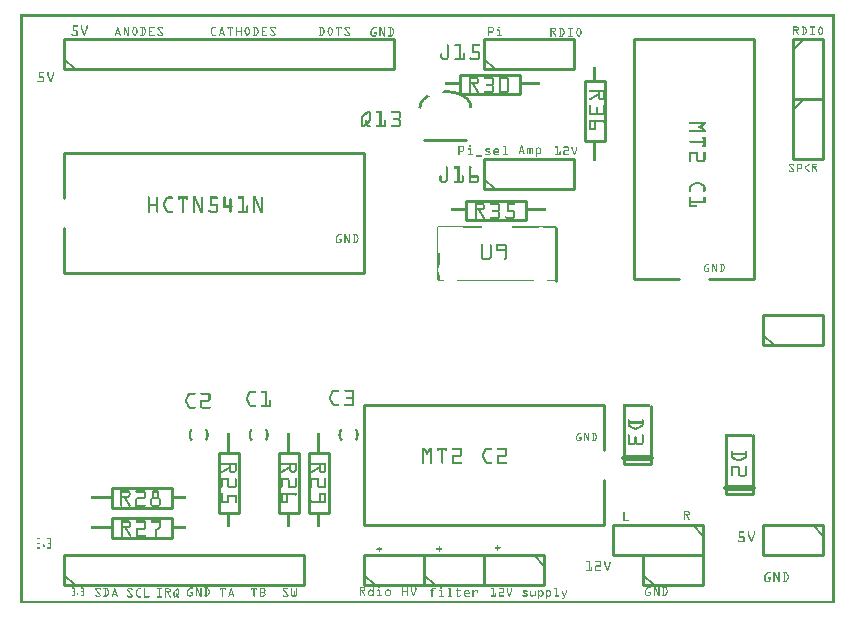
<source format=gto>
G04 MADE WITH FRITZING*
G04 WWW.FRITZING.ORG*
G04 DOUBLE SIDED*
G04 HOLES PLATED*
G04 CONTOUR ON CENTER OF CONTOUR VECTOR*
%ASAXBY*%
%FSLAX23Y23*%
%MOIN*%
%OFA0B0*%
%SFA1.0B1.0*%
%ADD10C,0.010000*%
%ADD11C,0.020000*%
%ADD12C,0.005000*%
%ADD13C,0.009799*%
%ADD14R,0.001000X0.001000*%
%LNSILK1*%
G90*
G70*
G54D10*
X2350Y366D02*
X2350Y561D01*
D02*
X2440Y561D02*
X2440Y366D01*
D02*
X2440Y366D02*
X2350Y366D01*
G54D11*
D02*
X2440Y386D02*
X2350Y386D01*
G54D10*
D02*
X1545Y1381D02*
X1845Y1381D01*
D02*
X1845Y1381D02*
X1845Y1481D01*
D02*
X1845Y1481D02*
X1545Y1481D01*
D02*
X1545Y1481D02*
X1545Y1381D01*
G54D12*
D02*
X1580Y1381D02*
X1545Y1416D01*
G54D10*
D02*
X1545Y1781D02*
X1845Y1781D01*
D02*
X1845Y1781D02*
X1845Y1881D01*
D02*
X1845Y1881D02*
X1545Y1881D01*
D02*
X1545Y1881D02*
X1545Y1781D01*
G54D12*
D02*
X1580Y1781D02*
X1545Y1816D01*
G54D10*
D02*
X2075Y61D02*
X2275Y61D01*
D02*
X2275Y61D02*
X2275Y161D01*
D02*
X2275Y161D02*
X2075Y161D01*
D02*
X2075Y161D02*
X2075Y61D01*
G54D12*
D02*
X2110Y61D02*
X2075Y96D01*
G54D10*
D02*
X2475Y861D02*
X2675Y861D01*
D02*
X2675Y861D02*
X2675Y961D01*
D02*
X2675Y961D02*
X2475Y961D01*
D02*
X2475Y961D02*
X2475Y861D01*
G54D12*
D02*
X2510Y861D02*
X2475Y896D01*
G54D10*
D02*
X2675Y261D02*
X2475Y261D01*
D02*
X2475Y261D02*
X2475Y161D01*
D02*
X2475Y161D02*
X2675Y161D01*
D02*
X2675Y161D02*
X2675Y261D01*
G54D12*
D02*
X2640Y261D02*
X2675Y226D01*
G54D10*
D02*
X2275Y261D02*
X1975Y261D01*
D02*
X1975Y261D02*
X1975Y161D01*
D02*
X1975Y161D02*
X2275Y161D01*
D02*
X2275Y161D02*
X2275Y261D01*
G54D12*
D02*
X2240Y261D02*
X2275Y226D01*
G54D10*
D02*
X145Y1781D02*
X1245Y1781D01*
D02*
X1245Y1781D02*
X1245Y1881D01*
D02*
X1245Y1881D02*
X145Y1881D01*
D02*
X145Y1881D02*
X145Y1781D01*
G54D12*
D02*
X180Y1781D02*
X145Y1816D01*
G54D10*
D02*
X2575Y1681D02*
X2575Y1481D01*
D02*
X2575Y1481D02*
X2675Y1481D01*
D02*
X2675Y1481D02*
X2675Y1681D01*
D02*
X2675Y1681D02*
X2575Y1681D01*
G54D12*
D02*
X2575Y1646D02*
X2610Y1681D01*
G54D10*
D02*
X1745Y162D02*
X1545Y162D01*
D02*
X1545Y162D02*
X1545Y62D01*
D02*
X1545Y62D02*
X1745Y62D01*
D02*
X1745Y62D02*
X1745Y162D01*
G54D12*
D02*
X1710Y162D02*
X1745Y127D01*
G54D10*
D02*
X1345Y62D02*
X1545Y62D01*
D02*
X1545Y62D02*
X1545Y162D01*
D02*
X1545Y162D02*
X1345Y162D01*
D02*
X1345Y162D02*
X1345Y62D01*
G54D12*
D02*
X1380Y62D02*
X1345Y97D01*
G54D10*
D02*
X1485Y1547D02*
X1345Y1547D01*
D02*
X1666Y1698D02*
X1466Y1698D01*
D02*
X1466Y1698D02*
X1466Y1764D01*
D02*
X1466Y1764D02*
X1666Y1764D01*
D02*
X1666Y1764D02*
X1666Y1698D01*
D02*
X1145Y62D02*
X1345Y62D01*
D02*
X1345Y62D02*
X1345Y162D01*
D02*
X1345Y162D02*
X1145Y162D01*
D02*
X1145Y162D02*
X1145Y62D01*
G54D12*
D02*
X1180Y62D02*
X1145Y97D01*
G54D10*
D02*
X2575Y1881D02*
X2575Y1681D01*
D02*
X2575Y1681D02*
X2675Y1681D01*
D02*
X2675Y1681D02*
X2675Y1881D01*
D02*
X2675Y1881D02*
X2575Y1881D01*
G54D12*
D02*
X2575Y1846D02*
X2610Y1881D01*
G54D10*
D02*
X1028Y502D02*
X1028Y302D01*
D02*
X1028Y302D02*
X962Y302D01*
D02*
X962Y302D02*
X962Y502D01*
D02*
X962Y502D02*
X1028Y502D01*
D02*
X304Y385D02*
X504Y385D01*
D02*
X504Y385D02*
X504Y319D01*
D02*
X504Y319D02*
X304Y319D01*
D02*
X304Y319D02*
X304Y385D01*
D02*
X304Y285D02*
X504Y285D01*
D02*
X504Y285D02*
X504Y219D01*
D02*
X504Y219D02*
X304Y219D01*
D02*
X304Y219D02*
X304Y285D01*
D02*
X928Y502D02*
X928Y302D01*
D02*
X928Y302D02*
X862Y302D01*
D02*
X862Y302D02*
X862Y502D01*
D02*
X862Y502D02*
X928Y502D01*
D02*
X728Y502D02*
X728Y302D01*
D02*
X728Y302D02*
X662Y302D01*
D02*
X662Y302D02*
X662Y502D01*
D02*
X662Y502D02*
X728Y502D01*
D02*
X2445Y1081D02*
X2445Y1881D01*
D02*
X2445Y1881D02*
X2045Y1881D01*
D02*
X2045Y1881D02*
X2045Y1081D01*
D02*
X2445Y1081D02*
X2295Y1081D01*
D02*
X2195Y1081D02*
X2045Y1081D01*
D02*
X2010Y465D02*
X2010Y660D01*
D02*
X2100Y660D02*
X2100Y465D01*
D02*
X2100Y465D02*
X2010Y465D01*
G54D11*
D02*
X2100Y485D02*
X2010Y485D01*
G54D10*
D02*
X1945Y662D02*
X1145Y662D01*
D02*
X1145Y662D02*
X1145Y262D01*
D02*
X1145Y262D02*
X1945Y262D01*
D02*
X1945Y662D02*
X1945Y512D01*
D02*
X1945Y412D02*
X1945Y262D01*
D02*
X145Y1101D02*
X1145Y1101D01*
D02*
X1145Y1101D02*
X1145Y1501D01*
D02*
X1145Y1501D02*
X145Y1501D01*
D02*
X145Y1101D02*
X145Y1251D01*
D02*
X145Y1351D02*
X145Y1501D01*
G54D13*
D02*
X1785Y1076D02*
X1785Y1253D01*
G54D10*
D02*
X1882Y1541D02*
X1882Y1741D01*
D02*
X1882Y1741D02*
X1948Y1741D01*
D02*
X1948Y1741D02*
X1948Y1541D01*
D02*
X1948Y1541D02*
X1882Y1541D01*
D02*
X1686Y1278D02*
X1486Y1278D01*
D02*
X1486Y1278D02*
X1486Y1344D01*
D02*
X1486Y1344D02*
X1686Y1344D01*
D02*
X1686Y1344D02*
X1686Y1278D01*
D02*
X145Y62D02*
X945Y62D01*
D02*
X945Y62D02*
X945Y162D01*
D02*
X945Y162D02*
X145Y162D01*
D02*
X145Y162D02*
X145Y62D01*
G54D12*
D02*
X180Y62D02*
X145Y97D01*
G54D14*
X0Y1964D02*
X2713Y1964D01*
X0Y1963D02*
X2713Y1963D01*
X0Y1962D02*
X2713Y1962D01*
X0Y1961D02*
X2713Y1961D01*
X0Y1960D02*
X2713Y1960D01*
X0Y1959D02*
X2713Y1959D01*
X0Y1958D02*
X2713Y1958D01*
X0Y1957D02*
X2713Y1957D01*
X0Y1956D02*
X7Y1956D01*
X2706Y1956D02*
X2713Y1956D01*
X0Y1955D02*
X7Y1955D01*
X2706Y1955D02*
X2713Y1955D01*
X0Y1954D02*
X7Y1954D01*
X2706Y1954D02*
X2713Y1954D01*
X0Y1953D02*
X7Y1953D01*
X2706Y1953D02*
X2713Y1953D01*
X0Y1952D02*
X7Y1952D01*
X2706Y1952D02*
X2713Y1952D01*
X0Y1951D02*
X7Y1951D01*
X2706Y1951D02*
X2713Y1951D01*
X0Y1950D02*
X7Y1950D01*
X2706Y1950D02*
X2713Y1950D01*
X0Y1949D02*
X7Y1949D01*
X2706Y1949D02*
X2713Y1949D01*
X0Y1948D02*
X7Y1948D01*
X2706Y1948D02*
X2713Y1948D01*
X0Y1947D02*
X7Y1947D01*
X2706Y1947D02*
X2713Y1947D01*
X0Y1946D02*
X7Y1946D01*
X2706Y1946D02*
X2713Y1946D01*
X0Y1945D02*
X7Y1945D01*
X2706Y1945D02*
X2713Y1945D01*
X0Y1944D02*
X7Y1944D01*
X2706Y1944D02*
X2713Y1944D01*
X0Y1943D02*
X7Y1943D01*
X2706Y1943D02*
X2713Y1943D01*
X0Y1942D02*
X7Y1942D01*
X2706Y1942D02*
X2713Y1942D01*
X0Y1941D02*
X7Y1941D01*
X2706Y1941D02*
X2713Y1941D01*
X0Y1940D02*
X7Y1940D01*
X2706Y1940D02*
X2713Y1940D01*
X0Y1939D02*
X7Y1939D01*
X2706Y1939D02*
X2713Y1939D01*
X0Y1938D02*
X7Y1938D01*
X2706Y1938D02*
X2713Y1938D01*
X0Y1937D02*
X7Y1937D01*
X2706Y1937D02*
X2713Y1937D01*
X0Y1936D02*
X7Y1936D01*
X2706Y1936D02*
X2713Y1936D01*
X0Y1935D02*
X7Y1935D01*
X2706Y1935D02*
X2713Y1935D01*
X0Y1934D02*
X7Y1934D01*
X2706Y1934D02*
X2713Y1934D01*
X0Y1933D02*
X7Y1933D01*
X2706Y1933D02*
X2713Y1933D01*
X0Y1932D02*
X7Y1932D01*
X2706Y1932D02*
X2713Y1932D01*
X0Y1931D02*
X7Y1931D01*
X2706Y1931D02*
X2713Y1931D01*
X0Y1930D02*
X7Y1930D01*
X2706Y1930D02*
X2713Y1930D01*
X0Y1929D02*
X7Y1929D01*
X2706Y1929D02*
X2713Y1929D01*
X0Y1928D02*
X7Y1928D01*
X2706Y1928D02*
X2713Y1928D01*
X0Y1927D02*
X7Y1927D01*
X174Y1927D02*
X190Y1927D01*
X203Y1927D02*
X205Y1927D01*
X221Y1927D02*
X223Y1927D01*
X2706Y1927D02*
X2713Y1927D01*
X0Y1926D02*
X7Y1926D01*
X174Y1926D02*
X191Y1926D01*
X202Y1926D02*
X205Y1926D01*
X220Y1926D02*
X223Y1926D01*
X2706Y1926D02*
X2713Y1926D01*
X0Y1925D02*
X7Y1925D01*
X174Y1925D02*
X191Y1925D01*
X202Y1925D02*
X205Y1925D01*
X220Y1925D02*
X223Y1925D01*
X2706Y1925D02*
X2713Y1925D01*
X0Y1924D02*
X7Y1924D01*
X174Y1924D02*
X190Y1924D01*
X202Y1924D02*
X205Y1924D01*
X220Y1924D02*
X223Y1924D01*
X1594Y1924D02*
X1596Y1924D01*
X2577Y1924D02*
X2589Y1924D01*
X2605Y1924D02*
X2612Y1924D01*
X2632Y1924D02*
X2647Y1924D01*
X2667Y1924D02*
X2667Y1924D01*
X2706Y1924D02*
X2713Y1924D01*
X0Y1923D02*
X7Y1923D01*
X174Y1923D02*
X178Y1923D01*
X202Y1923D02*
X205Y1923D01*
X220Y1923D02*
X223Y1923D01*
X324Y1923D02*
X325Y1923D01*
X344Y1923D02*
X348Y1923D01*
X360Y1923D02*
X361Y1923D01*
X380Y1923D02*
X383Y1923D01*
X401Y1923D02*
X411Y1923D01*
X429Y1923D02*
X446Y1923D01*
X460Y1923D02*
X472Y1923D01*
X642Y1923D02*
X651Y1923D01*
X671Y1923D02*
X672Y1923D01*
X690Y1923D02*
X709Y1923D01*
X719Y1923D02*
X721Y1923D01*
X735Y1923D02*
X736Y1923D01*
X755Y1923D02*
X758Y1923D01*
X776Y1923D02*
X786Y1923D01*
X804Y1923D02*
X821Y1923D01*
X835Y1923D02*
X847Y1923D01*
X996Y1923D02*
X1005Y1923D01*
X1031Y1923D02*
X1034Y1923D01*
X1052Y1923D02*
X1070Y1923D01*
X1083Y1923D02*
X1095Y1923D01*
X1593Y1923D02*
X1597Y1923D01*
X2577Y1923D02*
X2592Y1923D01*
X2604Y1923D02*
X2615Y1923D01*
X2631Y1923D02*
X2648Y1923D01*
X2664Y1923D02*
X2669Y1923D01*
X2706Y1923D02*
X2713Y1923D01*
X0Y1922D02*
X7Y1922D01*
X174Y1922D02*
X177Y1922D01*
X202Y1922D02*
X205Y1922D01*
X220Y1922D02*
X223Y1922D01*
X323Y1922D02*
X326Y1922D01*
X344Y1922D02*
X348Y1922D01*
X359Y1922D02*
X362Y1922D01*
X378Y1922D02*
X384Y1922D01*
X400Y1922D02*
X412Y1922D01*
X429Y1922D02*
X447Y1922D01*
X458Y1922D02*
X474Y1922D01*
X640Y1922D02*
X652Y1922D01*
X670Y1922D02*
X673Y1922D01*
X690Y1922D02*
X709Y1922D01*
X719Y1922D02*
X721Y1922D01*
X734Y1922D02*
X737Y1922D01*
X753Y1922D02*
X759Y1922D01*
X775Y1922D02*
X787Y1922D01*
X804Y1922D02*
X822Y1922D01*
X833Y1922D02*
X849Y1922D01*
X995Y1922D02*
X1007Y1922D01*
X1030Y1922D02*
X1036Y1922D01*
X1052Y1922D02*
X1070Y1922D01*
X1081Y1922D02*
X1097Y1922D01*
X1177Y1922D02*
X1186Y1922D01*
X1197Y1922D02*
X1202Y1922D01*
X1214Y1922D02*
X1216Y1922D01*
X1227Y1922D02*
X1237Y1922D01*
X1558Y1922D02*
X1573Y1922D01*
X1593Y1922D02*
X1597Y1922D01*
X2577Y1922D02*
X2593Y1922D01*
X2604Y1922D02*
X2616Y1922D01*
X2631Y1922D02*
X2649Y1922D01*
X2663Y1922D02*
X2670Y1922D01*
X2706Y1922D02*
X2713Y1922D01*
X0Y1921D02*
X7Y1921D01*
X174Y1921D02*
X177Y1921D01*
X202Y1921D02*
X205Y1921D01*
X220Y1921D02*
X223Y1921D01*
X323Y1921D02*
X326Y1921D01*
X344Y1921D02*
X349Y1921D01*
X359Y1921D02*
X362Y1921D01*
X377Y1921D02*
X385Y1921D01*
X400Y1921D02*
X413Y1921D01*
X429Y1921D02*
X447Y1921D01*
X458Y1921D02*
X475Y1921D01*
X639Y1921D02*
X652Y1921D01*
X669Y1921D02*
X673Y1921D01*
X690Y1921D02*
X709Y1921D01*
X719Y1921D02*
X722Y1921D01*
X734Y1921D02*
X737Y1921D01*
X752Y1921D02*
X760Y1921D01*
X775Y1921D02*
X788Y1921D01*
X804Y1921D02*
X822Y1921D01*
X832Y1921D02*
X850Y1921D01*
X995Y1921D02*
X1008Y1921D01*
X1029Y1921D02*
X1036Y1921D01*
X1052Y1921D02*
X1070Y1921D01*
X1081Y1921D02*
X1098Y1921D01*
X1176Y1921D02*
X1187Y1921D01*
X1197Y1921D02*
X1202Y1921D01*
X1213Y1921D02*
X1216Y1921D01*
X1227Y1921D02*
X1239Y1921D01*
X1558Y1921D02*
X1575Y1921D01*
X1592Y1921D02*
X1597Y1921D01*
X2577Y1921D02*
X2594Y1921D01*
X2604Y1921D02*
X2617Y1921D01*
X2631Y1921D02*
X2648Y1921D01*
X2663Y1921D02*
X2671Y1921D01*
X2706Y1921D02*
X2713Y1921D01*
X0Y1920D02*
X7Y1920D01*
X174Y1920D02*
X177Y1920D01*
X202Y1920D02*
X205Y1920D01*
X220Y1920D02*
X223Y1920D01*
X323Y1920D02*
X327Y1920D01*
X344Y1920D02*
X349Y1920D01*
X359Y1920D02*
X362Y1920D01*
X377Y1920D02*
X386Y1920D01*
X401Y1920D02*
X414Y1920D01*
X429Y1920D02*
X447Y1920D01*
X457Y1920D02*
X475Y1920D01*
X638Y1920D02*
X651Y1920D01*
X669Y1920D02*
X673Y1920D01*
X690Y1920D02*
X709Y1920D01*
X719Y1920D02*
X722Y1920D01*
X734Y1920D02*
X737Y1920D01*
X752Y1920D02*
X761Y1920D01*
X776Y1920D02*
X789Y1920D01*
X804Y1920D02*
X822Y1920D01*
X832Y1920D02*
X850Y1920D01*
X996Y1920D02*
X1009Y1920D01*
X1028Y1920D02*
X1037Y1920D01*
X1052Y1920D02*
X1070Y1920D01*
X1080Y1920D02*
X1098Y1920D01*
X1175Y1920D02*
X1187Y1920D01*
X1197Y1920D02*
X1202Y1920D01*
X1213Y1920D02*
X1216Y1920D01*
X1227Y1920D02*
X1240Y1920D01*
X1558Y1920D02*
X1576Y1920D01*
X1593Y1920D02*
X1597Y1920D01*
X1767Y1920D02*
X1782Y1920D01*
X1796Y1920D02*
X1806Y1920D01*
X1824Y1920D02*
X1841Y1920D01*
X1860Y1920D02*
X1863Y1920D01*
X2577Y1920D02*
X2580Y1920D01*
X2591Y1920D02*
X2594Y1920D01*
X2607Y1920D02*
X2610Y1920D01*
X2613Y1920D02*
X2617Y1920D01*
X2638Y1920D02*
X2641Y1920D01*
X2662Y1920D02*
X2666Y1920D01*
X2668Y1920D02*
X2671Y1920D01*
X2706Y1920D02*
X2713Y1920D01*
X0Y1919D02*
X7Y1919D01*
X174Y1919D02*
X177Y1919D01*
X202Y1919D02*
X205Y1919D01*
X220Y1919D02*
X223Y1919D01*
X322Y1919D02*
X327Y1919D01*
X344Y1919D02*
X350Y1919D01*
X359Y1919D02*
X362Y1919D01*
X376Y1919D02*
X380Y1919D01*
X382Y1919D02*
X386Y1919D01*
X404Y1919D02*
X407Y1919D01*
X411Y1919D02*
X414Y1919D01*
X429Y1919D02*
X432Y1919D01*
X457Y1919D02*
X460Y1919D01*
X472Y1919D02*
X475Y1919D01*
X638Y1919D02*
X642Y1919D01*
X669Y1919D02*
X673Y1919D01*
X690Y1919D02*
X693Y1919D01*
X698Y1919D02*
X701Y1919D01*
X706Y1919D02*
X709Y1919D01*
X719Y1919D02*
X722Y1919D01*
X734Y1919D02*
X737Y1919D01*
X751Y1919D02*
X755Y1919D01*
X757Y1919D02*
X761Y1919D01*
X779Y1919D02*
X782Y1919D01*
X786Y1919D02*
X789Y1919D01*
X804Y1919D02*
X807Y1919D01*
X832Y1919D02*
X835Y1919D01*
X847Y1919D02*
X850Y1919D01*
X999Y1919D02*
X1002Y1919D01*
X1005Y1919D02*
X1009Y1919D01*
X1028Y1919D02*
X1031Y1919D01*
X1034Y1919D02*
X1038Y1919D01*
X1052Y1919D02*
X1055Y1919D01*
X1059Y1919D02*
X1062Y1919D01*
X1067Y1919D02*
X1070Y1919D01*
X1080Y1919D02*
X1083Y1919D01*
X1095Y1919D02*
X1098Y1919D01*
X1174Y1919D02*
X1186Y1919D01*
X1197Y1919D02*
X1203Y1919D01*
X1213Y1919D02*
X1216Y1919D01*
X1227Y1919D02*
X1241Y1919D01*
X1558Y1919D02*
X1576Y1919D01*
X1593Y1919D02*
X1597Y1919D01*
X1767Y1919D02*
X1783Y1919D01*
X1795Y1919D02*
X1807Y1919D01*
X1824Y1919D02*
X1842Y1919D01*
X1858Y1919D02*
X1864Y1919D01*
X2577Y1919D02*
X2579Y1919D01*
X2591Y1919D02*
X2594Y1919D01*
X2608Y1919D02*
X2610Y1919D01*
X2614Y1919D02*
X2618Y1919D01*
X2638Y1919D02*
X2641Y1919D01*
X2662Y1919D02*
X2665Y1919D01*
X2669Y1919D02*
X2672Y1919D01*
X2706Y1919D02*
X2713Y1919D01*
X0Y1918D02*
X7Y1918D01*
X174Y1918D02*
X177Y1918D01*
X202Y1918D02*
X205Y1918D01*
X220Y1918D02*
X223Y1918D01*
X322Y1918D02*
X327Y1918D01*
X344Y1918D02*
X350Y1918D01*
X359Y1918D02*
X362Y1918D01*
X376Y1918D02*
X379Y1918D01*
X383Y1918D02*
X387Y1918D01*
X404Y1918D02*
X407Y1918D01*
X411Y1918D02*
X415Y1918D01*
X429Y1918D02*
X432Y1918D01*
X457Y1918D02*
X461Y1918D01*
X473Y1918D02*
X476Y1918D01*
X637Y1918D02*
X641Y1918D01*
X669Y1918D02*
X674Y1918D01*
X690Y1918D02*
X693Y1918D01*
X698Y1918D02*
X701Y1918D01*
X706Y1918D02*
X709Y1918D01*
X719Y1918D02*
X722Y1918D01*
X734Y1918D02*
X737Y1918D01*
X751Y1918D02*
X754Y1918D01*
X758Y1918D02*
X762Y1918D01*
X779Y1918D02*
X782Y1918D01*
X786Y1918D02*
X790Y1918D01*
X804Y1918D02*
X807Y1918D01*
X832Y1918D02*
X835Y1918D01*
X848Y1918D02*
X850Y1918D01*
X999Y1918D02*
X1002Y1918D01*
X1006Y1918D02*
X1010Y1918D01*
X1027Y1918D02*
X1031Y1918D01*
X1035Y1918D02*
X1038Y1918D01*
X1052Y1918D02*
X1055Y1918D01*
X1059Y1918D02*
X1062Y1918D01*
X1067Y1918D02*
X1070Y1918D01*
X1080Y1918D02*
X1084Y1918D01*
X1096Y1918D02*
X1099Y1918D01*
X1173Y1918D02*
X1178Y1918D01*
X1197Y1918D02*
X1203Y1918D01*
X1213Y1918D02*
X1216Y1918D01*
X1230Y1918D02*
X1234Y1918D01*
X1237Y1918D02*
X1241Y1918D01*
X1558Y1918D02*
X1561Y1918D01*
X1573Y1918D02*
X1577Y1918D01*
X1767Y1918D02*
X1784Y1918D01*
X1795Y1918D02*
X1808Y1918D01*
X1824Y1918D02*
X1842Y1918D01*
X1857Y1918D02*
X1865Y1918D01*
X2577Y1918D02*
X2579Y1918D01*
X2592Y1918D02*
X2594Y1918D01*
X2608Y1918D02*
X2610Y1918D01*
X2615Y1918D02*
X2618Y1918D01*
X2638Y1918D02*
X2641Y1918D01*
X2661Y1918D02*
X2665Y1918D01*
X2669Y1918D02*
X2672Y1918D01*
X2706Y1918D02*
X2713Y1918D01*
X0Y1917D02*
X7Y1917D01*
X174Y1917D02*
X177Y1917D01*
X202Y1917D02*
X206Y1917D01*
X219Y1917D02*
X223Y1917D01*
X322Y1917D02*
X327Y1917D01*
X344Y1917D02*
X351Y1917D01*
X359Y1917D02*
X362Y1917D01*
X375Y1917D02*
X379Y1917D01*
X384Y1917D02*
X387Y1917D01*
X404Y1917D02*
X407Y1917D01*
X412Y1917D02*
X415Y1917D01*
X429Y1917D02*
X432Y1917D01*
X457Y1917D02*
X461Y1917D01*
X473Y1917D02*
X475Y1917D01*
X637Y1917D02*
X640Y1917D01*
X668Y1917D02*
X674Y1917D01*
X691Y1917D02*
X693Y1917D01*
X698Y1917D02*
X701Y1917D01*
X706Y1917D02*
X708Y1917D01*
X719Y1917D02*
X722Y1917D01*
X734Y1917D02*
X737Y1917D01*
X750Y1917D02*
X754Y1917D01*
X759Y1917D02*
X762Y1917D01*
X779Y1917D02*
X782Y1917D01*
X787Y1917D02*
X790Y1917D01*
X804Y1917D02*
X807Y1917D01*
X832Y1917D02*
X836Y1917D01*
X848Y1917D02*
X850Y1917D01*
X999Y1917D02*
X1002Y1917D01*
X1007Y1917D02*
X1010Y1917D01*
X1027Y1917D02*
X1030Y1917D01*
X1035Y1917D02*
X1039Y1917D01*
X1052Y1917D02*
X1054Y1917D01*
X1059Y1917D02*
X1062Y1917D01*
X1068Y1917D02*
X1070Y1917D01*
X1080Y1917D02*
X1084Y1917D01*
X1096Y1917D02*
X1098Y1917D01*
X1172Y1917D02*
X1177Y1917D01*
X1197Y1917D02*
X1204Y1917D01*
X1213Y1917D02*
X1216Y1917D01*
X1231Y1917D02*
X1234Y1917D01*
X1238Y1917D02*
X1242Y1917D01*
X1558Y1917D02*
X1561Y1917D01*
X1574Y1917D02*
X1577Y1917D01*
X1767Y1917D02*
X1785Y1917D01*
X1796Y1917D02*
X1809Y1917D01*
X1824Y1917D02*
X1842Y1917D01*
X1857Y1917D02*
X1866Y1917D01*
X2577Y1917D02*
X2579Y1917D01*
X2592Y1917D02*
X2594Y1917D01*
X2608Y1917D02*
X2610Y1917D01*
X2615Y1917D02*
X2619Y1917D01*
X2638Y1917D02*
X2641Y1917D01*
X2661Y1917D02*
X2664Y1917D01*
X2670Y1917D02*
X2673Y1917D01*
X2706Y1917D02*
X2713Y1917D01*
X0Y1916D02*
X7Y1916D01*
X174Y1916D02*
X177Y1916D01*
X202Y1916D02*
X206Y1916D01*
X219Y1916D02*
X223Y1916D01*
X321Y1916D02*
X328Y1916D01*
X344Y1916D02*
X351Y1916D01*
X359Y1916D02*
X362Y1916D01*
X375Y1916D02*
X378Y1916D01*
X384Y1916D02*
X388Y1916D01*
X404Y1916D02*
X407Y1916D01*
X412Y1916D02*
X416Y1916D01*
X429Y1916D02*
X432Y1916D01*
X458Y1916D02*
X462Y1916D01*
X636Y1916D02*
X640Y1916D01*
X668Y1916D02*
X674Y1916D01*
X698Y1916D02*
X701Y1916D01*
X719Y1916D02*
X722Y1916D01*
X734Y1916D02*
X737Y1916D01*
X750Y1916D02*
X753Y1916D01*
X759Y1916D02*
X763Y1916D01*
X779Y1916D02*
X782Y1916D01*
X787Y1916D02*
X791Y1916D01*
X804Y1916D02*
X807Y1916D01*
X833Y1916D02*
X837Y1916D01*
X999Y1916D02*
X1002Y1916D01*
X1007Y1916D02*
X1011Y1916D01*
X1026Y1916D02*
X1030Y1916D01*
X1036Y1916D02*
X1039Y1916D01*
X1059Y1916D02*
X1062Y1916D01*
X1081Y1916D02*
X1085Y1916D01*
X1172Y1916D02*
X1176Y1916D01*
X1197Y1916D02*
X1204Y1916D01*
X1213Y1916D02*
X1216Y1916D01*
X1231Y1916D02*
X1234Y1916D01*
X1239Y1916D02*
X1242Y1916D01*
X1558Y1916D02*
X1561Y1916D01*
X1574Y1916D02*
X1577Y1916D01*
X1767Y1916D02*
X1770Y1916D01*
X1782Y1916D02*
X1785Y1916D01*
X1799Y1916D02*
X1802Y1916D01*
X1806Y1916D02*
X1809Y1916D01*
X1831Y1916D02*
X1834Y1916D01*
X1856Y1916D02*
X1860Y1916D01*
X1863Y1916D02*
X1866Y1916D01*
X2577Y1916D02*
X2579Y1916D01*
X2592Y1916D02*
X2594Y1916D01*
X2608Y1916D02*
X2610Y1916D01*
X2616Y1916D02*
X2619Y1916D01*
X2638Y1916D02*
X2641Y1916D01*
X2660Y1916D02*
X2664Y1916D01*
X2670Y1916D02*
X2673Y1916D01*
X2706Y1916D02*
X2713Y1916D01*
X0Y1915D02*
X7Y1915D01*
X174Y1915D02*
X177Y1915D01*
X203Y1915D02*
X207Y1915D01*
X219Y1915D02*
X222Y1915D01*
X321Y1915D02*
X328Y1915D01*
X344Y1915D02*
X352Y1915D01*
X359Y1915D02*
X362Y1915D01*
X374Y1915D02*
X378Y1915D01*
X385Y1915D02*
X388Y1915D01*
X404Y1915D02*
X407Y1915D01*
X413Y1915D02*
X416Y1915D01*
X429Y1915D02*
X432Y1915D01*
X459Y1915D02*
X463Y1915D01*
X636Y1915D02*
X639Y1915D01*
X668Y1915D02*
X675Y1915D01*
X698Y1915D02*
X701Y1915D01*
X719Y1915D02*
X722Y1915D01*
X734Y1915D02*
X737Y1915D01*
X749Y1915D02*
X753Y1915D01*
X760Y1915D02*
X763Y1915D01*
X779Y1915D02*
X782Y1915D01*
X788Y1915D02*
X791Y1915D01*
X804Y1915D02*
X807Y1915D01*
X834Y1915D02*
X838Y1915D01*
X999Y1915D02*
X1002Y1915D01*
X1008Y1915D02*
X1011Y1915D01*
X1026Y1915D02*
X1029Y1915D01*
X1036Y1915D02*
X1040Y1915D01*
X1059Y1915D02*
X1062Y1915D01*
X1082Y1915D02*
X1086Y1915D01*
X1171Y1915D02*
X1175Y1915D01*
X1197Y1915D02*
X1205Y1915D01*
X1213Y1915D02*
X1216Y1915D01*
X1231Y1915D02*
X1234Y1915D01*
X1239Y1915D02*
X1243Y1915D01*
X1558Y1915D02*
X1561Y1915D01*
X1574Y1915D02*
X1577Y1915D01*
X1767Y1915D02*
X1770Y1915D01*
X1782Y1915D02*
X1785Y1915D01*
X1799Y1915D02*
X1802Y1915D01*
X1806Y1915D02*
X1810Y1915D01*
X1831Y1915D02*
X1834Y1915D01*
X1856Y1915D02*
X1859Y1915D01*
X1863Y1915D02*
X1867Y1915D01*
X2577Y1915D02*
X2579Y1915D01*
X2591Y1915D02*
X2594Y1915D01*
X2608Y1915D02*
X2610Y1915D01*
X2616Y1915D02*
X2620Y1915D01*
X2638Y1915D02*
X2641Y1915D01*
X2660Y1915D02*
X2663Y1915D01*
X2671Y1915D02*
X2674Y1915D01*
X2706Y1915D02*
X2713Y1915D01*
X0Y1914D02*
X7Y1914D01*
X174Y1914D02*
X177Y1914D01*
X203Y1914D02*
X207Y1914D01*
X218Y1914D02*
X222Y1914D01*
X321Y1914D02*
X328Y1914D01*
X344Y1914D02*
X347Y1914D01*
X349Y1914D02*
X352Y1914D01*
X359Y1914D02*
X362Y1914D01*
X374Y1914D02*
X377Y1914D01*
X385Y1914D02*
X389Y1914D01*
X404Y1914D02*
X407Y1914D01*
X413Y1914D02*
X417Y1914D01*
X429Y1914D02*
X432Y1914D01*
X460Y1914D02*
X464Y1914D01*
X635Y1914D02*
X639Y1914D01*
X667Y1914D02*
X675Y1914D01*
X698Y1914D02*
X701Y1914D01*
X719Y1914D02*
X722Y1914D01*
X734Y1914D02*
X737Y1914D01*
X749Y1914D02*
X752Y1914D01*
X760Y1914D02*
X764Y1914D01*
X779Y1914D02*
X782Y1914D01*
X788Y1914D02*
X792Y1914D01*
X804Y1914D02*
X807Y1914D01*
X834Y1914D02*
X839Y1914D01*
X999Y1914D02*
X1002Y1914D01*
X1008Y1914D02*
X1012Y1914D01*
X1025Y1914D02*
X1029Y1914D01*
X1037Y1914D02*
X1040Y1914D01*
X1059Y1914D02*
X1062Y1914D01*
X1083Y1914D02*
X1087Y1914D01*
X1170Y1914D02*
X1174Y1914D01*
X1197Y1914D02*
X1205Y1914D01*
X1213Y1914D02*
X1216Y1914D01*
X1231Y1914D02*
X1234Y1914D01*
X1240Y1914D02*
X1243Y1914D01*
X1558Y1914D02*
X1561Y1914D01*
X1574Y1914D02*
X1577Y1914D01*
X1590Y1914D02*
X1596Y1914D01*
X1767Y1914D02*
X1770Y1914D01*
X1782Y1914D02*
X1786Y1914D01*
X1799Y1914D02*
X1802Y1914D01*
X1807Y1914D02*
X1810Y1914D01*
X1831Y1914D02*
X1834Y1914D01*
X1855Y1914D02*
X1859Y1914D01*
X1864Y1914D02*
X1867Y1914D01*
X2577Y1914D02*
X2594Y1914D01*
X2608Y1914D02*
X2610Y1914D01*
X2617Y1914D02*
X2620Y1914D01*
X2638Y1914D02*
X2641Y1914D01*
X2659Y1914D02*
X2663Y1914D01*
X2671Y1914D02*
X2674Y1914D01*
X2706Y1914D02*
X2713Y1914D01*
X0Y1913D02*
X7Y1913D01*
X174Y1913D02*
X177Y1913D01*
X203Y1913D02*
X207Y1913D01*
X218Y1913D02*
X222Y1913D01*
X321Y1913D02*
X329Y1913D01*
X344Y1913D02*
X347Y1913D01*
X349Y1913D02*
X352Y1913D01*
X359Y1913D02*
X362Y1913D01*
X373Y1913D02*
X377Y1913D01*
X386Y1913D02*
X389Y1913D01*
X404Y1913D02*
X407Y1913D01*
X414Y1913D02*
X417Y1913D01*
X429Y1913D02*
X432Y1913D01*
X460Y1913D02*
X464Y1913D01*
X635Y1913D02*
X638Y1913D01*
X667Y1913D02*
X670Y1913D01*
X672Y1913D02*
X675Y1913D01*
X698Y1913D02*
X701Y1913D01*
X719Y1913D02*
X722Y1913D01*
X734Y1913D02*
X737Y1913D01*
X748Y1913D02*
X752Y1913D01*
X761Y1913D02*
X764Y1913D01*
X779Y1913D02*
X782Y1913D01*
X789Y1913D02*
X792Y1913D01*
X804Y1913D02*
X807Y1913D01*
X835Y1913D02*
X839Y1913D01*
X999Y1913D02*
X1002Y1913D01*
X1009Y1913D02*
X1012Y1913D01*
X1025Y1913D02*
X1028Y1913D01*
X1037Y1913D02*
X1041Y1913D01*
X1059Y1913D02*
X1062Y1913D01*
X1083Y1913D02*
X1087Y1913D01*
X1169Y1913D02*
X1173Y1913D01*
X1197Y1913D02*
X1200Y1913D01*
X1202Y1913D02*
X1206Y1913D01*
X1213Y1913D02*
X1216Y1913D01*
X1231Y1913D02*
X1234Y1913D01*
X1240Y1913D02*
X1244Y1913D01*
X1558Y1913D02*
X1561Y1913D01*
X1574Y1913D02*
X1577Y1913D01*
X1589Y1913D02*
X1597Y1913D01*
X1767Y1913D02*
X1770Y1913D01*
X1782Y1913D02*
X1786Y1913D01*
X1799Y1913D02*
X1802Y1913D01*
X1807Y1913D02*
X1811Y1913D01*
X1831Y1913D02*
X1834Y1913D01*
X1855Y1913D02*
X1858Y1913D01*
X1864Y1913D02*
X1868Y1913D01*
X2577Y1913D02*
X2593Y1913D01*
X2608Y1913D02*
X2610Y1913D01*
X2617Y1913D02*
X2621Y1913D01*
X2638Y1913D02*
X2641Y1913D01*
X2659Y1913D02*
X2662Y1913D01*
X2672Y1913D02*
X2675Y1913D01*
X2706Y1913D02*
X2713Y1913D01*
X0Y1912D02*
X7Y1912D01*
X174Y1912D02*
X188Y1912D01*
X204Y1912D02*
X208Y1912D01*
X217Y1912D02*
X221Y1912D01*
X320Y1912D02*
X323Y1912D01*
X326Y1912D02*
X329Y1912D01*
X344Y1912D02*
X347Y1912D01*
X349Y1912D02*
X353Y1912D01*
X359Y1912D02*
X362Y1912D01*
X373Y1912D02*
X376Y1912D01*
X386Y1912D02*
X390Y1912D01*
X404Y1912D02*
X407Y1912D01*
X415Y1912D02*
X418Y1912D01*
X429Y1912D02*
X432Y1912D01*
X461Y1912D02*
X465Y1912D01*
X634Y1912D02*
X638Y1912D01*
X667Y1912D02*
X670Y1912D01*
X672Y1912D02*
X676Y1912D01*
X698Y1912D02*
X701Y1912D01*
X719Y1912D02*
X722Y1912D01*
X734Y1912D02*
X737Y1912D01*
X748Y1912D02*
X751Y1912D01*
X761Y1912D02*
X765Y1912D01*
X779Y1912D02*
X782Y1912D01*
X789Y1912D02*
X793Y1912D01*
X804Y1912D02*
X807Y1912D01*
X836Y1912D02*
X840Y1912D01*
X999Y1912D02*
X1002Y1912D01*
X1009Y1912D02*
X1013Y1912D01*
X1024Y1912D02*
X1028Y1912D01*
X1038Y1912D02*
X1041Y1912D01*
X1059Y1912D02*
X1062Y1912D01*
X1084Y1912D02*
X1088Y1912D01*
X1169Y1912D02*
X1173Y1912D01*
X1197Y1912D02*
X1200Y1912D01*
X1202Y1912D02*
X1206Y1912D01*
X1213Y1912D02*
X1216Y1912D01*
X1231Y1912D02*
X1234Y1912D01*
X1241Y1912D02*
X1244Y1912D01*
X1558Y1912D02*
X1561Y1912D01*
X1574Y1912D02*
X1577Y1912D01*
X1589Y1912D02*
X1597Y1912D01*
X1767Y1912D02*
X1770Y1912D01*
X1782Y1912D02*
X1785Y1912D01*
X1799Y1912D02*
X1802Y1912D01*
X1808Y1912D02*
X1811Y1912D01*
X1831Y1912D02*
X1834Y1912D01*
X1854Y1912D02*
X1858Y1912D01*
X1865Y1912D02*
X1868Y1912D01*
X2577Y1912D02*
X2592Y1912D01*
X2608Y1912D02*
X2610Y1912D01*
X2618Y1912D02*
X2621Y1912D01*
X2638Y1912D02*
X2641Y1912D01*
X2658Y1912D02*
X2662Y1912D01*
X2672Y1912D02*
X2675Y1912D01*
X2706Y1912D02*
X2713Y1912D01*
X0Y1911D02*
X7Y1911D01*
X174Y1911D02*
X189Y1911D01*
X204Y1911D02*
X208Y1911D01*
X217Y1911D02*
X221Y1911D01*
X320Y1911D02*
X323Y1911D01*
X326Y1911D02*
X329Y1911D01*
X344Y1911D02*
X347Y1911D01*
X350Y1911D02*
X353Y1911D01*
X359Y1911D02*
X362Y1911D01*
X373Y1911D02*
X376Y1911D01*
X387Y1911D02*
X390Y1911D01*
X404Y1911D02*
X407Y1911D01*
X415Y1911D02*
X418Y1911D01*
X429Y1911D02*
X432Y1911D01*
X462Y1911D02*
X466Y1911D01*
X634Y1911D02*
X637Y1911D01*
X667Y1911D02*
X670Y1911D01*
X673Y1911D02*
X676Y1911D01*
X698Y1911D02*
X701Y1911D01*
X719Y1911D02*
X722Y1911D01*
X734Y1911D02*
X737Y1911D01*
X747Y1911D02*
X751Y1911D01*
X762Y1911D02*
X765Y1911D01*
X779Y1911D02*
X782Y1911D01*
X790Y1911D02*
X793Y1911D01*
X804Y1911D02*
X807Y1911D01*
X837Y1911D02*
X841Y1911D01*
X999Y1911D02*
X1002Y1911D01*
X1010Y1911D02*
X1013Y1911D01*
X1024Y1911D02*
X1027Y1911D01*
X1038Y1911D02*
X1041Y1911D01*
X1059Y1911D02*
X1062Y1911D01*
X1085Y1911D02*
X1089Y1911D01*
X1168Y1911D02*
X1172Y1911D01*
X1197Y1911D02*
X1200Y1911D01*
X1203Y1911D02*
X1206Y1911D01*
X1213Y1911D02*
X1216Y1911D01*
X1231Y1911D02*
X1234Y1911D01*
X1241Y1911D02*
X1245Y1911D01*
X1558Y1911D02*
X1561Y1911D01*
X1574Y1911D02*
X1577Y1911D01*
X1589Y1911D02*
X1597Y1911D01*
X1767Y1911D02*
X1770Y1911D01*
X1782Y1911D02*
X1785Y1911D01*
X1799Y1911D02*
X1802Y1911D01*
X1809Y1911D02*
X1812Y1911D01*
X1831Y1911D02*
X1834Y1911D01*
X1854Y1911D02*
X1857Y1911D01*
X1865Y1911D02*
X1869Y1911D01*
X2577Y1911D02*
X2591Y1911D01*
X2608Y1911D02*
X2610Y1911D01*
X2618Y1911D02*
X2621Y1911D01*
X2638Y1911D02*
X2641Y1911D01*
X2658Y1911D02*
X2661Y1911D01*
X2673Y1911D02*
X2676Y1911D01*
X2706Y1911D02*
X2713Y1911D01*
X0Y1910D02*
X7Y1910D01*
X174Y1910D02*
X190Y1910D01*
X205Y1910D02*
X209Y1910D01*
X217Y1910D02*
X221Y1910D01*
X320Y1910D02*
X323Y1910D01*
X326Y1910D02*
X329Y1910D01*
X344Y1910D02*
X347Y1910D01*
X350Y1910D02*
X354Y1910D01*
X359Y1910D02*
X362Y1910D01*
X372Y1910D02*
X375Y1910D01*
X387Y1910D02*
X390Y1910D01*
X404Y1910D02*
X407Y1910D01*
X415Y1910D02*
X419Y1910D01*
X429Y1910D02*
X438Y1910D01*
X463Y1910D02*
X467Y1910D01*
X634Y1910D02*
X637Y1910D01*
X666Y1910D02*
X669Y1910D01*
X673Y1910D02*
X676Y1910D01*
X698Y1910D02*
X701Y1910D01*
X719Y1910D02*
X737Y1910D01*
X747Y1910D02*
X750Y1910D01*
X762Y1910D02*
X765Y1910D01*
X779Y1910D02*
X782Y1910D01*
X790Y1910D02*
X794Y1910D01*
X804Y1910D02*
X813Y1910D01*
X838Y1910D02*
X842Y1910D01*
X999Y1910D02*
X1002Y1910D01*
X1010Y1910D02*
X1013Y1910D01*
X1024Y1910D02*
X1027Y1910D01*
X1039Y1910D02*
X1042Y1910D01*
X1059Y1910D02*
X1062Y1910D01*
X1086Y1910D02*
X1090Y1910D01*
X1168Y1910D02*
X1171Y1910D01*
X1197Y1910D02*
X1200Y1910D01*
X1203Y1910D02*
X1207Y1910D01*
X1213Y1910D02*
X1216Y1910D01*
X1231Y1910D02*
X1234Y1910D01*
X1242Y1910D02*
X1245Y1910D01*
X1558Y1910D02*
X1561Y1910D01*
X1574Y1910D02*
X1577Y1910D01*
X1594Y1910D02*
X1597Y1910D01*
X1767Y1910D02*
X1785Y1910D01*
X1799Y1910D02*
X1802Y1910D01*
X1809Y1910D02*
X1812Y1910D01*
X1831Y1910D02*
X1834Y1910D01*
X1853Y1910D02*
X1857Y1910D01*
X1866Y1910D02*
X1869Y1910D01*
X2577Y1910D02*
X2579Y1910D01*
X2583Y1910D02*
X2587Y1910D01*
X2608Y1910D02*
X2610Y1910D01*
X2619Y1910D02*
X2621Y1910D01*
X2638Y1910D02*
X2641Y1910D01*
X2658Y1910D02*
X2661Y1910D01*
X2673Y1910D02*
X2676Y1910D01*
X2706Y1910D02*
X2713Y1910D01*
X0Y1909D02*
X7Y1909D01*
X174Y1909D02*
X190Y1909D01*
X205Y1909D02*
X209Y1909D01*
X216Y1909D02*
X220Y1909D01*
X319Y1909D02*
X322Y1909D01*
X327Y1909D02*
X330Y1909D01*
X344Y1909D02*
X347Y1909D01*
X351Y1909D02*
X354Y1909D01*
X359Y1909D02*
X362Y1909D01*
X372Y1909D02*
X375Y1909D01*
X387Y1909D02*
X390Y1909D01*
X404Y1909D02*
X407Y1909D01*
X416Y1909D02*
X419Y1909D01*
X429Y1909D02*
X439Y1909D01*
X463Y1909D02*
X468Y1909D01*
X634Y1909D02*
X637Y1909D01*
X666Y1909D02*
X669Y1909D01*
X673Y1909D02*
X676Y1909D01*
X698Y1909D02*
X701Y1909D01*
X719Y1909D02*
X737Y1909D01*
X747Y1909D02*
X750Y1909D01*
X762Y1909D02*
X765Y1909D01*
X779Y1909D02*
X782Y1909D01*
X791Y1909D02*
X794Y1909D01*
X804Y1909D02*
X814Y1909D01*
X838Y1909D02*
X842Y1909D01*
X999Y1909D02*
X1002Y1909D01*
X1010Y1909D02*
X1013Y1909D01*
X1023Y1909D02*
X1027Y1909D01*
X1039Y1909D02*
X1042Y1909D01*
X1059Y1909D02*
X1062Y1909D01*
X1086Y1909D02*
X1091Y1909D01*
X1167Y1909D02*
X1171Y1909D01*
X1197Y1909D02*
X1200Y1909D01*
X1204Y1909D02*
X1207Y1909D01*
X1213Y1909D02*
X1216Y1909D01*
X1231Y1909D02*
X1234Y1909D01*
X1242Y1909D02*
X1246Y1909D01*
X1558Y1909D02*
X1561Y1909D01*
X1574Y1909D02*
X1577Y1909D01*
X1594Y1909D02*
X1597Y1909D01*
X1767Y1909D02*
X1784Y1909D01*
X1799Y1909D02*
X1802Y1909D01*
X1810Y1909D02*
X1813Y1909D01*
X1831Y1909D02*
X1834Y1909D01*
X1853Y1909D02*
X1856Y1909D01*
X1866Y1909D02*
X1870Y1909D01*
X2577Y1909D02*
X2579Y1909D01*
X2584Y1909D02*
X2587Y1909D01*
X2608Y1909D02*
X2610Y1909D01*
X2619Y1909D02*
X2622Y1909D01*
X2638Y1909D02*
X2641Y1909D01*
X2658Y1909D02*
X2661Y1909D01*
X2673Y1909D02*
X2676Y1909D01*
X2706Y1909D02*
X2713Y1909D01*
X0Y1908D02*
X7Y1908D01*
X174Y1908D02*
X191Y1908D01*
X205Y1908D02*
X209Y1908D01*
X216Y1908D02*
X220Y1908D01*
X319Y1908D02*
X322Y1908D01*
X327Y1908D02*
X330Y1908D01*
X344Y1908D02*
X347Y1908D01*
X351Y1908D02*
X355Y1908D01*
X359Y1908D02*
X362Y1908D01*
X372Y1908D02*
X375Y1908D01*
X388Y1908D02*
X391Y1908D01*
X404Y1908D02*
X407Y1908D01*
X416Y1908D02*
X419Y1908D01*
X429Y1908D02*
X439Y1908D01*
X464Y1908D02*
X468Y1908D01*
X634Y1908D02*
X637Y1908D01*
X666Y1908D02*
X669Y1908D01*
X674Y1908D02*
X677Y1908D01*
X698Y1908D02*
X701Y1908D01*
X719Y1908D02*
X737Y1908D01*
X747Y1908D02*
X750Y1908D01*
X762Y1908D02*
X765Y1908D01*
X779Y1908D02*
X782Y1908D01*
X791Y1908D02*
X794Y1908D01*
X804Y1908D02*
X814Y1908D01*
X839Y1908D02*
X843Y1908D01*
X999Y1908D02*
X1002Y1908D01*
X1011Y1908D02*
X1014Y1908D01*
X1023Y1908D02*
X1027Y1908D01*
X1039Y1908D02*
X1042Y1908D01*
X1059Y1908D02*
X1062Y1908D01*
X1087Y1908D02*
X1091Y1908D01*
X1167Y1908D02*
X1171Y1908D01*
X1197Y1908D02*
X1200Y1908D01*
X1204Y1908D02*
X1208Y1908D01*
X1213Y1908D02*
X1216Y1908D01*
X1231Y1908D02*
X1234Y1908D01*
X1243Y1908D02*
X1246Y1908D01*
X1558Y1908D02*
X1561Y1908D01*
X1573Y1908D02*
X1577Y1908D01*
X1594Y1908D02*
X1597Y1908D01*
X1767Y1908D02*
X1783Y1908D01*
X1799Y1908D02*
X1802Y1908D01*
X1810Y1908D02*
X1813Y1908D01*
X1831Y1908D02*
X1834Y1908D01*
X1853Y1908D02*
X1856Y1908D01*
X1867Y1908D02*
X1870Y1908D01*
X2577Y1908D02*
X2579Y1908D01*
X2585Y1908D02*
X2588Y1908D01*
X2608Y1908D02*
X2610Y1908D01*
X2618Y1908D02*
X2621Y1908D01*
X2638Y1908D02*
X2641Y1908D01*
X2658Y1908D02*
X2661Y1908D01*
X2673Y1908D02*
X2676Y1908D01*
X2706Y1908D02*
X2713Y1908D01*
X0Y1907D02*
X7Y1907D01*
X187Y1907D02*
X191Y1907D01*
X206Y1907D02*
X210Y1907D01*
X215Y1907D02*
X219Y1907D01*
X319Y1907D02*
X322Y1907D01*
X327Y1907D02*
X330Y1907D01*
X344Y1907D02*
X347Y1907D01*
X352Y1907D02*
X355Y1907D01*
X359Y1907D02*
X362Y1907D01*
X372Y1907D02*
X375Y1907D01*
X387Y1907D02*
X390Y1907D01*
X404Y1907D02*
X407Y1907D01*
X416Y1907D02*
X419Y1907D01*
X429Y1907D02*
X439Y1907D01*
X465Y1907D02*
X469Y1907D01*
X634Y1907D02*
X637Y1907D01*
X665Y1907D02*
X669Y1907D01*
X674Y1907D02*
X677Y1907D01*
X698Y1907D02*
X701Y1907D01*
X719Y1907D02*
X737Y1907D01*
X747Y1907D02*
X750Y1907D01*
X762Y1907D02*
X765Y1907D01*
X779Y1907D02*
X782Y1907D01*
X791Y1907D02*
X794Y1907D01*
X804Y1907D02*
X814Y1907D01*
X840Y1907D02*
X844Y1907D01*
X999Y1907D02*
X1002Y1907D01*
X1010Y1907D02*
X1013Y1907D01*
X1023Y1907D02*
X1027Y1907D01*
X1039Y1907D02*
X1042Y1907D01*
X1059Y1907D02*
X1062Y1907D01*
X1088Y1907D02*
X1092Y1907D01*
X1167Y1907D02*
X1171Y1907D01*
X1197Y1907D02*
X1200Y1907D01*
X1205Y1907D02*
X1208Y1907D01*
X1213Y1907D02*
X1216Y1907D01*
X1231Y1907D02*
X1234Y1907D01*
X1243Y1907D02*
X1246Y1907D01*
X1558Y1907D02*
X1576Y1907D01*
X1594Y1907D02*
X1597Y1907D01*
X1767Y1907D02*
X1782Y1907D01*
X1799Y1907D02*
X1802Y1907D01*
X1810Y1907D02*
X1814Y1907D01*
X1831Y1907D02*
X1834Y1907D01*
X1852Y1907D02*
X1855Y1907D01*
X1867Y1907D02*
X1870Y1907D01*
X2577Y1907D02*
X2579Y1907D01*
X2585Y1907D02*
X2589Y1907D01*
X2608Y1907D02*
X2610Y1907D01*
X2618Y1907D02*
X2621Y1907D01*
X2638Y1907D02*
X2641Y1907D01*
X2658Y1907D02*
X2661Y1907D01*
X2672Y1907D02*
X2675Y1907D01*
X2706Y1907D02*
X2713Y1907D01*
X0Y1906D02*
X7Y1906D01*
X187Y1906D02*
X191Y1906D01*
X206Y1906D02*
X210Y1906D01*
X215Y1906D02*
X219Y1906D01*
X318Y1906D02*
X322Y1906D01*
X327Y1906D02*
X331Y1906D01*
X344Y1906D02*
X347Y1906D01*
X352Y1906D02*
X355Y1906D01*
X359Y1906D02*
X362Y1906D01*
X372Y1906D02*
X375Y1906D01*
X387Y1906D02*
X390Y1906D01*
X404Y1906D02*
X407Y1906D01*
X415Y1906D02*
X419Y1906D01*
X429Y1906D02*
X432Y1906D01*
X466Y1906D02*
X470Y1906D01*
X634Y1906D02*
X637Y1906D01*
X665Y1906D02*
X668Y1906D01*
X674Y1906D02*
X677Y1906D01*
X698Y1906D02*
X701Y1906D01*
X719Y1906D02*
X722Y1906D01*
X734Y1906D02*
X737Y1906D01*
X747Y1906D02*
X750Y1906D01*
X762Y1906D02*
X765Y1906D01*
X779Y1906D02*
X782Y1906D01*
X790Y1906D02*
X794Y1906D01*
X804Y1906D02*
X807Y1906D01*
X841Y1906D02*
X845Y1906D01*
X999Y1906D02*
X1002Y1906D01*
X1010Y1906D02*
X1013Y1906D01*
X1024Y1906D02*
X1027Y1906D01*
X1038Y1906D02*
X1042Y1906D01*
X1059Y1906D02*
X1062Y1906D01*
X1089Y1906D02*
X1093Y1906D01*
X1167Y1906D02*
X1171Y1906D01*
X1197Y1906D02*
X1200Y1906D01*
X1205Y1906D02*
X1209Y1906D01*
X1213Y1906D02*
X1216Y1906D01*
X1231Y1906D02*
X1234Y1906D01*
X1243Y1906D02*
X1246Y1906D01*
X1558Y1906D02*
X1576Y1906D01*
X1594Y1906D02*
X1597Y1906D01*
X1767Y1906D02*
X1770Y1906D01*
X1774Y1906D02*
X1778Y1906D01*
X1799Y1906D02*
X1802Y1906D01*
X1811Y1906D02*
X1814Y1906D01*
X1831Y1906D02*
X1834Y1906D01*
X1852Y1906D02*
X1855Y1906D01*
X1868Y1906D02*
X1871Y1906D01*
X2577Y1906D02*
X2579Y1906D01*
X2586Y1906D02*
X2589Y1906D01*
X2608Y1906D02*
X2610Y1906D01*
X2618Y1906D02*
X2621Y1906D01*
X2638Y1906D02*
X2641Y1906D01*
X2659Y1906D02*
X2662Y1906D01*
X2672Y1906D02*
X2675Y1906D01*
X2706Y1906D02*
X2713Y1906D01*
X0Y1905D02*
X7Y1905D01*
X187Y1905D02*
X191Y1905D01*
X206Y1905D02*
X210Y1905D01*
X215Y1905D02*
X219Y1905D01*
X318Y1905D02*
X321Y1905D01*
X328Y1905D02*
X331Y1905D01*
X344Y1905D02*
X347Y1905D01*
X353Y1905D02*
X356Y1905D01*
X359Y1905D02*
X362Y1905D01*
X373Y1905D02*
X376Y1905D01*
X387Y1905D02*
X390Y1905D01*
X404Y1905D02*
X407Y1905D01*
X415Y1905D02*
X418Y1905D01*
X429Y1905D02*
X432Y1905D01*
X467Y1905D02*
X471Y1905D01*
X634Y1905D02*
X637Y1905D01*
X665Y1905D02*
X668Y1905D01*
X674Y1905D02*
X678Y1905D01*
X698Y1905D02*
X701Y1905D01*
X719Y1905D02*
X722Y1905D01*
X734Y1905D02*
X737Y1905D01*
X747Y1905D02*
X751Y1905D01*
X762Y1905D02*
X765Y1905D01*
X779Y1905D02*
X782Y1905D01*
X790Y1905D02*
X793Y1905D01*
X804Y1905D02*
X807Y1905D01*
X841Y1905D02*
X846Y1905D01*
X999Y1905D02*
X1002Y1905D01*
X1010Y1905D02*
X1013Y1905D01*
X1024Y1905D02*
X1027Y1905D01*
X1038Y1905D02*
X1041Y1905D01*
X1059Y1905D02*
X1062Y1905D01*
X1090Y1905D02*
X1094Y1905D01*
X1167Y1905D02*
X1171Y1905D01*
X1180Y1905D02*
X1186Y1905D01*
X1197Y1905D02*
X1200Y1905D01*
X1205Y1905D02*
X1209Y1905D01*
X1213Y1905D02*
X1216Y1905D01*
X1231Y1905D02*
X1234Y1905D01*
X1243Y1905D02*
X1246Y1905D01*
X1558Y1905D02*
X1575Y1905D01*
X1594Y1905D02*
X1597Y1905D01*
X1767Y1905D02*
X1770Y1905D01*
X1774Y1905D02*
X1778Y1905D01*
X1799Y1905D02*
X1802Y1905D01*
X1811Y1905D02*
X1814Y1905D01*
X1831Y1905D02*
X1834Y1905D01*
X1852Y1905D02*
X1855Y1905D01*
X1868Y1905D02*
X1871Y1905D01*
X2577Y1905D02*
X2579Y1905D01*
X2586Y1905D02*
X2590Y1905D01*
X2608Y1905D02*
X2610Y1905D01*
X2617Y1905D02*
X2620Y1905D01*
X2638Y1905D02*
X2641Y1905D01*
X2659Y1905D02*
X2662Y1905D01*
X2671Y1905D02*
X2675Y1905D01*
X2706Y1905D02*
X2713Y1905D01*
X0Y1904D02*
X7Y1904D01*
X187Y1904D02*
X191Y1904D01*
X207Y1904D02*
X211Y1904D01*
X214Y1904D02*
X218Y1904D01*
X318Y1904D02*
X321Y1904D01*
X328Y1904D02*
X331Y1904D01*
X344Y1904D02*
X347Y1904D01*
X353Y1904D02*
X356Y1904D01*
X359Y1904D02*
X362Y1904D01*
X373Y1904D02*
X376Y1904D01*
X386Y1904D02*
X390Y1904D01*
X404Y1904D02*
X407Y1904D01*
X414Y1904D02*
X418Y1904D01*
X429Y1904D02*
X432Y1904D01*
X467Y1904D02*
X471Y1904D01*
X635Y1904D02*
X638Y1904D01*
X665Y1904D02*
X668Y1904D01*
X675Y1904D02*
X678Y1904D01*
X698Y1904D02*
X701Y1904D01*
X719Y1904D02*
X722Y1904D01*
X734Y1904D02*
X737Y1904D01*
X748Y1904D02*
X751Y1904D01*
X761Y1904D02*
X765Y1904D01*
X779Y1904D02*
X782Y1904D01*
X789Y1904D02*
X793Y1904D01*
X804Y1904D02*
X807Y1904D01*
X842Y1904D02*
X846Y1904D01*
X999Y1904D02*
X1002Y1904D01*
X1009Y1904D02*
X1013Y1904D01*
X1024Y1904D02*
X1028Y1904D01*
X1038Y1904D02*
X1041Y1904D01*
X1059Y1904D02*
X1062Y1904D01*
X1090Y1904D02*
X1094Y1904D01*
X1167Y1904D02*
X1171Y1904D01*
X1178Y1904D02*
X1187Y1904D01*
X1197Y1904D02*
X1200Y1904D01*
X1206Y1904D02*
X1209Y1904D01*
X1213Y1904D02*
X1216Y1904D01*
X1231Y1904D02*
X1234Y1904D01*
X1242Y1904D02*
X1246Y1904D01*
X1558Y1904D02*
X1573Y1904D01*
X1594Y1904D02*
X1597Y1904D01*
X1767Y1904D02*
X1770Y1904D01*
X1775Y1904D02*
X1779Y1904D01*
X1799Y1904D02*
X1802Y1904D01*
X1811Y1904D02*
X1814Y1904D01*
X1831Y1904D02*
X1834Y1904D01*
X1852Y1904D02*
X1855Y1904D01*
X1867Y1904D02*
X1871Y1904D01*
X2577Y1904D02*
X2579Y1904D01*
X2587Y1904D02*
X2590Y1904D01*
X2608Y1904D02*
X2610Y1904D01*
X2617Y1904D02*
X2620Y1904D01*
X2638Y1904D02*
X2641Y1904D01*
X2660Y1904D02*
X2663Y1904D01*
X2671Y1904D02*
X2674Y1904D01*
X2706Y1904D02*
X2713Y1904D01*
X0Y1903D02*
X7Y1903D01*
X187Y1903D02*
X191Y1903D01*
X207Y1903D02*
X211Y1903D01*
X214Y1903D02*
X218Y1903D01*
X318Y1903D02*
X331Y1903D01*
X344Y1903D02*
X347Y1903D01*
X353Y1903D02*
X357Y1903D01*
X359Y1903D02*
X362Y1903D01*
X373Y1903D02*
X377Y1903D01*
X386Y1903D02*
X389Y1903D01*
X404Y1903D02*
X407Y1903D01*
X414Y1903D02*
X417Y1903D01*
X429Y1903D02*
X432Y1903D01*
X468Y1903D02*
X472Y1903D01*
X635Y1903D02*
X638Y1903D01*
X664Y1903D02*
X678Y1903D01*
X698Y1903D02*
X701Y1903D01*
X719Y1903D02*
X722Y1903D01*
X734Y1903D02*
X737Y1903D01*
X748Y1903D02*
X752Y1903D01*
X761Y1903D02*
X764Y1903D01*
X779Y1903D02*
X782Y1903D01*
X789Y1903D02*
X792Y1903D01*
X804Y1903D02*
X807Y1903D01*
X843Y1903D02*
X847Y1903D01*
X999Y1903D02*
X1002Y1903D01*
X1009Y1903D02*
X1012Y1903D01*
X1025Y1903D02*
X1028Y1903D01*
X1037Y1903D02*
X1040Y1903D01*
X1059Y1903D02*
X1062Y1903D01*
X1091Y1903D02*
X1095Y1903D01*
X1167Y1903D02*
X1171Y1903D01*
X1178Y1903D02*
X1187Y1903D01*
X1197Y1903D02*
X1200Y1903D01*
X1206Y1903D02*
X1210Y1903D01*
X1213Y1903D02*
X1216Y1903D01*
X1231Y1903D02*
X1234Y1903D01*
X1242Y1903D02*
X1245Y1903D01*
X1558Y1903D02*
X1561Y1903D01*
X1594Y1903D02*
X1597Y1903D01*
X1767Y1903D02*
X1770Y1903D01*
X1776Y1903D02*
X1779Y1903D01*
X1799Y1903D02*
X1802Y1903D01*
X1810Y1903D02*
X1814Y1903D01*
X1831Y1903D02*
X1834Y1903D01*
X1852Y1903D02*
X1856Y1903D01*
X1867Y1903D02*
X1870Y1903D01*
X2577Y1903D02*
X2579Y1903D01*
X2588Y1903D02*
X2591Y1903D01*
X2608Y1903D02*
X2610Y1903D01*
X2616Y1903D02*
X2619Y1903D01*
X2638Y1903D02*
X2641Y1903D01*
X2660Y1903D02*
X2663Y1903D01*
X2670Y1903D02*
X2674Y1903D01*
X2706Y1903D02*
X2713Y1903D01*
X0Y1902D02*
X7Y1902D01*
X187Y1902D02*
X191Y1902D01*
X208Y1902D02*
X217Y1902D01*
X317Y1902D02*
X332Y1902D01*
X344Y1902D02*
X347Y1902D01*
X354Y1902D02*
X357Y1902D01*
X359Y1902D02*
X362Y1902D01*
X374Y1902D02*
X377Y1902D01*
X385Y1902D02*
X389Y1902D01*
X404Y1902D02*
X407Y1902D01*
X413Y1902D02*
X417Y1902D01*
X429Y1902D02*
X432Y1902D01*
X469Y1902D02*
X473Y1902D01*
X636Y1902D02*
X639Y1902D01*
X664Y1902D02*
X678Y1902D01*
X698Y1902D02*
X701Y1902D01*
X719Y1902D02*
X722Y1902D01*
X734Y1902D02*
X737Y1902D01*
X749Y1902D02*
X752Y1902D01*
X760Y1902D02*
X764Y1902D01*
X779Y1902D02*
X782Y1902D01*
X788Y1902D02*
X792Y1902D01*
X804Y1902D02*
X807Y1902D01*
X844Y1902D02*
X848Y1902D01*
X999Y1902D02*
X1002Y1902D01*
X1008Y1902D02*
X1012Y1902D01*
X1025Y1902D02*
X1029Y1902D01*
X1037Y1902D02*
X1040Y1902D01*
X1059Y1902D02*
X1062Y1902D01*
X1092Y1902D02*
X1096Y1902D01*
X1167Y1902D02*
X1171Y1902D01*
X1178Y1902D02*
X1187Y1902D01*
X1197Y1902D02*
X1200Y1902D01*
X1207Y1902D02*
X1210Y1902D01*
X1213Y1902D02*
X1216Y1902D01*
X1231Y1902D02*
X1234Y1902D01*
X1241Y1902D02*
X1245Y1902D01*
X1558Y1902D02*
X1561Y1902D01*
X1594Y1902D02*
X1597Y1902D01*
X1767Y1902D02*
X1770Y1902D01*
X1776Y1902D02*
X1780Y1902D01*
X1799Y1902D02*
X1802Y1902D01*
X1810Y1902D02*
X1813Y1902D01*
X1831Y1902D02*
X1834Y1902D01*
X1853Y1902D02*
X1856Y1902D01*
X1867Y1902D02*
X1870Y1902D01*
X2577Y1902D02*
X2579Y1902D01*
X2588Y1902D02*
X2592Y1902D01*
X2608Y1902D02*
X2610Y1902D01*
X2616Y1902D02*
X2619Y1902D01*
X2638Y1902D02*
X2641Y1902D01*
X2661Y1902D02*
X2664Y1902D01*
X2670Y1902D02*
X2673Y1902D01*
X2706Y1902D02*
X2713Y1902D01*
X0Y1901D02*
X7Y1901D01*
X187Y1901D02*
X191Y1901D01*
X208Y1901D02*
X217Y1901D01*
X317Y1901D02*
X332Y1901D01*
X344Y1901D02*
X347Y1901D01*
X354Y1901D02*
X362Y1901D01*
X374Y1901D02*
X378Y1901D01*
X385Y1901D02*
X388Y1901D01*
X404Y1901D02*
X407Y1901D01*
X413Y1901D02*
X416Y1901D01*
X429Y1901D02*
X432Y1901D01*
X470Y1901D02*
X474Y1901D01*
X636Y1901D02*
X639Y1901D01*
X664Y1901D02*
X679Y1901D01*
X698Y1901D02*
X701Y1901D01*
X719Y1901D02*
X722Y1901D01*
X734Y1901D02*
X737Y1901D01*
X749Y1901D02*
X753Y1901D01*
X760Y1901D02*
X763Y1901D01*
X779Y1901D02*
X782Y1901D01*
X788Y1901D02*
X791Y1901D01*
X804Y1901D02*
X807Y1901D01*
X845Y1901D02*
X849Y1901D01*
X999Y1901D02*
X1002Y1901D01*
X1008Y1901D02*
X1011Y1901D01*
X1026Y1901D02*
X1029Y1901D01*
X1036Y1901D02*
X1039Y1901D01*
X1059Y1901D02*
X1062Y1901D01*
X1093Y1901D02*
X1097Y1901D01*
X1167Y1901D02*
X1171Y1901D01*
X1179Y1901D02*
X1187Y1901D01*
X1197Y1901D02*
X1200Y1901D01*
X1207Y1901D02*
X1211Y1901D01*
X1213Y1901D02*
X1216Y1901D01*
X1231Y1901D02*
X1234Y1901D01*
X1241Y1901D02*
X1244Y1901D01*
X1558Y1901D02*
X1561Y1901D01*
X1594Y1901D02*
X1597Y1901D01*
X1767Y1901D02*
X1770Y1901D01*
X1777Y1901D02*
X1780Y1901D01*
X1799Y1901D02*
X1802Y1901D01*
X1809Y1901D02*
X1813Y1901D01*
X1831Y1901D02*
X1834Y1901D01*
X1853Y1901D02*
X1856Y1901D01*
X1866Y1901D02*
X1870Y1901D01*
X2577Y1901D02*
X2579Y1901D01*
X2589Y1901D02*
X2592Y1901D01*
X2608Y1901D02*
X2610Y1901D01*
X2615Y1901D02*
X2618Y1901D01*
X2638Y1901D02*
X2641Y1901D01*
X2661Y1901D02*
X2664Y1901D01*
X2669Y1901D02*
X2673Y1901D01*
X2706Y1901D02*
X2713Y1901D01*
X0Y1900D02*
X7Y1900D01*
X187Y1900D02*
X191Y1900D01*
X208Y1900D02*
X217Y1900D01*
X317Y1900D02*
X332Y1900D01*
X344Y1900D02*
X347Y1900D01*
X355Y1900D02*
X362Y1900D01*
X375Y1900D02*
X378Y1900D01*
X384Y1900D02*
X388Y1900D01*
X404Y1900D02*
X407Y1900D01*
X412Y1900D02*
X416Y1900D01*
X429Y1900D02*
X432Y1900D01*
X470Y1900D02*
X474Y1900D01*
X637Y1900D02*
X640Y1900D01*
X663Y1900D02*
X679Y1900D01*
X698Y1900D02*
X701Y1900D01*
X719Y1900D02*
X722Y1900D01*
X734Y1900D02*
X737Y1900D01*
X750Y1900D02*
X753Y1900D01*
X759Y1900D02*
X763Y1900D01*
X779Y1900D02*
X782Y1900D01*
X787Y1900D02*
X791Y1900D01*
X804Y1900D02*
X807Y1900D01*
X845Y1900D02*
X849Y1900D01*
X999Y1900D02*
X1002Y1900D01*
X1007Y1900D02*
X1011Y1900D01*
X1026Y1900D02*
X1030Y1900D01*
X1036Y1900D02*
X1039Y1900D01*
X1059Y1900D02*
X1062Y1900D01*
X1093Y1900D02*
X1098Y1900D01*
X1167Y1900D02*
X1171Y1900D01*
X1184Y1900D02*
X1187Y1900D01*
X1197Y1900D02*
X1200Y1900D01*
X1208Y1900D02*
X1211Y1900D01*
X1213Y1900D02*
X1216Y1900D01*
X1231Y1900D02*
X1234Y1900D01*
X1240Y1900D02*
X1244Y1900D01*
X1558Y1900D02*
X1561Y1900D01*
X1594Y1900D02*
X1597Y1900D01*
X1767Y1900D02*
X1770Y1900D01*
X1777Y1900D02*
X1781Y1900D01*
X1799Y1900D02*
X1802Y1900D01*
X1809Y1900D02*
X1812Y1900D01*
X1831Y1900D02*
X1834Y1900D01*
X1854Y1900D02*
X1857Y1900D01*
X1866Y1900D02*
X1869Y1900D01*
X2577Y1900D02*
X2579Y1900D01*
X2589Y1900D02*
X2593Y1900D01*
X2608Y1900D02*
X2610Y1900D01*
X2615Y1900D02*
X2618Y1900D01*
X2638Y1900D02*
X2641Y1900D01*
X2662Y1900D02*
X2665Y1900D01*
X2669Y1900D02*
X2672Y1900D01*
X2706Y1900D02*
X2713Y1900D01*
X0Y1899D02*
X7Y1899D01*
X187Y1899D02*
X191Y1899D01*
X209Y1899D02*
X216Y1899D01*
X316Y1899D02*
X320Y1899D01*
X329Y1899D02*
X333Y1899D01*
X344Y1899D02*
X347Y1899D01*
X355Y1899D02*
X362Y1899D01*
X375Y1899D02*
X379Y1899D01*
X384Y1899D02*
X387Y1899D01*
X404Y1899D02*
X407Y1899D01*
X412Y1899D02*
X415Y1899D01*
X429Y1899D02*
X432Y1899D01*
X457Y1899D02*
X460Y1899D01*
X471Y1899D02*
X475Y1899D01*
X637Y1899D02*
X640Y1899D01*
X663Y1899D02*
X666Y1899D01*
X676Y1899D02*
X679Y1899D01*
X698Y1899D02*
X701Y1899D01*
X719Y1899D02*
X722Y1899D01*
X734Y1899D02*
X737Y1899D01*
X750Y1899D02*
X754Y1899D01*
X759Y1899D02*
X762Y1899D01*
X779Y1899D02*
X782Y1899D01*
X787Y1899D02*
X790Y1899D01*
X804Y1899D02*
X807Y1899D01*
X832Y1899D02*
X835Y1899D01*
X846Y1899D02*
X850Y1899D01*
X999Y1899D02*
X1002Y1899D01*
X1007Y1899D02*
X1010Y1899D01*
X1027Y1899D02*
X1030Y1899D01*
X1035Y1899D02*
X1038Y1899D01*
X1059Y1899D02*
X1062Y1899D01*
X1080Y1899D02*
X1083Y1899D01*
X1094Y1899D02*
X1098Y1899D01*
X1167Y1899D02*
X1171Y1899D01*
X1184Y1899D02*
X1187Y1899D01*
X1197Y1899D02*
X1200Y1899D01*
X1208Y1899D02*
X1216Y1899D01*
X1231Y1899D02*
X1234Y1899D01*
X1240Y1899D02*
X1243Y1899D01*
X1558Y1899D02*
X1561Y1899D01*
X1594Y1899D02*
X1597Y1899D01*
X1767Y1899D02*
X1770Y1899D01*
X1778Y1899D02*
X1782Y1899D01*
X1799Y1899D02*
X1802Y1899D01*
X1808Y1899D02*
X1812Y1899D01*
X1831Y1899D02*
X1834Y1899D01*
X1854Y1899D02*
X1857Y1899D01*
X1865Y1899D02*
X1869Y1899D01*
X2577Y1899D02*
X2579Y1899D01*
X2590Y1899D02*
X2593Y1899D01*
X2608Y1899D02*
X2610Y1899D01*
X2614Y1899D02*
X2617Y1899D01*
X2638Y1899D02*
X2641Y1899D01*
X2662Y1899D02*
X2666Y1899D01*
X2668Y1899D02*
X2672Y1899D01*
X2706Y1899D02*
X2713Y1899D01*
X0Y1898D02*
X7Y1898D01*
X170Y1898D02*
X173Y1898D01*
X187Y1898D02*
X191Y1898D01*
X209Y1898D02*
X216Y1898D01*
X316Y1898D02*
X319Y1898D01*
X330Y1898D02*
X333Y1898D01*
X344Y1898D02*
X347Y1898D01*
X356Y1898D02*
X362Y1898D01*
X376Y1898D02*
X379Y1898D01*
X383Y1898D02*
X387Y1898D01*
X404Y1898D02*
X407Y1898D01*
X411Y1898D02*
X415Y1898D01*
X429Y1898D02*
X432Y1898D01*
X457Y1898D02*
X460Y1898D01*
X472Y1898D02*
X475Y1898D01*
X638Y1898D02*
X641Y1898D01*
X663Y1898D02*
X666Y1898D01*
X676Y1898D02*
X680Y1898D01*
X698Y1898D02*
X701Y1898D01*
X719Y1898D02*
X722Y1898D01*
X734Y1898D02*
X737Y1898D01*
X751Y1898D02*
X754Y1898D01*
X758Y1898D02*
X762Y1898D01*
X779Y1898D02*
X782Y1898D01*
X786Y1898D02*
X790Y1898D01*
X804Y1898D02*
X807Y1898D01*
X832Y1898D02*
X835Y1898D01*
X847Y1898D02*
X850Y1898D01*
X999Y1898D02*
X1002Y1898D01*
X1006Y1898D02*
X1010Y1898D01*
X1027Y1898D02*
X1031Y1898D01*
X1035Y1898D02*
X1038Y1898D01*
X1059Y1898D02*
X1062Y1898D01*
X1080Y1898D02*
X1083Y1898D01*
X1095Y1898D02*
X1098Y1898D01*
X1167Y1898D02*
X1171Y1898D01*
X1184Y1898D02*
X1187Y1898D01*
X1197Y1898D02*
X1200Y1898D01*
X1209Y1898D02*
X1216Y1898D01*
X1231Y1898D02*
X1234Y1898D01*
X1239Y1898D02*
X1243Y1898D01*
X1558Y1898D02*
X1561Y1898D01*
X1594Y1898D02*
X1597Y1898D01*
X1767Y1898D02*
X1770Y1898D01*
X1778Y1898D02*
X1782Y1898D01*
X1799Y1898D02*
X1802Y1898D01*
X1808Y1898D02*
X1811Y1898D01*
X1831Y1898D02*
X1834Y1898D01*
X1854Y1898D02*
X1858Y1898D01*
X1865Y1898D02*
X1868Y1898D01*
X2577Y1898D02*
X2579Y1898D01*
X2590Y1898D02*
X2594Y1898D01*
X2604Y1898D02*
X2617Y1898D01*
X2632Y1898D02*
X2648Y1898D01*
X2663Y1898D02*
X2671Y1898D01*
X2706Y1898D02*
X2713Y1898D01*
X0Y1897D02*
X7Y1897D01*
X169Y1897D02*
X175Y1897D01*
X187Y1897D02*
X191Y1897D01*
X210Y1897D02*
X215Y1897D01*
X316Y1897D02*
X319Y1897D01*
X330Y1897D02*
X333Y1897D01*
X344Y1897D02*
X347Y1897D01*
X356Y1897D02*
X362Y1897D01*
X376Y1897D02*
X380Y1897D01*
X382Y1897D02*
X386Y1897D01*
X404Y1897D02*
X407Y1897D01*
X411Y1897D02*
X414Y1897D01*
X429Y1897D02*
X432Y1897D01*
X457Y1897D02*
X461Y1897D01*
X472Y1897D02*
X475Y1897D01*
X638Y1897D02*
X642Y1897D01*
X662Y1897D02*
X666Y1897D01*
X677Y1897D02*
X680Y1897D01*
X698Y1897D02*
X701Y1897D01*
X719Y1897D02*
X722Y1897D01*
X734Y1897D02*
X737Y1897D01*
X751Y1897D02*
X755Y1897D01*
X757Y1897D02*
X761Y1897D01*
X779Y1897D02*
X782Y1897D01*
X785Y1897D02*
X789Y1897D01*
X804Y1897D02*
X807Y1897D01*
X832Y1897D02*
X836Y1897D01*
X847Y1897D02*
X850Y1897D01*
X999Y1897D02*
X1002Y1897D01*
X1005Y1897D02*
X1009Y1897D01*
X1028Y1897D02*
X1031Y1897D01*
X1034Y1897D02*
X1037Y1897D01*
X1059Y1897D02*
X1062Y1897D01*
X1080Y1897D02*
X1084Y1897D01*
X1095Y1897D02*
X1099Y1897D01*
X1167Y1897D02*
X1171Y1897D01*
X1184Y1897D02*
X1187Y1897D01*
X1197Y1897D02*
X1200Y1897D01*
X1209Y1897D02*
X1216Y1897D01*
X1231Y1897D02*
X1234Y1897D01*
X1239Y1897D02*
X1242Y1897D01*
X1558Y1897D02*
X1561Y1897D01*
X1594Y1897D02*
X1597Y1897D01*
X1767Y1897D02*
X1770Y1897D01*
X1779Y1897D02*
X1783Y1897D01*
X1799Y1897D02*
X1802Y1897D01*
X1807Y1897D02*
X1811Y1897D01*
X1831Y1897D02*
X1834Y1897D01*
X1855Y1897D02*
X1858Y1897D01*
X1864Y1897D02*
X1868Y1897D01*
X2577Y1897D02*
X2579Y1897D01*
X2591Y1897D02*
X2594Y1897D01*
X2604Y1897D02*
X2616Y1897D01*
X2631Y1897D02*
X2649Y1897D01*
X2663Y1897D02*
X2671Y1897D01*
X2706Y1897D02*
X2713Y1897D01*
X0Y1896D02*
X7Y1896D01*
X169Y1896D02*
X191Y1896D01*
X210Y1896D02*
X215Y1896D01*
X316Y1896D02*
X319Y1896D01*
X330Y1896D02*
X334Y1896D01*
X344Y1896D02*
X347Y1896D01*
X356Y1896D02*
X362Y1896D01*
X377Y1896D02*
X386Y1896D01*
X401Y1896D02*
X414Y1896D01*
X429Y1896D02*
X447Y1896D01*
X457Y1896D02*
X475Y1896D01*
X639Y1896D02*
X652Y1896D01*
X662Y1896D02*
X665Y1896D01*
X677Y1896D02*
X680Y1896D01*
X698Y1896D02*
X701Y1896D01*
X719Y1896D02*
X722Y1896D01*
X734Y1896D02*
X737Y1896D01*
X752Y1896D02*
X761Y1896D01*
X776Y1896D02*
X789Y1896D01*
X804Y1896D02*
X822Y1896D01*
X832Y1896D02*
X850Y1896D01*
X996Y1896D02*
X1009Y1896D01*
X1028Y1896D02*
X1037Y1896D01*
X1059Y1896D02*
X1062Y1896D01*
X1080Y1896D02*
X1098Y1896D01*
X1167Y1896D02*
X1171Y1896D01*
X1184Y1896D02*
X1187Y1896D01*
X1197Y1896D02*
X1200Y1896D01*
X1209Y1896D02*
X1216Y1896D01*
X1231Y1896D02*
X1234Y1896D01*
X1238Y1896D02*
X1242Y1896D01*
X1558Y1896D02*
X1561Y1896D01*
X1594Y1896D02*
X1598Y1896D01*
X1767Y1896D02*
X1770Y1896D01*
X1780Y1896D02*
X1783Y1896D01*
X1799Y1896D02*
X1802Y1896D01*
X1807Y1896D02*
X1810Y1896D01*
X1831Y1896D02*
X1834Y1896D01*
X1855Y1896D02*
X1859Y1896D01*
X1864Y1896D02*
X1867Y1896D01*
X2577Y1896D02*
X2579Y1896D01*
X2592Y1896D02*
X2594Y1896D01*
X2604Y1896D02*
X2615Y1896D01*
X2631Y1896D02*
X2649Y1896D01*
X2664Y1896D02*
X2670Y1896D01*
X2706Y1896D02*
X2713Y1896D01*
X0Y1895D02*
X7Y1895D01*
X170Y1895D02*
X190Y1895D01*
X210Y1895D02*
X215Y1895D01*
X315Y1895D02*
X318Y1895D01*
X331Y1895D02*
X334Y1895D01*
X344Y1895D02*
X347Y1895D01*
X357Y1895D02*
X362Y1895D01*
X377Y1895D02*
X385Y1895D01*
X400Y1895D02*
X413Y1895D01*
X429Y1895D02*
X447Y1895D01*
X458Y1895D02*
X475Y1895D01*
X639Y1895D02*
X652Y1895D01*
X662Y1895D02*
X665Y1895D01*
X677Y1895D02*
X680Y1895D01*
X698Y1895D02*
X701Y1895D01*
X719Y1895D02*
X722Y1895D01*
X734Y1895D02*
X737Y1895D01*
X752Y1895D02*
X760Y1895D01*
X775Y1895D02*
X788Y1895D01*
X804Y1895D02*
X822Y1895D01*
X833Y1895D02*
X850Y1895D01*
X995Y1895D02*
X1008Y1895D01*
X1029Y1895D02*
X1036Y1895D01*
X1059Y1895D02*
X1062Y1895D01*
X1081Y1895D02*
X1098Y1895D01*
X1168Y1895D02*
X1171Y1895D01*
X1183Y1895D02*
X1187Y1895D01*
X1197Y1895D02*
X1200Y1895D01*
X1210Y1895D02*
X1216Y1895D01*
X1231Y1895D02*
X1234Y1895D01*
X1237Y1895D02*
X1241Y1895D01*
X1558Y1895D02*
X1561Y1895D01*
X1589Y1895D02*
X1603Y1895D01*
X1767Y1895D02*
X1770Y1895D01*
X1780Y1895D02*
X1784Y1895D01*
X1799Y1895D02*
X1802Y1895D01*
X1806Y1895D02*
X1810Y1895D01*
X1831Y1895D02*
X1834Y1895D01*
X1856Y1895D02*
X1859Y1895D01*
X1863Y1895D02*
X1867Y1895D01*
X2578Y1895D02*
X2579Y1895D01*
X2593Y1895D02*
X2593Y1895D01*
X2605Y1895D02*
X2613Y1895D01*
X2632Y1895D02*
X2648Y1895D01*
X2666Y1895D02*
X2668Y1895D01*
X2706Y1895D02*
X2713Y1895D01*
X0Y1894D02*
X7Y1894D01*
X171Y1894D02*
X190Y1894D01*
X211Y1894D02*
X214Y1894D01*
X315Y1894D02*
X318Y1894D01*
X331Y1894D02*
X334Y1894D01*
X344Y1894D02*
X346Y1894D01*
X357Y1894D02*
X362Y1894D01*
X378Y1894D02*
X384Y1894D01*
X400Y1894D02*
X412Y1894D01*
X429Y1894D02*
X447Y1894D01*
X459Y1894D02*
X474Y1894D01*
X640Y1894D02*
X652Y1894D01*
X662Y1894D02*
X665Y1894D01*
X678Y1894D02*
X680Y1894D01*
X698Y1894D02*
X701Y1894D01*
X719Y1894D02*
X721Y1894D01*
X734Y1894D02*
X737Y1894D01*
X753Y1894D02*
X759Y1894D01*
X775Y1894D02*
X787Y1894D01*
X804Y1894D02*
X822Y1894D01*
X834Y1894D02*
X849Y1894D01*
X995Y1894D02*
X1007Y1894D01*
X1030Y1894D02*
X1035Y1894D01*
X1060Y1894D02*
X1062Y1894D01*
X1082Y1894D02*
X1097Y1894D01*
X1168Y1894D02*
X1186Y1894D01*
X1197Y1894D02*
X1200Y1894D01*
X1210Y1894D02*
X1216Y1894D01*
X1227Y1894D02*
X1241Y1894D01*
X1558Y1894D02*
X1561Y1894D01*
X1589Y1894D02*
X1603Y1894D01*
X1767Y1894D02*
X1770Y1894D01*
X1781Y1894D02*
X1784Y1894D01*
X1799Y1894D02*
X1802Y1894D01*
X1805Y1894D02*
X1809Y1894D01*
X1831Y1894D02*
X1835Y1894D01*
X1856Y1894D02*
X1860Y1894D01*
X1863Y1894D02*
X1866Y1894D01*
X2706Y1894D02*
X2713Y1894D01*
X0Y1893D02*
X7Y1893D01*
X174Y1893D02*
X188Y1893D01*
X211Y1893D02*
X214Y1893D01*
X316Y1893D02*
X317Y1893D01*
X332Y1893D02*
X333Y1893D01*
X345Y1893D02*
X346Y1893D01*
X358Y1893D02*
X362Y1893D01*
X380Y1893D02*
X382Y1893D01*
X401Y1893D02*
X410Y1893D01*
X429Y1893D02*
X446Y1893D01*
X461Y1893D02*
X473Y1893D01*
X642Y1893D02*
X651Y1893D01*
X663Y1893D02*
X664Y1893D01*
X679Y1893D02*
X679Y1893D01*
X699Y1893D02*
X700Y1893D01*
X720Y1893D02*
X721Y1893D01*
X735Y1893D02*
X736Y1893D01*
X755Y1893D02*
X757Y1893D01*
X776Y1893D02*
X785Y1893D01*
X804Y1893D02*
X821Y1893D01*
X836Y1893D02*
X848Y1893D01*
X996Y1893D02*
X1005Y1893D01*
X1031Y1893D02*
X1034Y1893D01*
X1061Y1893D02*
X1061Y1893D01*
X1084Y1893D02*
X1096Y1893D01*
X1169Y1893D02*
X1186Y1893D01*
X1197Y1893D02*
X1200Y1893D01*
X1211Y1893D02*
X1216Y1893D01*
X1227Y1893D02*
X1240Y1893D01*
X1558Y1893D02*
X1561Y1893D01*
X1589Y1893D02*
X1603Y1893D01*
X1767Y1893D02*
X1770Y1893D01*
X1781Y1893D02*
X1785Y1893D01*
X1796Y1893D02*
X1809Y1893D01*
X1824Y1893D02*
X1842Y1893D01*
X1857Y1893D02*
X1866Y1893D01*
X2706Y1893D02*
X2713Y1893D01*
X0Y1892D02*
X7Y1892D01*
X1169Y1892D02*
X1185Y1892D01*
X1197Y1892D02*
X1200Y1892D01*
X1211Y1892D02*
X1216Y1892D01*
X1227Y1892D02*
X1239Y1892D01*
X1559Y1892D02*
X1560Y1892D01*
X1590Y1892D02*
X1602Y1892D01*
X1767Y1892D02*
X1770Y1892D01*
X1782Y1892D02*
X1785Y1892D01*
X1795Y1892D02*
X1808Y1892D01*
X1824Y1892D02*
X1842Y1892D01*
X1858Y1892D02*
X1865Y1892D01*
X2706Y1892D02*
X2713Y1892D01*
X0Y1891D02*
X7Y1891D01*
X1171Y1891D02*
X1183Y1891D01*
X1198Y1891D02*
X1199Y1891D01*
X1212Y1891D02*
X1216Y1891D01*
X1227Y1891D02*
X1238Y1891D01*
X1767Y1891D02*
X1770Y1891D01*
X1783Y1891D02*
X1785Y1891D01*
X1795Y1891D02*
X1807Y1891D01*
X1824Y1891D02*
X1842Y1891D01*
X1858Y1891D02*
X1864Y1891D01*
X2706Y1891D02*
X2713Y1891D01*
X0Y1890D02*
X7Y1890D01*
X1768Y1890D02*
X1769Y1890D01*
X1784Y1890D02*
X1784Y1890D01*
X1796Y1890D02*
X1805Y1890D01*
X1825Y1890D02*
X1841Y1890D01*
X1860Y1890D02*
X1862Y1890D01*
X2706Y1890D02*
X2713Y1890D01*
X0Y1889D02*
X7Y1889D01*
X2706Y1889D02*
X2713Y1889D01*
X0Y1888D02*
X7Y1888D01*
X2706Y1888D02*
X2713Y1888D01*
X0Y1887D02*
X7Y1887D01*
X2706Y1887D02*
X2713Y1887D01*
X0Y1886D02*
X7Y1886D01*
X2706Y1886D02*
X2713Y1886D01*
X0Y1885D02*
X7Y1885D01*
X2706Y1885D02*
X2713Y1885D01*
X0Y1884D02*
X7Y1884D01*
X2706Y1884D02*
X2713Y1884D01*
X0Y1883D02*
X7Y1883D01*
X2706Y1883D02*
X2713Y1883D01*
X0Y1882D02*
X7Y1882D01*
X2706Y1882D02*
X2713Y1882D01*
X0Y1881D02*
X7Y1881D01*
X2706Y1881D02*
X2713Y1881D01*
X0Y1880D02*
X7Y1880D01*
X2706Y1880D02*
X2713Y1880D01*
X0Y1879D02*
X7Y1879D01*
X2706Y1879D02*
X2713Y1879D01*
X0Y1878D02*
X7Y1878D01*
X2706Y1878D02*
X2713Y1878D01*
X0Y1877D02*
X7Y1877D01*
X2706Y1877D02*
X2713Y1877D01*
X0Y1876D02*
X7Y1876D01*
X2706Y1876D02*
X2713Y1876D01*
X0Y1875D02*
X7Y1875D01*
X2706Y1875D02*
X2713Y1875D01*
X0Y1874D02*
X7Y1874D01*
X2706Y1874D02*
X2713Y1874D01*
X0Y1873D02*
X7Y1873D01*
X2706Y1873D02*
X2713Y1873D01*
X0Y1872D02*
X7Y1872D01*
X2706Y1872D02*
X2713Y1872D01*
X0Y1871D02*
X7Y1871D01*
X2706Y1871D02*
X2713Y1871D01*
X0Y1870D02*
X7Y1870D01*
X2706Y1870D02*
X2713Y1870D01*
X0Y1869D02*
X7Y1869D01*
X2706Y1869D02*
X2713Y1869D01*
X0Y1868D02*
X7Y1868D01*
X2706Y1868D02*
X2713Y1868D01*
X0Y1867D02*
X7Y1867D01*
X2706Y1867D02*
X2713Y1867D01*
X0Y1866D02*
X7Y1866D01*
X2706Y1866D02*
X2713Y1866D01*
X0Y1865D02*
X7Y1865D01*
X1423Y1865D02*
X1425Y1865D01*
X1449Y1865D02*
X1467Y1865D01*
X1504Y1865D02*
X1529Y1865D01*
X2706Y1865D02*
X2713Y1865D01*
X0Y1864D02*
X7Y1864D01*
X1422Y1864D02*
X1426Y1864D01*
X1448Y1864D02*
X1467Y1864D01*
X1504Y1864D02*
X1530Y1864D01*
X2706Y1864D02*
X2713Y1864D01*
X0Y1863D02*
X7Y1863D01*
X1421Y1863D02*
X1427Y1863D01*
X1447Y1863D02*
X1467Y1863D01*
X1504Y1863D02*
X1530Y1863D01*
X2706Y1863D02*
X2713Y1863D01*
X0Y1862D02*
X7Y1862D01*
X1421Y1862D02*
X1427Y1862D01*
X1447Y1862D02*
X1467Y1862D01*
X1504Y1862D02*
X1530Y1862D01*
X2706Y1862D02*
X2713Y1862D01*
X0Y1861D02*
X7Y1861D01*
X1421Y1861D02*
X1427Y1861D01*
X1447Y1861D02*
X1467Y1861D01*
X1504Y1861D02*
X1530Y1861D01*
X2706Y1861D02*
X2713Y1861D01*
X0Y1860D02*
X7Y1860D01*
X1421Y1860D02*
X1427Y1860D01*
X1448Y1860D02*
X1467Y1860D01*
X1504Y1860D02*
X1530Y1860D01*
X2706Y1860D02*
X2713Y1860D01*
X0Y1859D02*
X7Y1859D01*
X1421Y1859D02*
X1427Y1859D01*
X1449Y1859D02*
X1467Y1859D01*
X1504Y1859D02*
X1528Y1859D01*
X2706Y1859D02*
X2713Y1859D01*
X0Y1858D02*
X7Y1858D01*
X1421Y1858D02*
X1427Y1858D01*
X1461Y1858D02*
X1467Y1858D01*
X1504Y1858D02*
X1510Y1858D01*
X2706Y1858D02*
X2713Y1858D01*
X0Y1857D02*
X7Y1857D01*
X1421Y1857D02*
X1427Y1857D01*
X1461Y1857D02*
X1467Y1857D01*
X1504Y1857D02*
X1510Y1857D01*
X2706Y1857D02*
X2713Y1857D01*
X0Y1856D02*
X7Y1856D01*
X1421Y1856D02*
X1427Y1856D01*
X1461Y1856D02*
X1467Y1856D01*
X1504Y1856D02*
X1510Y1856D01*
X2706Y1856D02*
X2713Y1856D01*
X0Y1855D02*
X7Y1855D01*
X1421Y1855D02*
X1427Y1855D01*
X1461Y1855D02*
X1467Y1855D01*
X1504Y1855D02*
X1510Y1855D01*
X2706Y1855D02*
X2713Y1855D01*
X0Y1854D02*
X7Y1854D01*
X1421Y1854D02*
X1427Y1854D01*
X1461Y1854D02*
X1467Y1854D01*
X1504Y1854D02*
X1510Y1854D01*
X2706Y1854D02*
X2713Y1854D01*
X0Y1853D02*
X7Y1853D01*
X1421Y1853D02*
X1427Y1853D01*
X1461Y1853D02*
X1467Y1853D01*
X1504Y1853D02*
X1510Y1853D01*
X2706Y1853D02*
X2713Y1853D01*
X0Y1852D02*
X7Y1852D01*
X1421Y1852D02*
X1427Y1852D01*
X1461Y1852D02*
X1467Y1852D01*
X1504Y1852D02*
X1510Y1852D01*
X2706Y1852D02*
X2713Y1852D01*
X0Y1851D02*
X7Y1851D01*
X1421Y1851D02*
X1427Y1851D01*
X1461Y1851D02*
X1467Y1851D01*
X1504Y1851D02*
X1510Y1851D01*
X2706Y1851D02*
X2713Y1851D01*
X0Y1850D02*
X7Y1850D01*
X1421Y1850D02*
X1427Y1850D01*
X1461Y1850D02*
X1467Y1850D01*
X1504Y1850D02*
X1510Y1850D01*
X2706Y1850D02*
X2713Y1850D01*
X0Y1849D02*
X7Y1849D01*
X1421Y1849D02*
X1427Y1849D01*
X1461Y1849D02*
X1467Y1849D01*
X1504Y1849D02*
X1510Y1849D01*
X2706Y1849D02*
X2713Y1849D01*
X0Y1848D02*
X7Y1848D01*
X1421Y1848D02*
X1427Y1848D01*
X1461Y1848D02*
X1467Y1848D01*
X1504Y1848D02*
X1510Y1848D01*
X2706Y1848D02*
X2713Y1848D01*
X0Y1847D02*
X7Y1847D01*
X1421Y1847D02*
X1427Y1847D01*
X1461Y1847D02*
X1467Y1847D01*
X1504Y1847D02*
X1510Y1847D01*
X2706Y1847D02*
X2713Y1847D01*
X0Y1846D02*
X7Y1846D01*
X1421Y1846D02*
X1427Y1846D01*
X1461Y1846D02*
X1467Y1846D01*
X1504Y1846D02*
X1510Y1846D01*
X2706Y1846D02*
X2713Y1846D01*
X0Y1845D02*
X7Y1845D01*
X1421Y1845D02*
X1427Y1845D01*
X1461Y1845D02*
X1467Y1845D01*
X1504Y1845D02*
X1510Y1845D01*
X2706Y1845D02*
X2713Y1845D01*
X0Y1844D02*
X7Y1844D01*
X1421Y1844D02*
X1427Y1844D01*
X1461Y1844D02*
X1467Y1844D01*
X1504Y1844D02*
X1510Y1844D01*
X2706Y1844D02*
X2713Y1844D01*
X0Y1843D02*
X7Y1843D01*
X1421Y1843D02*
X1427Y1843D01*
X1461Y1843D02*
X1467Y1843D01*
X1504Y1843D02*
X1510Y1843D01*
X2706Y1843D02*
X2713Y1843D01*
X0Y1842D02*
X7Y1842D01*
X1421Y1842D02*
X1427Y1842D01*
X1461Y1842D02*
X1467Y1842D01*
X1504Y1842D02*
X1524Y1842D01*
X2706Y1842D02*
X2713Y1842D01*
X0Y1841D02*
X7Y1841D01*
X1421Y1841D02*
X1427Y1841D01*
X1461Y1841D02*
X1467Y1841D01*
X1504Y1841D02*
X1527Y1841D01*
X2706Y1841D02*
X2713Y1841D01*
X0Y1840D02*
X7Y1840D01*
X1421Y1840D02*
X1427Y1840D01*
X1461Y1840D02*
X1467Y1840D01*
X1504Y1840D02*
X1528Y1840D01*
X2706Y1840D02*
X2713Y1840D01*
X0Y1839D02*
X7Y1839D01*
X1421Y1839D02*
X1427Y1839D01*
X1461Y1839D02*
X1467Y1839D01*
X1504Y1839D02*
X1529Y1839D01*
X2706Y1839D02*
X2713Y1839D01*
X0Y1838D02*
X7Y1838D01*
X1421Y1838D02*
X1427Y1838D01*
X1461Y1838D02*
X1467Y1838D01*
X1504Y1838D02*
X1530Y1838D01*
X2706Y1838D02*
X2713Y1838D01*
X0Y1837D02*
X7Y1837D01*
X1421Y1837D02*
X1427Y1837D01*
X1461Y1837D02*
X1467Y1837D01*
X1504Y1837D02*
X1530Y1837D01*
X2706Y1837D02*
X2713Y1837D01*
X0Y1836D02*
X7Y1836D01*
X1403Y1836D02*
X1404Y1836D01*
X1421Y1836D02*
X1427Y1836D01*
X1461Y1836D02*
X1467Y1836D01*
X1477Y1836D02*
X1478Y1836D01*
X1504Y1836D02*
X1530Y1836D01*
X2706Y1836D02*
X2713Y1836D01*
X0Y1835D02*
X7Y1835D01*
X1401Y1835D02*
X1405Y1835D01*
X1421Y1835D02*
X1427Y1835D01*
X1461Y1835D02*
X1467Y1835D01*
X1475Y1835D02*
X1480Y1835D01*
X1524Y1835D02*
X1530Y1835D01*
X2706Y1835D02*
X2713Y1835D01*
X0Y1834D02*
X7Y1834D01*
X1401Y1834D02*
X1406Y1834D01*
X1421Y1834D02*
X1427Y1834D01*
X1461Y1834D02*
X1467Y1834D01*
X1475Y1834D02*
X1480Y1834D01*
X1524Y1834D02*
X1531Y1834D01*
X2706Y1834D02*
X2713Y1834D01*
X0Y1833D02*
X7Y1833D01*
X1400Y1833D02*
X1406Y1833D01*
X1421Y1833D02*
X1427Y1833D01*
X1461Y1833D02*
X1467Y1833D01*
X1475Y1833D02*
X1480Y1833D01*
X1524Y1833D02*
X1531Y1833D01*
X2706Y1833D02*
X2713Y1833D01*
X0Y1832D02*
X7Y1832D01*
X1400Y1832D02*
X1406Y1832D01*
X1421Y1832D02*
X1427Y1832D01*
X1461Y1832D02*
X1467Y1832D01*
X1474Y1832D02*
X1481Y1832D01*
X1524Y1832D02*
X1531Y1832D01*
X2706Y1832D02*
X2713Y1832D01*
X0Y1831D02*
X7Y1831D01*
X1400Y1831D02*
X1406Y1831D01*
X1421Y1831D02*
X1427Y1831D01*
X1461Y1831D02*
X1467Y1831D01*
X1474Y1831D02*
X1481Y1831D01*
X1524Y1831D02*
X1531Y1831D01*
X2706Y1831D02*
X2713Y1831D01*
X0Y1830D02*
X7Y1830D01*
X1400Y1830D02*
X1406Y1830D01*
X1421Y1830D02*
X1427Y1830D01*
X1461Y1830D02*
X1467Y1830D01*
X1474Y1830D02*
X1481Y1830D01*
X1524Y1830D02*
X1531Y1830D01*
X2706Y1830D02*
X2713Y1830D01*
X0Y1829D02*
X7Y1829D01*
X1400Y1829D02*
X1406Y1829D01*
X1421Y1829D02*
X1427Y1829D01*
X1461Y1829D02*
X1467Y1829D01*
X1474Y1829D02*
X1481Y1829D01*
X1524Y1829D02*
X1531Y1829D01*
X2706Y1829D02*
X2713Y1829D01*
X0Y1828D02*
X7Y1828D01*
X1400Y1828D02*
X1406Y1828D01*
X1421Y1828D02*
X1427Y1828D01*
X1461Y1828D02*
X1467Y1828D01*
X1474Y1828D02*
X1481Y1828D01*
X1524Y1828D02*
X1531Y1828D01*
X2706Y1828D02*
X2713Y1828D01*
X0Y1827D02*
X7Y1827D01*
X1400Y1827D02*
X1406Y1827D01*
X1421Y1827D02*
X1427Y1827D01*
X1461Y1827D02*
X1467Y1827D01*
X1474Y1827D02*
X1481Y1827D01*
X1524Y1827D02*
X1531Y1827D01*
X2706Y1827D02*
X2713Y1827D01*
X0Y1826D02*
X7Y1826D01*
X1400Y1826D02*
X1406Y1826D01*
X1421Y1826D02*
X1427Y1826D01*
X1461Y1826D02*
X1467Y1826D01*
X1474Y1826D02*
X1481Y1826D01*
X1524Y1826D02*
X1531Y1826D01*
X2706Y1826D02*
X2713Y1826D01*
X0Y1825D02*
X7Y1825D01*
X1400Y1825D02*
X1406Y1825D01*
X1421Y1825D02*
X1427Y1825D01*
X1461Y1825D02*
X1467Y1825D01*
X1474Y1825D02*
X1481Y1825D01*
X1524Y1825D02*
X1531Y1825D01*
X2706Y1825D02*
X2713Y1825D01*
X0Y1824D02*
X7Y1824D01*
X1400Y1824D02*
X1406Y1824D01*
X1421Y1824D02*
X1427Y1824D01*
X1461Y1824D02*
X1467Y1824D01*
X1474Y1824D02*
X1481Y1824D01*
X1524Y1824D02*
X1531Y1824D01*
X2706Y1824D02*
X2713Y1824D01*
X0Y1823D02*
X7Y1823D01*
X1400Y1823D02*
X1406Y1823D01*
X1421Y1823D02*
X1427Y1823D01*
X1461Y1823D02*
X1467Y1823D01*
X1474Y1823D02*
X1481Y1823D01*
X1524Y1823D02*
X1531Y1823D01*
X2706Y1823D02*
X2713Y1823D01*
X0Y1822D02*
X7Y1822D01*
X1400Y1822D02*
X1406Y1822D01*
X1421Y1822D02*
X1427Y1822D01*
X1461Y1822D02*
X1467Y1822D01*
X1474Y1822D02*
X1481Y1822D01*
X1524Y1822D02*
X1531Y1822D01*
X2706Y1822D02*
X2713Y1822D01*
X0Y1821D02*
X7Y1821D01*
X1400Y1821D02*
X1407Y1821D01*
X1421Y1821D02*
X1427Y1821D01*
X1461Y1821D02*
X1467Y1821D01*
X1474Y1821D02*
X1481Y1821D01*
X1499Y1821D02*
X1501Y1821D01*
X1524Y1821D02*
X1531Y1821D01*
X2706Y1821D02*
X2713Y1821D01*
X0Y1820D02*
X7Y1820D01*
X1401Y1820D02*
X1407Y1820D01*
X1420Y1820D02*
X1427Y1820D01*
X1461Y1820D02*
X1467Y1820D01*
X1474Y1820D02*
X1481Y1820D01*
X1498Y1820D02*
X1503Y1820D01*
X1524Y1820D02*
X1531Y1820D01*
X2706Y1820D02*
X2713Y1820D01*
X0Y1819D02*
X7Y1819D01*
X1401Y1819D02*
X1408Y1819D01*
X1419Y1819D02*
X1427Y1819D01*
X1461Y1819D02*
X1467Y1819D01*
X1474Y1819D02*
X1481Y1819D01*
X1497Y1819D02*
X1506Y1819D01*
X1524Y1819D02*
X1531Y1819D01*
X2706Y1819D02*
X2713Y1819D01*
X0Y1818D02*
X7Y1818D01*
X1401Y1818D02*
X1426Y1818D01*
X1449Y1818D02*
X1481Y1818D01*
X1497Y1818D02*
X1530Y1818D01*
X2706Y1818D02*
X2713Y1818D01*
X0Y1817D02*
X7Y1817D01*
X1402Y1817D02*
X1426Y1817D01*
X1448Y1817D02*
X1481Y1817D01*
X1497Y1817D02*
X1530Y1817D01*
X2706Y1817D02*
X2713Y1817D01*
X0Y1816D02*
X7Y1816D01*
X1402Y1816D02*
X1425Y1816D01*
X1447Y1816D02*
X1481Y1816D01*
X1497Y1816D02*
X1530Y1816D01*
X2706Y1816D02*
X2713Y1816D01*
X0Y1815D02*
X7Y1815D01*
X1403Y1815D02*
X1424Y1815D01*
X1447Y1815D02*
X1480Y1815D01*
X1498Y1815D02*
X1530Y1815D01*
X2706Y1815D02*
X2713Y1815D01*
X0Y1814D02*
X7Y1814D01*
X1404Y1814D02*
X1423Y1814D01*
X1447Y1814D02*
X1480Y1814D01*
X1500Y1814D02*
X1529Y1814D01*
X2706Y1814D02*
X2713Y1814D01*
X0Y1813D02*
X7Y1813D01*
X1405Y1813D02*
X1422Y1813D01*
X1448Y1813D02*
X1480Y1813D01*
X1503Y1813D02*
X1528Y1813D01*
X2706Y1813D02*
X2713Y1813D01*
X0Y1812D02*
X7Y1812D01*
X1408Y1812D02*
X1420Y1812D01*
X1449Y1812D02*
X1479Y1812D01*
X1505Y1812D02*
X1526Y1812D01*
X2706Y1812D02*
X2713Y1812D01*
X0Y1811D02*
X7Y1811D01*
X2706Y1811D02*
X2713Y1811D01*
X0Y1810D02*
X7Y1810D01*
X2706Y1810D02*
X2713Y1810D01*
X0Y1809D02*
X7Y1809D01*
X2706Y1809D02*
X2713Y1809D01*
X0Y1808D02*
X7Y1808D01*
X2706Y1808D02*
X2713Y1808D01*
X0Y1807D02*
X7Y1807D01*
X2706Y1807D02*
X2713Y1807D01*
X0Y1806D02*
X7Y1806D01*
X2706Y1806D02*
X2713Y1806D01*
X0Y1805D02*
X7Y1805D01*
X2706Y1805D02*
X2713Y1805D01*
X0Y1804D02*
X7Y1804D01*
X2706Y1804D02*
X2713Y1804D01*
X0Y1803D02*
X7Y1803D01*
X2706Y1803D02*
X2713Y1803D01*
X0Y1802D02*
X7Y1802D01*
X2706Y1802D02*
X2713Y1802D01*
X0Y1801D02*
X7Y1801D01*
X2706Y1801D02*
X2713Y1801D01*
X0Y1800D02*
X7Y1800D01*
X2706Y1800D02*
X2713Y1800D01*
X0Y1799D02*
X7Y1799D01*
X2706Y1799D02*
X2713Y1799D01*
X0Y1798D02*
X7Y1798D01*
X2706Y1798D02*
X2713Y1798D01*
X0Y1797D02*
X7Y1797D01*
X2706Y1797D02*
X2713Y1797D01*
X0Y1796D02*
X7Y1796D01*
X2706Y1796D02*
X2713Y1796D01*
X0Y1795D02*
X7Y1795D01*
X2706Y1795D02*
X2713Y1795D01*
X0Y1794D02*
X7Y1794D01*
X2706Y1794D02*
X2713Y1794D01*
X0Y1793D02*
X7Y1793D01*
X2706Y1793D02*
X2713Y1793D01*
X0Y1792D02*
X7Y1792D01*
X2706Y1792D02*
X2713Y1792D01*
X0Y1791D02*
X7Y1791D01*
X2706Y1791D02*
X2713Y1791D01*
X0Y1790D02*
X7Y1790D01*
X2706Y1790D02*
X2713Y1790D01*
X0Y1789D02*
X7Y1789D01*
X1910Y1789D02*
X1919Y1789D01*
X2706Y1789D02*
X2713Y1789D01*
X0Y1788D02*
X7Y1788D01*
X1910Y1788D02*
X1919Y1788D01*
X2706Y1788D02*
X2713Y1788D01*
X0Y1787D02*
X7Y1787D01*
X1910Y1787D02*
X1919Y1787D01*
X2706Y1787D02*
X2713Y1787D01*
X0Y1786D02*
X7Y1786D01*
X1910Y1786D02*
X1919Y1786D01*
X2706Y1786D02*
X2713Y1786D01*
X0Y1785D02*
X7Y1785D01*
X1910Y1785D02*
X1919Y1785D01*
X2706Y1785D02*
X2713Y1785D01*
X0Y1784D02*
X7Y1784D01*
X1910Y1784D02*
X1919Y1784D01*
X2706Y1784D02*
X2713Y1784D01*
X0Y1783D02*
X7Y1783D01*
X1910Y1783D02*
X1919Y1783D01*
X2706Y1783D02*
X2713Y1783D01*
X0Y1782D02*
X7Y1782D01*
X1910Y1782D02*
X1919Y1782D01*
X2706Y1782D02*
X2713Y1782D01*
X0Y1781D02*
X7Y1781D01*
X1910Y1781D02*
X1919Y1781D01*
X2706Y1781D02*
X2713Y1781D01*
X0Y1780D02*
X7Y1780D01*
X1910Y1780D02*
X1919Y1780D01*
X2706Y1780D02*
X2713Y1780D01*
X0Y1779D02*
X7Y1779D01*
X1910Y1779D02*
X1919Y1779D01*
X2706Y1779D02*
X2713Y1779D01*
X0Y1778D02*
X7Y1778D01*
X1910Y1778D02*
X1919Y1778D01*
X2706Y1778D02*
X2713Y1778D01*
X0Y1777D02*
X7Y1777D01*
X1910Y1777D02*
X1919Y1777D01*
X2706Y1777D02*
X2713Y1777D01*
X0Y1776D02*
X7Y1776D01*
X1910Y1776D02*
X1919Y1776D01*
X2706Y1776D02*
X2713Y1776D01*
X0Y1775D02*
X7Y1775D01*
X1910Y1775D02*
X1919Y1775D01*
X2706Y1775D02*
X2713Y1775D01*
X0Y1774D02*
X7Y1774D01*
X1910Y1774D02*
X1919Y1774D01*
X2706Y1774D02*
X2713Y1774D01*
X0Y1773D02*
X7Y1773D01*
X1910Y1773D02*
X1919Y1773D01*
X2706Y1773D02*
X2713Y1773D01*
X0Y1772D02*
X7Y1772D01*
X62Y1772D02*
X78Y1772D01*
X91Y1772D02*
X93Y1772D01*
X109Y1772D02*
X111Y1772D01*
X1910Y1772D02*
X1919Y1772D01*
X2706Y1772D02*
X2713Y1772D01*
X0Y1771D02*
X7Y1771D01*
X62Y1771D02*
X79Y1771D01*
X90Y1771D02*
X93Y1771D01*
X108Y1771D02*
X111Y1771D01*
X1910Y1771D02*
X1919Y1771D01*
X2706Y1771D02*
X2713Y1771D01*
X0Y1770D02*
X7Y1770D01*
X62Y1770D02*
X79Y1770D01*
X90Y1770D02*
X93Y1770D01*
X108Y1770D02*
X111Y1770D01*
X1910Y1770D02*
X1919Y1770D01*
X2706Y1770D02*
X2713Y1770D01*
X0Y1769D02*
X7Y1769D01*
X62Y1769D02*
X78Y1769D01*
X90Y1769D02*
X93Y1769D01*
X108Y1769D02*
X111Y1769D01*
X1910Y1769D02*
X1919Y1769D01*
X2706Y1769D02*
X2713Y1769D01*
X0Y1768D02*
X7Y1768D01*
X62Y1768D02*
X66Y1768D01*
X90Y1768D02*
X93Y1768D01*
X108Y1768D02*
X111Y1768D01*
X1910Y1768D02*
X1919Y1768D01*
X2706Y1768D02*
X2713Y1768D01*
X0Y1767D02*
X7Y1767D01*
X62Y1767D02*
X65Y1767D01*
X90Y1767D02*
X93Y1767D01*
X108Y1767D02*
X111Y1767D01*
X1910Y1767D02*
X1919Y1767D01*
X2706Y1767D02*
X2713Y1767D01*
X0Y1766D02*
X7Y1766D01*
X62Y1766D02*
X65Y1766D01*
X90Y1766D02*
X93Y1766D01*
X108Y1766D02*
X111Y1766D01*
X1910Y1766D02*
X1919Y1766D01*
X2706Y1766D02*
X2713Y1766D01*
X0Y1765D02*
X7Y1765D01*
X62Y1765D02*
X65Y1765D01*
X90Y1765D02*
X93Y1765D01*
X108Y1765D02*
X111Y1765D01*
X1910Y1765D02*
X1919Y1765D01*
X2706Y1765D02*
X2713Y1765D01*
X0Y1764D02*
X7Y1764D01*
X62Y1764D02*
X65Y1764D01*
X90Y1764D02*
X93Y1764D01*
X108Y1764D02*
X111Y1764D01*
X1910Y1764D02*
X1919Y1764D01*
X2706Y1764D02*
X2713Y1764D01*
X0Y1763D02*
X7Y1763D01*
X62Y1763D02*
X65Y1763D01*
X90Y1763D02*
X94Y1763D01*
X108Y1763D02*
X111Y1763D01*
X1910Y1763D02*
X1919Y1763D01*
X2706Y1763D02*
X2713Y1763D01*
X0Y1762D02*
X7Y1762D01*
X62Y1762D02*
X65Y1762D01*
X90Y1762D02*
X94Y1762D01*
X107Y1762D02*
X111Y1762D01*
X1910Y1762D02*
X1919Y1762D01*
X2706Y1762D02*
X2713Y1762D01*
X0Y1761D02*
X7Y1761D01*
X62Y1761D02*
X65Y1761D01*
X90Y1761D02*
X94Y1761D01*
X107Y1761D02*
X111Y1761D01*
X1910Y1761D02*
X1919Y1761D01*
X2706Y1761D02*
X2713Y1761D01*
X0Y1760D02*
X7Y1760D01*
X62Y1760D02*
X65Y1760D01*
X91Y1760D02*
X95Y1760D01*
X107Y1760D02*
X111Y1760D01*
X1910Y1760D02*
X1919Y1760D01*
X2706Y1760D02*
X2713Y1760D01*
X0Y1759D02*
X7Y1759D01*
X62Y1759D02*
X65Y1759D01*
X91Y1759D02*
X95Y1759D01*
X106Y1759D02*
X110Y1759D01*
X1910Y1759D02*
X1919Y1759D01*
X2706Y1759D02*
X2713Y1759D01*
X0Y1758D02*
X7Y1758D01*
X62Y1758D02*
X65Y1758D01*
X91Y1758D02*
X95Y1758D01*
X106Y1758D02*
X110Y1758D01*
X1910Y1758D02*
X1919Y1758D01*
X2706Y1758D02*
X2713Y1758D01*
X0Y1757D02*
X7Y1757D01*
X62Y1757D02*
X75Y1757D01*
X92Y1757D02*
X96Y1757D01*
X105Y1757D02*
X109Y1757D01*
X1910Y1757D02*
X1919Y1757D01*
X2706Y1757D02*
X2713Y1757D01*
X0Y1756D02*
X7Y1756D01*
X62Y1756D02*
X77Y1756D01*
X92Y1756D02*
X96Y1756D01*
X105Y1756D02*
X109Y1756D01*
X1910Y1756D02*
X1919Y1756D01*
X2706Y1756D02*
X2713Y1756D01*
X0Y1755D02*
X7Y1755D01*
X62Y1755D02*
X78Y1755D01*
X93Y1755D02*
X97Y1755D01*
X105Y1755D02*
X109Y1755D01*
X1494Y1755D02*
X1521Y1755D01*
X1546Y1755D02*
X1574Y1755D01*
X1598Y1755D02*
X1624Y1755D01*
X1910Y1755D02*
X1919Y1755D01*
X2706Y1755D02*
X2713Y1755D01*
X0Y1754D02*
X7Y1754D01*
X62Y1754D02*
X79Y1754D01*
X93Y1754D02*
X97Y1754D01*
X104Y1754D02*
X108Y1754D01*
X1494Y1754D02*
X1523Y1754D01*
X1545Y1754D02*
X1575Y1754D01*
X1597Y1754D02*
X1625Y1754D01*
X1910Y1754D02*
X1919Y1754D01*
X2706Y1754D02*
X2713Y1754D01*
X0Y1753D02*
X7Y1753D01*
X62Y1753D02*
X79Y1753D01*
X93Y1753D02*
X97Y1753D01*
X104Y1753D02*
X108Y1753D01*
X1494Y1753D02*
X1524Y1753D01*
X1544Y1753D02*
X1576Y1753D01*
X1596Y1753D02*
X1626Y1753D01*
X1910Y1753D02*
X1919Y1753D01*
X2706Y1753D02*
X2713Y1753D01*
X0Y1752D02*
X7Y1752D01*
X75Y1752D02*
X79Y1752D01*
X94Y1752D02*
X98Y1752D01*
X104Y1752D02*
X107Y1752D01*
X1494Y1752D02*
X1525Y1752D01*
X1544Y1752D02*
X1577Y1752D01*
X1595Y1752D02*
X1627Y1752D01*
X1910Y1752D02*
X1919Y1752D01*
X2706Y1752D02*
X2713Y1752D01*
X0Y1751D02*
X7Y1751D01*
X75Y1751D02*
X79Y1751D01*
X94Y1751D02*
X98Y1751D01*
X103Y1751D02*
X107Y1751D01*
X1494Y1751D02*
X1526Y1751D01*
X1545Y1751D02*
X1578Y1751D01*
X1595Y1751D02*
X1627Y1751D01*
X1910Y1751D02*
X1919Y1751D01*
X2706Y1751D02*
X2713Y1751D01*
X0Y1750D02*
X7Y1750D01*
X75Y1750D02*
X79Y1750D01*
X95Y1750D02*
X99Y1750D01*
X103Y1750D02*
X107Y1750D01*
X1494Y1750D02*
X1527Y1750D01*
X1545Y1750D02*
X1578Y1750D01*
X1594Y1750D02*
X1628Y1750D01*
X1910Y1750D02*
X1919Y1750D01*
X2706Y1750D02*
X2713Y1750D01*
X0Y1749D02*
X7Y1749D01*
X75Y1749D02*
X79Y1749D01*
X95Y1749D02*
X99Y1749D01*
X102Y1749D02*
X106Y1749D01*
X1494Y1749D02*
X1527Y1749D01*
X1547Y1749D02*
X1578Y1749D01*
X1594Y1749D02*
X1628Y1749D01*
X1910Y1749D02*
X1919Y1749D01*
X2706Y1749D02*
X2713Y1749D01*
X0Y1748D02*
X7Y1748D01*
X75Y1748D02*
X79Y1748D01*
X95Y1748D02*
X99Y1748D01*
X102Y1748D02*
X106Y1748D01*
X1494Y1748D02*
X1500Y1748D01*
X1520Y1748D02*
X1528Y1748D01*
X1572Y1748D02*
X1578Y1748D01*
X1594Y1748D02*
X1600Y1748D01*
X1622Y1748D02*
X1628Y1748D01*
X1910Y1748D02*
X1919Y1748D01*
X2706Y1748D02*
X2713Y1748D01*
X0Y1747D02*
X7Y1747D01*
X75Y1747D02*
X79Y1747D01*
X96Y1747D02*
X100Y1747D01*
X102Y1747D02*
X106Y1747D01*
X1494Y1747D02*
X1500Y1747D01*
X1521Y1747D02*
X1528Y1747D01*
X1572Y1747D02*
X1578Y1747D01*
X1594Y1747D02*
X1600Y1747D01*
X1622Y1747D02*
X1628Y1747D01*
X1910Y1747D02*
X1919Y1747D01*
X2706Y1747D02*
X2713Y1747D01*
X0Y1746D02*
X7Y1746D01*
X75Y1746D02*
X79Y1746D01*
X96Y1746D02*
X105Y1746D01*
X1494Y1746D02*
X1500Y1746D01*
X1522Y1746D02*
X1528Y1746D01*
X1572Y1746D02*
X1578Y1746D01*
X1594Y1746D02*
X1600Y1746D01*
X1622Y1746D02*
X1628Y1746D01*
X1910Y1746D02*
X1919Y1746D01*
X2706Y1746D02*
X2713Y1746D01*
X0Y1745D02*
X7Y1745D01*
X75Y1745D02*
X79Y1745D01*
X97Y1745D02*
X105Y1745D01*
X1494Y1745D02*
X1500Y1745D01*
X1522Y1745D02*
X1528Y1745D01*
X1572Y1745D02*
X1578Y1745D01*
X1594Y1745D02*
X1600Y1745D01*
X1622Y1745D02*
X1628Y1745D01*
X1910Y1745D02*
X1919Y1745D01*
X2706Y1745D02*
X2713Y1745D01*
X0Y1744D02*
X7Y1744D01*
X75Y1744D02*
X79Y1744D01*
X97Y1744D02*
X104Y1744D01*
X1494Y1744D02*
X1500Y1744D01*
X1522Y1744D02*
X1528Y1744D01*
X1572Y1744D02*
X1578Y1744D01*
X1594Y1744D02*
X1600Y1744D01*
X1622Y1744D02*
X1628Y1744D01*
X1910Y1744D02*
X1919Y1744D01*
X2706Y1744D02*
X2713Y1744D01*
X0Y1743D02*
X7Y1743D01*
X58Y1743D02*
X61Y1743D01*
X75Y1743D02*
X79Y1743D01*
X97Y1743D02*
X104Y1743D01*
X1494Y1743D02*
X1500Y1743D01*
X1522Y1743D02*
X1528Y1743D01*
X1572Y1743D02*
X1578Y1743D01*
X1594Y1743D02*
X1600Y1743D01*
X1622Y1743D02*
X1628Y1743D01*
X1910Y1743D02*
X1919Y1743D01*
X2706Y1743D02*
X2713Y1743D01*
X0Y1742D02*
X7Y1742D01*
X57Y1742D02*
X63Y1742D01*
X75Y1742D02*
X79Y1742D01*
X98Y1742D02*
X104Y1742D01*
X1494Y1742D02*
X1500Y1742D01*
X1522Y1742D02*
X1528Y1742D01*
X1572Y1742D02*
X1578Y1742D01*
X1594Y1742D02*
X1600Y1742D01*
X1622Y1742D02*
X1628Y1742D01*
X1910Y1742D02*
X1919Y1742D01*
X2706Y1742D02*
X2713Y1742D01*
X0Y1741D02*
X7Y1741D01*
X57Y1741D02*
X79Y1741D01*
X98Y1741D02*
X103Y1741D01*
X1494Y1741D02*
X1500Y1741D01*
X1522Y1741D02*
X1528Y1741D01*
X1572Y1741D02*
X1578Y1741D01*
X1594Y1741D02*
X1600Y1741D01*
X1622Y1741D02*
X1628Y1741D01*
X2706Y1741D02*
X2713Y1741D01*
X0Y1740D02*
X7Y1740D01*
X58Y1740D02*
X78Y1740D01*
X98Y1740D02*
X103Y1740D01*
X1494Y1740D02*
X1500Y1740D01*
X1521Y1740D02*
X1528Y1740D01*
X1572Y1740D02*
X1578Y1740D01*
X1594Y1740D02*
X1600Y1740D01*
X1622Y1740D02*
X1628Y1740D01*
X2706Y1740D02*
X2713Y1740D01*
X0Y1739D02*
X7Y1739D01*
X59Y1739D02*
X78Y1739D01*
X99Y1739D02*
X102Y1739D01*
X1494Y1739D02*
X1500Y1739D01*
X1521Y1739D02*
X1528Y1739D01*
X1572Y1739D02*
X1578Y1739D01*
X1594Y1739D02*
X1600Y1739D01*
X1622Y1739D02*
X1628Y1739D01*
X2706Y1739D02*
X2713Y1739D01*
X0Y1738D02*
X7Y1738D01*
X62Y1738D02*
X77Y1738D01*
X100Y1738D02*
X102Y1738D01*
X1494Y1738D02*
X1527Y1738D01*
X1572Y1738D02*
X1578Y1738D01*
X1594Y1738D02*
X1600Y1738D01*
X1622Y1738D02*
X1628Y1738D01*
X2706Y1738D02*
X2713Y1738D01*
X0Y1737D02*
X7Y1737D01*
X1417Y1737D02*
X1464Y1737D01*
X1494Y1737D02*
X1527Y1737D01*
X1572Y1737D02*
X1578Y1737D01*
X1594Y1737D02*
X1600Y1737D01*
X1622Y1737D02*
X1628Y1737D01*
X1666Y1737D02*
X1732Y1737D01*
X2706Y1737D02*
X2713Y1737D01*
X0Y1736D02*
X7Y1736D01*
X1417Y1736D02*
X1464Y1736D01*
X1494Y1736D02*
X1526Y1736D01*
X1572Y1736D02*
X1578Y1736D01*
X1594Y1736D02*
X1600Y1736D01*
X1622Y1736D02*
X1628Y1736D01*
X1665Y1736D02*
X1732Y1736D01*
X2706Y1736D02*
X2713Y1736D01*
X0Y1735D02*
X7Y1735D01*
X1417Y1735D02*
X1464Y1735D01*
X1494Y1735D02*
X1525Y1735D01*
X1572Y1735D02*
X1578Y1735D01*
X1594Y1735D02*
X1600Y1735D01*
X1622Y1735D02*
X1628Y1735D01*
X1665Y1735D02*
X1732Y1735D01*
X2706Y1735D02*
X2713Y1735D01*
X0Y1734D02*
X7Y1734D01*
X1417Y1734D02*
X1464Y1734D01*
X1494Y1734D02*
X1525Y1734D01*
X1571Y1734D02*
X1578Y1734D01*
X1594Y1734D02*
X1600Y1734D01*
X1622Y1734D02*
X1628Y1734D01*
X1665Y1734D02*
X1732Y1734D01*
X2706Y1734D02*
X2713Y1734D01*
X0Y1733D02*
X7Y1733D01*
X1417Y1733D02*
X1464Y1733D01*
X1494Y1733D02*
X1523Y1733D01*
X1570Y1733D02*
X1578Y1733D01*
X1594Y1733D02*
X1600Y1733D01*
X1622Y1733D02*
X1628Y1733D01*
X1665Y1733D02*
X1731Y1733D01*
X2706Y1733D02*
X2713Y1733D01*
X0Y1732D02*
X7Y1732D01*
X1417Y1732D02*
X1464Y1732D01*
X1494Y1732D02*
X1522Y1732D01*
X1554Y1732D02*
X1577Y1732D01*
X1594Y1732D02*
X1600Y1732D01*
X1622Y1732D02*
X1628Y1732D01*
X1665Y1732D02*
X1731Y1732D01*
X2706Y1732D02*
X2713Y1732D01*
X0Y1731D02*
X7Y1731D01*
X1417Y1731D02*
X1464Y1731D01*
X1494Y1731D02*
X1501Y1731D01*
X1506Y1731D02*
X1514Y1731D01*
X1552Y1731D02*
X1577Y1731D01*
X1594Y1731D02*
X1600Y1731D01*
X1622Y1731D02*
X1628Y1731D01*
X1665Y1731D02*
X1731Y1731D01*
X2706Y1731D02*
X2713Y1731D01*
X0Y1730D02*
X7Y1730D01*
X1417Y1730D02*
X1464Y1730D01*
X1494Y1730D02*
X1500Y1730D01*
X1507Y1730D02*
X1514Y1730D01*
X1551Y1730D02*
X1576Y1730D01*
X1594Y1730D02*
X1600Y1730D01*
X1622Y1730D02*
X1628Y1730D01*
X1665Y1730D02*
X1732Y1730D01*
X2706Y1730D02*
X2713Y1730D01*
X0Y1729D02*
X7Y1729D01*
X1417Y1729D02*
X1464Y1729D01*
X1494Y1729D02*
X1500Y1729D01*
X1507Y1729D02*
X1515Y1729D01*
X1551Y1729D02*
X1575Y1729D01*
X1594Y1729D02*
X1600Y1729D01*
X1622Y1729D02*
X1628Y1729D01*
X1665Y1729D02*
X1732Y1729D01*
X2706Y1729D02*
X2713Y1729D01*
X0Y1728D02*
X7Y1728D01*
X1417Y1728D02*
X1464Y1728D01*
X1494Y1728D02*
X1500Y1728D01*
X1508Y1728D02*
X1515Y1728D01*
X1551Y1728D02*
X1576Y1728D01*
X1594Y1728D02*
X1600Y1728D01*
X1622Y1728D02*
X1628Y1728D01*
X1665Y1728D02*
X1732Y1728D01*
X2706Y1728D02*
X2713Y1728D01*
X0Y1727D02*
X7Y1727D01*
X1494Y1727D02*
X1500Y1727D01*
X1508Y1727D02*
X1516Y1727D01*
X1552Y1727D02*
X1576Y1727D01*
X1594Y1727D02*
X1600Y1727D01*
X1622Y1727D02*
X1628Y1727D01*
X2706Y1727D02*
X2713Y1727D01*
X0Y1726D02*
X7Y1726D01*
X1494Y1726D02*
X1500Y1726D01*
X1509Y1726D02*
X1516Y1726D01*
X1553Y1726D02*
X1577Y1726D01*
X1594Y1726D02*
X1600Y1726D01*
X1622Y1726D02*
X1628Y1726D01*
X2706Y1726D02*
X2713Y1726D01*
X0Y1725D02*
X7Y1725D01*
X1494Y1725D02*
X1500Y1725D01*
X1510Y1725D02*
X1517Y1725D01*
X1569Y1725D02*
X1577Y1725D01*
X1594Y1725D02*
X1600Y1725D01*
X1622Y1725D02*
X1628Y1725D01*
X2706Y1725D02*
X2713Y1725D01*
X0Y1724D02*
X7Y1724D01*
X1494Y1724D02*
X1500Y1724D01*
X1510Y1724D02*
X1517Y1724D01*
X1571Y1724D02*
X1578Y1724D01*
X1594Y1724D02*
X1600Y1724D01*
X1622Y1724D02*
X1628Y1724D01*
X2706Y1724D02*
X2713Y1724D01*
X0Y1723D02*
X7Y1723D01*
X1494Y1723D02*
X1500Y1723D01*
X1511Y1723D02*
X1518Y1723D01*
X1572Y1723D02*
X1578Y1723D01*
X1594Y1723D02*
X1600Y1723D01*
X1622Y1723D02*
X1628Y1723D01*
X2706Y1723D02*
X2713Y1723D01*
X0Y1722D02*
X7Y1722D01*
X1494Y1722D02*
X1500Y1722D01*
X1511Y1722D02*
X1519Y1722D01*
X1572Y1722D02*
X1578Y1722D01*
X1594Y1722D02*
X1600Y1722D01*
X1622Y1722D02*
X1628Y1722D01*
X2706Y1722D02*
X2713Y1722D01*
X0Y1721D02*
X7Y1721D01*
X1494Y1721D02*
X1500Y1721D01*
X1512Y1721D02*
X1519Y1721D01*
X1572Y1721D02*
X1578Y1721D01*
X1594Y1721D02*
X1600Y1721D01*
X1622Y1721D02*
X1628Y1721D01*
X2706Y1721D02*
X2713Y1721D01*
X0Y1720D02*
X7Y1720D01*
X1494Y1720D02*
X1500Y1720D01*
X1513Y1720D02*
X1520Y1720D01*
X1572Y1720D02*
X1578Y1720D01*
X1594Y1720D02*
X1600Y1720D01*
X1622Y1720D02*
X1628Y1720D01*
X2706Y1720D02*
X2713Y1720D01*
X0Y1719D02*
X7Y1719D01*
X1494Y1719D02*
X1500Y1719D01*
X1513Y1719D02*
X1520Y1719D01*
X1572Y1719D02*
X1578Y1719D01*
X1594Y1719D02*
X1600Y1719D01*
X1622Y1719D02*
X1628Y1719D01*
X2706Y1719D02*
X2713Y1719D01*
X0Y1718D02*
X7Y1718D01*
X1494Y1718D02*
X1500Y1718D01*
X1514Y1718D02*
X1521Y1718D01*
X1572Y1718D02*
X1578Y1718D01*
X1594Y1718D02*
X1600Y1718D01*
X1622Y1718D02*
X1628Y1718D01*
X2706Y1718D02*
X2713Y1718D01*
X0Y1717D02*
X7Y1717D01*
X1494Y1717D02*
X1500Y1717D01*
X1514Y1717D02*
X1522Y1717D01*
X1572Y1717D02*
X1578Y1717D01*
X1594Y1717D02*
X1600Y1717D01*
X1622Y1717D02*
X1628Y1717D01*
X2706Y1717D02*
X2713Y1717D01*
X0Y1716D02*
X7Y1716D01*
X1494Y1716D02*
X1500Y1716D01*
X1515Y1716D02*
X1522Y1716D01*
X1572Y1716D02*
X1578Y1716D01*
X1594Y1716D02*
X1600Y1716D01*
X1622Y1716D02*
X1628Y1716D01*
X2706Y1716D02*
X2713Y1716D01*
X0Y1715D02*
X7Y1715D01*
X1494Y1715D02*
X1500Y1715D01*
X1516Y1715D02*
X1523Y1715D01*
X1572Y1715D02*
X1578Y1715D01*
X1594Y1715D02*
X1600Y1715D01*
X1622Y1715D02*
X1628Y1715D01*
X2706Y1715D02*
X2713Y1715D01*
X0Y1714D02*
X7Y1714D01*
X1494Y1714D02*
X1500Y1714D01*
X1516Y1714D02*
X1523Y1714D01*
X1572Y1714D02*
X1578Y1714D01*
X1594Y1714D02*
X1600Y1714D01*
X1622Y1714D02*
X1628Y1714D01*
X2706Y1714D02*
X2713Y1714D01*
X0Y1713D02*
X7Y1713D01*
X1494Y1713D02*
X1500Y1713D01*
X1517Y1713D02*
X1524Y1713D01*
X1572Y1713D02*
X1578Y1713D01*
X1594Y1713D02*
X1600Y1713D01*
X1622Y1713D02*
X1628Y1713D01*
X2706Y1713D02*
X2713Y1713D01*
X0Y1712D02*
X7Y1712D01*
X1494Y1712D02*
X1500Y1712D01*
X1517Y1712D02*
X1524Y1712D01*
X1572Y1712D02*
X1578Y1712D01*
X1594Y1712D02*
X1600Y1712D01*
X1622Y1712D02*
X1628Y1712D01*
X1897Y1712D02*
X1948Y1712D01*
X2706Y1712D02*
X2713Y1712D01*
X0Y1711D02*
X7Y1711D01*
X1411Y1711D02*
X1432Y1711D01*
X1494Y1711D02*
X1500Y1711D01*
X1518Y1711D02*
X1525Y1711D01*
X1572Y1711D02*
X1578Y1711D01*
X1594Y1711D02*
X1600Y1711D01*
X1622Y1711D02*
X1628Y1711D01*
X1896Y1711D02*
X1948Y1711D01*
X2706Y1711D02*
X2713Y1711D01*
X0Y1710D02*
X7Y1710D01*
X1410Y1710D02*
X1439Y1710D01*
X1494Y1710D02*
X1500Y1710D01*
X1518Y1710D02*
X1526Y1710D01*
X1572Y1710D02*
X1578Y1710D01*
X1594Y1710D02*
X1600Y1710D01*
X1622Y1710D02*
X1628Y1710D01*
X1895Y1710D02*
X1948Y1710D01*
X2706Y1710D02*
X2713Y1710D01*
X0Y1709D02*
X7Y1709D01*
X1409Y1709D02*
X1444Y1709D01*
X1494Y1709D02*
X1500Y1709D01*
X1519Y1709D02*
X1526Y1709D01*
X1572Y1709D02*
X1578Y1709D01*
X1594Y1709D02*
X1600Y1709D01*
X1622Y1709D02*
X1628Y1709D01*
X1895Y1709D02*
X1948Y1709D01*
X2706Y1709D02*
X2713Y1709D01*
X0Y1708D02*
X7Y1708D01*
X1409Y1708D02*
X1448Y1708D01*
X1494Y1708D02*
X1500Y1708D01*
X1520Y1708D02*
X1527Y1708D01*
X1546Y1708D02*
X1578Y1708D01*
X1594Y1708D02*
X1628Y1708D01*
X1896Y1708D02*
X1948Y1708D01*
X2706Y1708D02*
X2713Y1708D01*
X0Y1707D02*
X7Y1707D01*
X1408Y1707D02*
X1452Y1707D01*
X1494Y1707D02*
X1500Y1707D01*
X1520Y1707D02*
X1527Y1707D01*
X1545Y1707D02*
X1578Y1707D01*
X1595Y1707D02*
X1628Y1707D01*
X1896Y1707D02*
X1948Y1707D01*
X2706Y1707D02*
X2713Y1707D01*
X0Y1706D02*
X7Y1706D01*
X1407Y1706D02*
X1455Y1706D01*
X1494Y1706D02*
X1500Y1706D01*
X1521Y1706D02*
X1528Y1706D01*
X1544Y1706D02*
X1577Y1706D01*
X1595Y1706D02*
X1627Y1706D01*
X1898Y1706D02*
X1948Y1706D01*
X2706Y1706D02*
X2713Y1706D01*
X0Y1705D02*
X7Y1705D01*
X1406Y1705D02*
X1458Y1705D01*
X1494Y1705D02*
X1500Y1705D01*
X1521Y1705D02*
X1528Y1705D01*
X1544Y1705D02*
X1577Y1705D01*
X1595Y1705D02*
X1627Y1705D01*
X1925Y1705D02*
X1931Y1705D01*
X1942Y1705D02*
X1948Y1705D01*
X2706Y1705D02*
X2713Y1705D01*
X0Y1704D02*
X7Y1704D01*
X1405Y1704D02*
X1461Y1704D01*
X1495Y1704D02*
X1500Y1704D01*
X1522Y1704D02*
X1528Y1704D01*
X1545Y1704D02*
X1576Y1704D01*
X1596Y1704D02*
X1626Y1704D01*
X1925Y1704D02*
X1931Y1704D01*
X1942Y1704D02*
X1948Y1704D01*
X2706Y1704D02*
X2713Y1704D01*
X0Y1703D02*
X7Y1703D01*
X1404Y1703D02*
X1464Y1703D01*
X1495Y1703D02*
X1500Y1703D01*
X1523Y1703D02*
X1527Y1703D01*
X1545Y1703D02*
X1575Y1703D01*
X1597Y1703D02*
X1625Y1703D01*
X1925Y1703D02*
X1931Y1703D01*
X1942Y1703D02*
X1948Y1703D01*
X2706Y1703D02*
X2713Y1703D01*
X0Y1702D02*
X7Y1702D01*
X1403Y1702D02*
X1466Y1702D01*
X1496Y1702D02*
X1498Y1702D01*
X1524Y1702D02*
X1526Y1702D01*
X1546Y1702D02*
X1573Y1702D01*
X1599Y1702D02*
X1623Y1702D01*
X1925Y1702D02*
X1931Y1702D01*
X1942Y1702D02*
X1948Y1702D01*
X2706Y1702D02*
X2713Y1702D01*
X0Y1701D02*
X7Y1701D01*
X1434Y1701D02*
X1468Y1701D01*
X1924Y1701D02*
X1931Y1701D01*
X1942Y1701D02*
X1948Y1701D01*
X2706Y1701D02*
X2713Y1701D01*
X0Y1700D02*
X7Y1700D01*
X1440Y1700D02*
X1470Y1700D01*
X1923Y1700D02*
X1931Y1700D01*
X1942Y1700D02*
X1948Y1700D01*
X2706Y1700D02*
X2713Y1700D01*
X0Y1699D02*
X7Y1699D01*
X1445Y1699D02*
X1472Y1699D01*
X1921Y1699D02*
X1931Y1699D01*
X1942Y1699D02*
X1948Y1699D01*
X2706Y1699D02*
X2713Y1699D01*
X0Y1698D02*
X7Y1698D01*
X1450Y1698D02*
X1474Y1698D01*
X1920Y1698D02*
X1931Y1698D01*
X1942Y1698D02*
X1948Y1698D01*
X2706Y1698D02*
X2713Y1698D01*
X0Y1697D02*
X7Y1697D01*
X1453Y1697D02*
X1476Y1697D01*
X1918Y1697D02*
X1931Y1697D01*
X1942Y1697D02*
X1948Y1697D01*
X2706Y1697D02*
X2713Y1697D01*
X0Y1696D02*
X7Y1696D01*
X1456Y1696D02*
X1478Y1696D01*
X1916Y1696D02*
X1931Y1696D01*
X1942Y1696D02*
X1948Y1696D01*
X2706Y1696D02*
X2713Y1696D01*
X0Y1695D02*
X7Y1695D01*
X1354Y1695D02*
X1355Y1695D01*
X1459Y1695D02*
X1479Y1695D01*
X1914Y1695D02*
X1931Y1695D01*
X1942Y1695D02*
X1948Y1695D01*
X2706Y1695D02*
X2713Y1695D01*
X0Y1694D02*
X7Y1694D01*
X1353Y1694D02*
X1357Y1694D01*
X1462Y1694D02*
X1481Y1694D01*
X1913Y1694D02*
X1931Y1694D01*
X1942Y1694D02*
X1948Y1694D01*
X2706Y1694D02*
X2713Y1694D01*
X0Y1693D02*
X7Y1693D01*
X1351Y1693D02*
X1359Y1693D01*
X1464Y1693D02*
X1482Y1693D01*
X1911Y1693D02*
X1931Y1693D01*
X1942Y1693D02*
X1948Y1693D01*
X2706Y1693D02*
X2713Y1693D01*
X0Y1692D02*
X7Y1692D01*
X1350Y1692D02*
X1362Y1692D01*
X1467Y1692D02*
X1484Y1692D01*
X1909Y1692D02*
X1922Y1692D01*
X1925Y1692D02*
X1931Y1692D01*
X1942Y1692D02*
X1948Y1692D01*
X2706Y1692D02*
X2713Y1692D01*
X0Y1691D02*
X7Y1691D01*
X1348Y1691D02*
X1365Y1691D01*
X1469Y1691D02*
X1485Y1691D01*
X1908Y1691D02*
X1921Y1691D01*
X1925Y1691D02*
X1931Y1691D01*
X1942Y1691D02*
X1948Y1691D01*
X2706Y1691D02*
X2713Y1691D01*
X0Y1690D02*
X7Y1690D01*
X1347Y1690D02*
X1363Y1690D01*
X1471Y1690D02*
X1486Y1690D01*
X1906Y1690D02*
X1919Y1690D01*
X1925Y1690D02*
X1931Y1690D01*
X1942Y1690D02*
X1948Y1690D01*
X2706Y1690D02*
X2713Y1690D01*
X0Y1689D02*
X7Y1689D01*
X1346Y1689D02*
X1361Y1689D01*
X1472Y1689D02*
X1488Y1689D01*
X1904Y1689D02*
X1917Y1689D01*
X1925Y1689D02*
X1931Y1689D01*
X1942Y1689D02*
X1948Y1689D01*
X2706Y1689D02*
X2713Y1689D01*
X0Y1688D02*
X7Y1688D01*
X1345Y1688D02*
X1359Y1688D01*
X1474Y1688D02*
X1489Y1688D01*
X1902Y1688D02*
X1915Y1688D01*
X1925Y1688D02*
X1931Y1688D01*
X1942Y1688D02*
X1948Y1688D01*
X2706Y1688D02*
X2713Y1688D01*
X0Y1687D02*
X7Y1687D01*
X1344Y1687D02*
X1358Y1687D01*
X1476Y1687D02*
X1490Y1687D01*
X1901Y1687D02*
X1914Y1687D01*
X1925Y1687D02*
X1931Y1687D01*
X1942Y1687D02*
X1948Y1687D01*
X2706Y1687D02*
X2713Y1687D01*
X0Y1686D02*
X7Y1686D01*
X1343Y1686D02*
X1356Y1686D01*
X1477Y1686D02*
X1491Y1686D01*
X1899Y1686D02*
X1912Y1686D01*
X1925Y1686D02*
X1932Y1686D01*
X1941Y1686D02*
X1948Y1686D01*
X2706Y1686D02*
X2713Y1686D01*
X0Y1685D02*
X7Y1685D01*
X1342Y1685D02*
X1355Y1685D01*
X1479Y1685D02*
X1492Y1685D01*
X1897Y1685D02*
X1910Y1685D01*
X1925Y1685D02*
X1948Y1685D01*
X2706Y1685D02*
X2713Y1685D01*
X0Y1684D02*
X7Y1684D01*
X1341Y1684D02*
X1353Y1684D01*
X1480Y1684D02*
X1493Y1684D01*
X1896Y1684D02*
X1909Y1684D01*
X1926Y1684D02*
X1947Y1684D01*
X2706Y1684D02*
X2713Y1684D01*
X0Y1683D02*
X7Y1683D01*
X1340Y1683D02*
X1352Y1683D01*
X1481Y1683D02*
X1494Y1683D01*
X1895Y1683D02*
X1907Y1683D01*
X1926Y1683D02*
X1947Y1683D01*
X2706Y1683D02*
X2713Y1683D01*
X0Y1682D02*
X7Y1682D01*
X1339Y1682D02*
X1351Y1682D01*
X1483Y1682D02*
X1495Y1682D01*
X1895Y1682D02*
X1905Y1682D01*
X1927Y1682D02*
X1946Y1682D01*
X2706Y1682D02*
X2713Y1682D01*
X0Y1681D02*
X7Y1681D01*
X1338Y1681D02*
X1350Y1681D01*
X1484Y1681D02*
X1496Y1681D01*
X1895Y1681D02*
X1903Y1681D01*
X1928Y1681D02*
X1945Y1681D01*
X2706Y1681D02*
X2713Y1681D01*
X0Y1680D02*
X7Y1680D01*
X1337Y1680D02*
X1349Y1680D01*
X1485Y1680D02*
X1496Y1680D01*
X1896Y1680D02*
X1902Y1680D01*
X1929Y1680D02*
X1944Y1680D01*
X2706Y1680D02*
X2713Y1680D01*
X0Y1679D02*
X7Y1679D01*
X1336Y1679D02*
X1348Y1679D01*
X1486Y1679D02*
X1497Y1679D01*
X1897Y1679D02*
X1900Y1679D01*
X1931Y1679D02*
X1942Y1679D01*
X2706Y1679D02*
X2713Y1679D01*
X0Y1678D02*
X7Y1678D01*
X1336Y1678D02*
X1347Y1678D01*
X1487Y1678D02*
X1498Y1678D01*
X2706Y1678D02*
X2713Y1678D01*
X0Y1677D02*
X7Y1677D01*
X1335Y1677D02*
X1346Y1677D01*
X1488Y1677D02*
X1499Y1677D01*
X2706Y1677D02*
X2713Y1677D01*
X0Y1676D02*
X7Y1676D01*
X1334Y1676D02*
X1345Y1676D01*
X1489Y1676D02*
X1499Y1676D01*
X2706Y1676D02*
X2713Y1676D01*
X0Y1675D02*
X7Y1675D01*
X1334Y1675D02*
X1344Y1675D01*
X1489Y1675D02*
X1500Y1675D01*
X2706Y1675D02*
X2713Y1675D01*
X0Y1674D02*
X7Y1674D01*
X1333Y1674D02*
X1343Y1674D01*
X1490Y1674D02*
X1500Y1674D01*
X2706Y1674D02*
X2713Y1674D01*
X0Y1673D02*
X7Y1673D01*
X1332Y1673D02*
X1343Y1673D01*
X1491Y1673D02*
X1501Y1673D01*
X2706Y1673D02*
X2713Y1673D01*
X0Y1672D02*
X7Y1672D01*
X1332Y1672D02*
X1342Y1672D01*
X1491Y1672D02*
X1502Y1672D01*
X2706Y1672D02*
X2713Y1672D01*
X0Y1671D02*
X7Y1671D01*
X1331Y1671D02*
X1341Y1671D01*
X1492Y1671D02*
X1502Y1671D01*
X2706Y1671D02*
X2713Y1671D01*
X0Y1670D02*
X7Y1670D01*
X1331Y1670D02*
X1341Y1670D01*
X1493Y1670D02*
X1503Y1670D01*
X2706Y1670D02*
X2713Y1670D01*
X0Y1669D02*
X7Y1669D01*
X1331Y1669D02*
X1340Y1669D01*
X1493Y1669D02*
X1503Y1669D01*
X2706Y1669D02*
X2713Y1669D01*
X0Y1668D02*
X7Y1668D01*
X1330Y1668D02*
X1340Y1668D01*
X1494Y1668D02*
X1503Y1668D01*
X2706Y1668D02*
X2713Y1668D01*
X0Y1667D02*
X7Y1667D01*
X1330Y1667D02*
X1339Y1667D01*
X1494Y1667D02*
X1504Y1667D01*
X2706Y1667D02*
X2713Y1667D01*
X0Y1666D02*
X7Y1666D01*
X1329Y1666D02*
X1339Y1666D01*
X1495Y1666D02*
X1504Y1666D01*
X2706Y1666D02*
X2713Y1666D01*
X0Y1665D02*
X7Y1665D01*
X1329Y1665D02*
X1338Y1665D01*
X1495Y1665D02*
X1504Y1665D01*
X2706Y1665D02*
X2713Y1665D01*
X0Y1664D02*
X7Y1664D01*
X1329Y1664D02*
X1338Y1664D01*
X1495Y1664D02*
X1505Y1664D01*
X2706Y1664D02*
X2713Y1664D01*
X0Y1663D02*
X7Y1663D01*
X1328Y1663D02*
X1338Y1663D01*
X1496Y1663D02*
X1505Y1663D01*
X2706Y1663D02*
X2713Y1663D01*
X0Y1662D02*
X7Y1662D01*
X1328Y1662D02*
X1338Y1662D01*
X1496Y1662D02*
X1505Y1662D01*
X1897Y1662D02*
X1900Y1662D01*
X1944Y1662D02*
X1947Y1662D01*
X2706Y1662D02*
X2713Y1662D01*
X0Y1661D02*
X7Y1661D01*
X1328Y1661D02*
X1337Y1661D01*
X1496Y1661D02*
X1505Y1661D01*
X1896Y1661D02*
X1901Y1661D01*
X1943Y1661D02*
X1948Y1661D01*
X2706Y1661D02*
X2713Y1661D01*
X0Y1660D02*
X7Y1660D01*
X1328Y1660D02*
X1337Y1660D01*
X1497Y1660D02*
X1506Y1660D01*
X1895Y1660D02*
X1901Y1660D01*
X1943Y1660D02*
X1948Y1660D01*
X2706Y1660D02*
X2713Y1660D01*
X0Y1659D02*
X7Y1659D01*
X1328Y1659D02*
X1337Y1659D01*
X1497Y1659D02*
X1506Y1659D01*
X1895Y1659D02*
X1901Y1659D01*
X1942Y1659D02*
X1948Y1659D01*
X2706Y1659D02*
X2713Y1659D01*
X0Y1658D02*
X7Y1658D01*
X1328Y1658D02*
X1337Y1658D01*
X1497Y1658D02*
X1506Y1658D01*
X1895Y1658D02*
X1901Y1658D01*
X1942Y1658D02*
X1948Y1658D01*
X2706Y1658D02*
X2713Y1658D01*
X0Y1657D02*
X7Y1657D01*
X1328Y1657D02*
X1337Y1657D01*
X1497Y1657D02*
X1506Y1657D01*
X1895Y1657D02*
X1901Y1657D01*
X1942Y1657D02*
X1948Y1657D01*
X2706Y1657D02*
X2713Y1657D01*
X0Y1656D02*
X7Y1656D01*
X1327Y1656D02*
X1337Y1656D01*
X1497Y1656D02*
X1506Y1656D01*
X1895Y1656D02*
X1901Y1656D01*
X1942Y1656D02*
X1948Y1656D01*
X2706Y1656D02*
X2713Y1656D01*
X0Y1655D02*
X7Y1655D01*
X1327Y1655D02*
X1336Y1655D01*
X1497Y1655D02*
X1506Y1655D01*
X1895Y1655D02*
X1901Y1655D01*
X1920Y1655D02*
X1924Y1655D01*
X1942Y1655D02*
X1948Y1655D01*
X2706Y1655D02*
X2713Y1655D01*
X0Y1654D02*
X7Y1654D01*
X1327Y1654D02*
X1336Y1654D01*
X1497Y1654D02*
X1506Y1654D01*
X1895Y1654D02*
X1901Y1654D01*
X1919Y1654D02*
X1924Y1654D01*
X1942Y1654D02*
X1948Y1654D01*
X2706Y1654D02*
X2713Y1654D01*
X0Y1653D02*
X7Y1653D01*
X1328Y1653D02*
X1336Y1653D01*
X1498Y1653D02*
X1503Y1653D01*
X1895Y1653D02*
X1901Y1653D01*
X1919Y1653D02*
X1925Y1653D01*
X1942Y1653D02*
X1948Y1653D01*
X2706Y1653D02*
X2713Y1653D01*
X0Y1652D02*
X7Y1652D01*
X1328Y1652D02*
X1336Y1652D01*
X1498Y1652D02*
X1501Y1652D01*
X1895Y1652D02*
X1901Y1652D01*
X1919Y1652D02*
X1925Y1652D01*
X1942Y1652D02*
X1948Y1652D01*
X2706Y1652D02*
X2713Y1652D01*
X0Y1651D02*
X7Y1651D01*
X1331Y1651D02*
X1335Y1651D01*
X1895Y1651D02*
X1901Y1651D01*
X1919Y1651D02*
X1925Y1651D01*
X1942Y1651D02*
X1948Y1651D01*
X2706Y1651D02*
X2713Y1651D01*
X0Y1650D02*
X7Y1650D01*
X1333Y1650D02*
X1334Y1650D01*
X1895Y1650D02*
X1901Y1650D01*
X1919Y1650D02*
X1925Y1650D01*
X1942Y1650D02*
X1948Y1650D01*
X2706Y1650D02*
X2713Y1650D01*
X0Y1649D02*
X7Y1649D01*
X1895Y1649D02*
X1901Y1649D01*
X1919Y1649D02*
X1925Y1649D01*
X1942Y1649D02*
X1948Y1649D01*
X2706Y1649D02*
X2713Y1649D01*
X0Y1648D02*
X7Y1648D01*
X1895Y1648D02*
X1901Y1648D01*
X1919Y1648D02*
X1925Y1648D01*
X1942Y1648D02*
X1948Y1648D01*
X2706Y1648D02*
X2713Y1648D01*
X0Y1647D02*
X7Y1647D01*
X1895Y1647D02*
X1901Y1647D01*
X1919Y1647D02*
X1925Y1647D01*
X1942Y1647D02*
X1948Y1647D01*
X2706Y1647D02*
X2713Y1647D01*
X0Y1646D02*
X7Y1646D01*
X1895Y1646D02*
X1901Y1646D01*
X1919Y1646D02*
X1925Y1646D01*
X1942Y1646D02*
X1948Y1646D01*
X2706Y1646D02*
X2713Y1646D01*
X0Y1645D02*
X7Y1645D01*
X1895Y1645D02*
X1901Y1645D01*
X1919Y1645D02*
X1925Y1645D01*
X1942Y1645D02*
X1948Y1645D01*
X2706Y1645D02*
X2713Y1645D01*
X0Y1644D02*
X7Y1644D01*
X1895Y1644D02*
X1901Y1644D01*
X1919Y1644D02*
X1925Y1644D01*
X1942Y1644D02*
X1948Y1644D01*
X2706Y1644D02*
X2713Y1644D01*
X0Y1643D02*
X7Y1643D01*
X1895Y1643D02*
X1901Y1643D01*
X1919Y1643D02*
X1925Y1643D01*
X1942Y1643D02*
X1948Y1643D01*
X2706Y1643D02*
X2713Y1643D01*
X0Y1642D02*
X7Y1642D01*
X1158Y1642D02*
X1161Y1642D01*
X1186Y1642D02*
X1203Y1642D01*
X1236Y1642D02*
X1262Y1642D01*
X1895Y1642D02*
X1901Y1642D01*
X1919Y1642D02*
X1925Y1642D01*
X1942Y1642D02*
X1948Y1642D01*
X2706Y1642D02*
X2713Y1642D01*
X0Y1641D02*
X7Y1641D01*
X1155Y1641D02*
X1163Y1641D01*
X1185Y1641D02*
X1204Y1641D01*
X1235Y1641D02*
X1264Y1641D01*
X1895Y1641D02*
X1901Y1641D01*
X1919Y1641D02*
X1925Y1641D01*
X1942Y1641D02*
X1948Y1641D01*
X2706Y1641D02*
X2713Y1641D01*
X0Y1640D02*
X7Y1640D01*
X1154Y1640D02*
X1164Y1640D01*
X1184Y1640D02*
X1204Y1640D01*
X1234Y1640D02*
X1265Y1640D01*
X1895Y1640D02*
X1901Y1640D01*
X1919Y1640D02*
X1925Y1640D01*
X1942Y1640D02*
X1948Y1640D01*
X2706Y1640D02*
X2713Y1640D01*
X0Y1639D02*
X7Y1639D01*
X1153Y1639D02*
X1165Y1639D01*
X1184Y1639D02*
X1204Y1639D01*
X1234Y1639D02*
X1266Y1639D01*
X1895Y1639D02*
X1901Y1639D01*
X1919Y1639D02*
X1925Y1639D01*
X1942Y1639D02*
X1948Y1639D01*
X2706Y1639D02*
X2713Y1639D01*
X0Y1638D02*
X7Y1638D01*
X1152Y1638D02*
X1166Y1638D01*
X1184Y1638D02*
X1204Y1638D01*
X1234Y1638D02*
X1267Y1638D01*
X1895Y1638D02*
X1901Y1638D01*
X1919Y1638D02*
X1925Y1638D01*
X1942Y1638D02*
X1948Y1638D01*
X2706Y1638D02*
X2713Y1638D01*
X0Y1637D02*
X7Y1637D01*
X1150Y1637D02*
X1167Y1637D01*
X1184Y1637D02*
X1204Y1637D01*
X1234Y1637D02*
X1267Y1637D01*
X1895Y1637D02*
X1901Y1637D01*
X1918Y1637D02*
X1925Y1637D01*
X1942Y1637D02*
X1948Y1637D01*
X2706Y1637D02*
X2713Y1637D01*
X0Y1636D02*
X7Y1636D01*
X1149Y1636D02*
X1167Y1636D01*
X1185Y1636D02*
X1204Y1636D01*
X1235Y1636D02*
X1267Y1636D01*
X1895Y1636D02*
X1901Y1636D01*
X1917Y1636D02*
X1926Y1636D01*
X1942Y1636D02*
X1948Y1636D01*
X2706Y1636D02*
X2713Y1636D01*
X0Y1635D02*
X7Y1635D01*
X1148Y1635D02*
X1158Y1635D01*
X1160Y1635D02*
X1167Y1635D01*
X1197Y1635D02*
X1204Y1635D01*
X1261Y1635D02*
X1267Y1635D01*
X1895Y1635D02*
X1948Y1635D01*
X2706Y1635D02*
X2713Y1635D01*
X0Y1634D02*
X7Y1634D01*
X1147Y1634D02*
X1157Y1634D01*
X1161Y1634D02*
X1167Y1634D01*
X1197Y1634D02*
X1204Y1634D01*
X1261Y1634D02*
X1267Y1634D01*
X1895Y1634D02*
X1948Y1634D01*
X2706Y1634D02*
X2713Y1634D01*
X0Y1633D02*
X7Y1633D01*
X1146Y1633D02*
X1156Y1633D01*
X1161Y1633D02*
X1167Y1633D01*
X1197Y1633D02*
X1204Y1633D01*
X1261Y1633D02*
X1267Y1633D01*
X1896Y1633D02*
X1948Y1633D01*
X2706Y1633D02*
X2713Y1633D01*
X0Y1632D02*
X7Y1632D01*
X1145Y1632D02*
X1154Y1632D01*
X1161Y1632D02*
X1167Y1632D01*
X1197Y1632D02*
X1204Y1632D01*
X1261Y1632D02*
X1267Y1632D01*
X1896Y1632D02*
X1948Y1632D01*
X2706Y1632D02*
X2713Y1632D01*
X0Y1631D02*
X7Y1631D01*
X1143Y1631D02*
X1153Y1631D01*
X1161Y1631D02*
X1167Y1631D01*
X1197Y1631D02*
X1204Y1631D01*
X1261Y1631D02*
X1267Y1631D01*
X1897Y1631D02*
X1947Y1631D01*
X2706Y1631D02*
X2713Y1631D01*
X0Y1630D02*
X7Y1630D01*
X1142Y1630D02*
X1152Y1630D01*
X1161Y1630D02*
X1167Y1630D01*
X1197Y1630D02*
X1204Y1630D01*
X1261Y1630D02*
X1267Y1630D01*
X1898Y1630D02*
X1920Y1630D01*
X1924Y1630D02*
X1946Y1630D01*
X2706Y1630D02*
X2713Y1630D01*
X0Y1629D02*
X7Y1629D01*
X1141Y1629D02*
X1151Y1629D01*
X1161Y1629D02*
X1167Y1629D01*
X1197Y1629D02*
X1204Y1629D01*
X1261Y1629D02*
X1267Y1629D01*
X1899Y1629D02*
X1918Y1629D01*
X1925Y1629D02*
X1944Y1629D01*
X2706Y1629D02*
X2713Y1629D01*
X0Y1628D02*
X7Y1628D01*
X1140Y1628D02*
X1150Y1628D01*
X1161Y1628D02*
X1167Y1628D01*
X1197Y1628D02*
X1204Y1628D01*
X1261Y1628D02*
X1267Y1628D01*
X2706Y1628D02*
X2713Y1628D01*
X0Y1627D02*
X7Y1627D01*
X1139Y1627D02*
X1148Y1627D01*
X1161Y1627D02*
X1167Y1627D01*
X1197Y1627D02*
X1204Y1627D01*
X1261Y1627D02*
X1267Y1627D01*
X2706Y1627D02*
X2713Y1627D01*
X0Y1626D02*
X7Y1626D01*
X1138Y1626D02*
X1147Y1626D01*
X1161Y1626D02*
X1167Y1626D01*
X1197Y1626D02*
X1204Y1626D01*
X1261Y1626D02*
X1267Y1626D01*
X2706Y1626D02*
X2713Y1626D01*
X0Y1625D02*
X7Y1625D01*
X1137Y1625D02*
X1146Y1625D01*
X1161Y1625D02*
X1167Y1625D01*
X1197Y1625D02*
X1204Y1625D01*
X1261Y1625D02*
X1267Y1625D01*
X2706Y1625D02*
X2713Y1625D01*
X0Y1624D02*
X7Y1624D01*
X1136Y1624D02*
X1145Y1624D01*
X1161Y1624D02*
X1167Y1624D01*
X1197Y1624D02*
X1204Y1624D01*
X1261Y1624D02*
X1267Y1624D01*
X2706Y1624D02*
X2713Y1624D01*
X0Y1623D02*
X7Y1623D01*
X1135Y1623D02*
X1144Y1623D01*
X1161Y1623D02*
X1167Y1623D01*
X1197Y1623D02*
X1204Y1623D01*
X1261Y1623D02*
X1267Y1623D01*
X2706Y1623D02*
X2713Y1623D01*
X0Y1622D02*
X7Y1622D01*
X1135Y1622D02*
X1143Y1622D01*
X1161Y1622D02*
X1167Y1622D01*
X1197Y1622D02*
X1204Y1622D01*
X1261Y1622D02*
X1267Y1622D01*
X2706Y1622D02*
X2713Y1622D01*
X0Y1621D02*
X7Y1621D01*
X1135Y1621D02*
X1142Y1621D01*
X1161Y1621D02*
X1167Y1621D01*
X1197Y1621D02*
X1204Y1621D01*
X1261Y1621D02*
X1267Y1621D01*
X2706Y1621D02*
X2713Y1621D01*
X0Y1620D02*
X7Y1620D01*
X1134Y1620D02*
X1141Y1620D01*
X1161Y1620D02*
X1167Y1620D01*
X1197Y1620D02*
X1204Y1620D01*
X1260Y1620D02*
X1267Y1620D01*
X2706Y1620D02*
X2713Y1620D01*
X0Y1619D02*
X7Y1619D01*
X1134Y1619D02*
X1140Y1619D01*
X1161Y1619D02*
X1167Y1619D01*
X1197Y1619D02*
X1204Y1619D01*
X1259Y1619D02*
X1267Y1619D01*
X2706Y1619D02*
X2713Y1619D01*
X0Y1618D02*
X7Y1618D01*
X1134Y1618D02*
X1140Y1618D01*
X1161Y1618D02*
X1167Y1618D01*
X1197Y1618D02*
X1204Y1618D01*
X1242Y1618D02*
X1266Y1618D01*
X2706Y1618D02*
X2713Y1618D01*
X0Y1617D02*
X7Y1617D01*
X1134Y1617D02*
X1140Y1617D01*
X1161Y1617D02*
X1167Y1617D01*
X1197Y1617D02*
X1204Y1617D01*
X1241Y1617D02*
X1266Y1617D01*
X2706Y1617D02*
X2713Y1617D01*
X0Y1616D02*
X7Y1616D01*
X1134Y1616D02*
X1140Y1616D01*
X1161Y1616D02*
X1167Y1616D01*
X1197Y1616D02*
X1204Y1616D01*
X1241Y1616D02*
X1265Y1616D01*
X2706Y1616D02*
X2713Y1616D01*
X0Y1615D02*
X7Y1615D01*
X1134Y1615D02*
X1140Y1615D01*
X1161Y1615D02*
X1167Y1615D01*
X1197Y1615D02*
X1204Y1615D01*
X1241Y1615D02*
X1265Y1615D01*
X2706Y1615D02*
X2713Y1615D01*
X0Y1614D02*
X7Y1614D01*
X1134Y1614D02*
X1140Y1614D01*
X1161Y1614D02*
X1167Y1614D01*
X1197Y1614D02*
X1204Y1614D01*
X1241Y1614D02*
X1265Y1614D01*
X2706Y1614D02*
X2713Y1614D01*
X0Y1613D02*
X7Y1613D01*
X1134Y1613D02*
X1140Y1613D01*
X1161Y1613D02*
X1167Y1613D01*
X1197Y1613D02*
X1204Y1613D01*
X1241Y1613D02*
X1266Y1613D01*
X2706Y1613D02*
X2713Y1613D01*
X0Y1612D02*
X7Y1612D01*
X1134Y1612D02*
X1140Y1612D01*
X1149Y1612D02*
X1152Y1612D01*
X1161Y1612D02*
X1167Y1612D01*
X1197Y1612D02*
X1204Y1612D01*
X1213Y1612D02*
X1216Y1612D01*
X1243Y1612D02*
X1267Y1612D01*
X1897Y1612D02*
X1947Y1612D01*
X2706Y1612D02*
X2713Y1612D01*
X0Y1611D02*
X7Y1611D01*
X1134Y1611D02*
X1140Y1611D01*
X1148Y1611D02*
X1153Y1611D01*
X1160Y1611D02*
X1167Y1611D01*
X1197Y1611D02*
X1204Y1611D01*
X1212Y1611D02*
X1217Y1611D01*
X1260Y1611D02*
X1267Y1611D01*
X1896Y1611D02*
X1948Y1611D01*
X2706Y1611D02*
X2713Y1611D01*
X0Y1610D02*
X7Y1610D01*
X1134Y1610D02*
X1140Y1610D01*
X1148Y1610D02*
X1154Y1610D01*
X1160Y1610D02*
X1167Y1610D01*
X1197Y1610D02*
X1204Y1610D01*
X1211Y1610D02*
X1217Y1610D01*
X1261Y1610D02*
X1267Y1610D01*
X1895Y1610D02*
X1948Y1610D01*
X2706Y1610D02*
X2713Y1610D01*
X0Y1609D02*
X7Y1609D01*
X1134Y1609D02*
X1140Y1609D01*
X1148Y1609D02*
X1154Y1609D01*
X1159Y1609D02*
X1166Y1609D01*
X1197Y1609D02*
X1204Y1609D01*
X1211Y1609D02*
X1217Y1609D01*
X1261Y1609D02*
X1267Y1609D01*
X1895Y1609D02*
X1948Y1609D01*
X2706Y1609D02*
X2713Y1609D01*
X0Y1608D02*
X7Y1608D01*
X1134Y1608D02*
X1140Y1608D01*
X1148Y1608D02*
X1154Y1608D01*
X1158Y1608D02*
X1166Y1608D01*
X1197Y1608D02*
X1204Y1608D01*
X1211Y1608D02*
X1217Y1608D01*
X1261Y1608D02*
X1267Y1608D01*
X1895Y1608D02*
X1948Y1608D01*
X2706Y1608D02*
X2713Y1608D01*
X0Y1607D02*
X7Y1607D01*
X1134Y1607D02*
X1140Y1607D01*
X1148Y1607D02*
X1155Y1607D01*
X1157Y1607D02*
X1165Y1607D01*
X1197Y1607D02*
X1204Y1607D01*
X1211Y1607D02*
X1217Y1607D01*
X1261Y1607D02*
X1267Y1607D01*
X1895Y1607D02*
X1948Y1607D01*
X2706Y1607D02*
X2713Y1607D01*
X0Y1606D02*
X7Y1606D01*
X1134Y1606D02*
X1140Y1606D01*
X1149Y1606D02*
X1165Y1606D01*
X1197Y1606D02*
X1204Y1606D01*
X1211Y1606D02*
X1217Y1606D01*
X1261Y1606D02*
X1267Y1606D01*
X1895Y1606D02*
X1948Y1606D01*
X2231Y1606D02*
X2283Y1606D01*
X2706Y1606D02*
X2713Y1606D01*
X0Y1605D02*
X7Y1605D01*
X1134Y1605D02*
X1140Y1605D01*
X1149Y1605D02*
X1164Y1605D01*
X1197Y1605D02*
X1204Y1605D01*
X1211Y1605D02*
X1217Y1605D01*
X1261Y1605D02*
X1267Y1605D01*
X1895Y1605D02*
X1901Y1605D01*
X1913Y1605D02*
X1919Y1605D01*
X1943Y1605D02*
X1948Y1605D01*
X2230Y1605D02*
X2283Y1605D01*
X2706Y1605D02*
X2713Y1605D01*
X0Y1604D02*
X7Y1604D01*
X1134Y1604D02*
X1140Y1604D01*
X1149Y1604D02*
X1163Y1604D01*
X1197Y1604D02*
X1204Y1604D01*
X1211Y1604D02*
X1217Y1604D01*
X1261Y1604D02*
X1267Y1604D01*
X1895Y1604D02*
X1901Y1604D01*
X1913Y1604D02*
X1919Y1604D01*
X1943Y1604D02*
X1948Y1604D01*
X2230Y1604D02*
X2283Y1604D01*
X2706Y1604D02*
X2713Y1604D01*
X0Y1603D02*
X7Y1603D01*
X1134Y1603D02*
X1140Y1603D01*
X1150Y1603D02*
X1162Y1603D01*
X1197Y1603D02*
X1204Y1603D01*
X1211Y1603D02*
X1217Y1603D01*
X1261Y1603D02*
X1267Y1603D01*
X1895Y1603D02*
X1901Y1603D01*
X1913Y1603D02*
X1919Y1603D01*
X1944Y1603D02*
X1947Y1603D01*
X2230Y1603D02*
X2283Y1603D01*
X2706Y1603D02*
X2713Y1603D01*
X0Y1602D02*
X7Y1602D01*
X1134Y1602D02*
X1140Y1602D01*
X1150Y1602D02*
X1161Y1602D01*
X1197Y1602D02*
X1204Y1602D01*
X1211Y1602D02*
X1217Y1602D01*
X1261Y1602D02*
X1267Y1602D01*
X1895Y1602D02*
X1901Y1602D01*
X1913Y1602D02*
X1919Y1602D01*
X2230Y1602D02*
X2283Y1602D01*
X2706Y1602D02*
X2713Y1602D01*
X0Y1601D02*
X7Y1601D01*
X1134Y1601D02*
X1140Y1601D01*
X1150Y1601D02*
X1160Y1601D01*
X1197Y1601D02*
X1204Y1601D01*
X1211Y1601D02*
X1217Y1601D01*
X1261Y1601D02*
X1267Y1601D01*
X1895Y1601D02*
X1901Y1601D01*
X1913Y1601D02*
X1919Y1601D01*
X2230Y1601D02*
X2283Y1601D01*
X2706Y1601D02*
X2713Y1601D01*
X0Y1600D02*
X7Y1600D01*
X1134Y1600D02*
X1140Y1600D01*
X1148Y1600D02*
X1158Y1600D01*
X1197Y1600D02*
X1204Y1600D01*
X1211Y1600D02*
X1217Y1600D01*
X1261Y1600D02*
X1267Y1600D01*
X1895Y1600D02*
X1901Y1600D01*
X1913Y1600D02*
X1919Y1600D01*
X2231Y1600D02*
X2283Y1600D01*
X2706Y1600D02*
X2713Y1600D01*
X0Y1599D02*
X7Y1599D01*
X1134Y1599D02*
X1140Y1599D01*
X1147Y1599D02*
X1158Y1599D01*
X1197Y1599D02*
X1204Y1599D01*
X1211Y1599D02*
X1217Y1599D01*
X1261Y1599D02*
X1267Y1599D01*
X1895Y1599D02*
X1901Y1599D01*
X1913Y1599D02*
X1919Y1599D01*
X2273Y1599D02*
X2283Y1599D01*
X2706Y1599D02*
X2713Y1599D01*
X0Y1598D02*
X7Y1598D01*
X1134Y1598D02*
X1140Y1598D01*
X1146Y1598D02*
X1158Y1598D01*
X1197Y1598D02*
X1204Y1598D01*
X1211Y1598D02*
X1217Y1598D01*
X1261Y1598D02*
X1267Y1598D01*
X1895Y1598D02*
X1901Y1598D01*
X1913Y1598D02*
X1919Y1598D01*
X2272Y1598D02*
X2283Y1598D01*
X2706Y1598D02*
X2713Y1598D01*
X0Y1597D02*
X7Y1597D01*
X1134Y1597D02*
X1140Y1597D01*
X1145Y1597D02*
X1159Y1597D01*
X1197Y1597D02*
X1204Y1597D01*
X1211Y1597D02*
X1217Y1597D01*
X1261Y1597D02*
X1267Y1597D01*
X1895Y1597D02*
X1901Y1597D01*
X1913Y1597D02*
X1919Y1597D01*
X2270Y1597D02*
X2282Y1597D01*
X2706Y1597D02*
X2713Y1597D01*
X0Y1596D02*
X7Y1596D01*
X1134Y1596D02*
X1140Y1596D01*
X1144Y1596D02*
X1159Y1596D01*
X1197Y1596D02*
X1204Y1596D01*
X1211Y1596D02*
X1217Y1596D01*
X1261Y1596D02*
X1267Y1596D01*
X1895Y1596D02*
X1901Y1596D01*
X1913Y1596D02*
X1919Y1596D01*
X2269Y1596D02*
X2280Y1596D01*
X2706Y1596D02*
X2713Y1596D01*
X0Y1595D02*
X7Y1595D01*
X1134Y1595D02*
X1165Y1595D01*
X1186Y1595D02*
X1217Y1595D01*
X1236Y1595D02*
X1267Y1595D01*
X1895Y1595D02*
X1901Y1595D01*
X1913Y1595D02*
X1919Y1595D01*
X2267Y1595D02*
X2279Y1595D01*
X2706Y1595D02*
X2713Y1595D01*
X0Y1594D02*
X7Y1594D01*
X1134Y1594D02*
X1151Y1594D01*
X1153Y1594D02*
X1166Y1594D01*
X1185Y1594D02*
X1217Y1594D01*
X1235Y1594D02*
X1267Y1594D01*
X1895Y1594D02*
X1901Y1594D01*
X1913Y1594D02*
X1919Y1594D01*
X2266Y1594D02*
X2277Y1594D01*
X2706Y1594D02*
X2713Y1594D01*
X0Y1593D02*
X7Y1593D01*
X1135Y1593D02*
X1150Y1593D01*
X1154Y1593D02*
X1167Y1593D01*
X1184Y1593D02*
X1217Y1593D01*
X1234Y1593D02*
X1267Y1593D01*
X1895Y1593D02*
X1901Y1593D01*
X1913Y1593D02*
X1919Y1593D01*
X2265Y1593D02*
X2276Y1593D01*
X2706Y1593D02*
X2713Y1593D01*
X0Y1592D02*
X7Y1592D01*
X1135Y1592D02*
X1149Y1592D01*
X1154Y1592D02*
X1167Y1592D01*
X1184Y1592D02*
X1217Y1592D01*
X1234Y1592D02*
X1267Y1592D01*
X1895Y1592D02*
X1901Y1592D01*
X1913Y1592D02*
X1919Y1592D01*
X2260Y1592D02*
X2274Y1592D01*
X2706Y1592D02*
X2713Y1592D01*
X0Y1591D02*
X7Y1591D01*
X1136Y1591D02*
X1148Y1591D01*
X1154Y1591D02*
X1167Y1591D01*
X1184Y1591D02*
X1217Y1591D01*
X1234Y1591D02*
X1266Y1591D01*
X1895Y1591D02*
X1901Y1591D01*
X1913Y1591D02*
X1919Y1591D01*
X2260Y1591D02*
X2273Y1591D01*
X2706Y1591D02*
X2713Y1591D01*
X0Y1590D02*
X7Y1590D01*
X1137Y1590D02*
X1146Y1590D01*
X1155Y1590D02*
X1167Y1590D01*
X1184Y1590D02*
X1217Y1590D01*
X1234Y1590D02*
X1265Y1590D01*
X1895Y1590D02*
X1901Y1590D01*
X1913Y1590D02*
X1919Y1590D01*
X2259Y1590D02*
X2272Y1590D01*
X2706Y1590D02*
X2713Y1590D01*
X0Y1589D02*
X7Y1589D01*
X1139Y1589D02*
X1145Y1589D01*
X1155Y1589D02*
X1166Y1589D01*
X1185Y1589D02*
X1216Y1589D01*
X1235Y1589D02*
X1264Y1589D01*
X1895Y1589D02*
X1901Y1589D01*
X1913Y1589D02*
X1919Y1589D01*
X2259Y1589D02*
X2271Y1589D01*
X2706Y1589D02*
X2713Y1589D01*
X0Y1588D02*
X7Y1588D01*
X1895Y1588D02*
X1901Y1588D01*
X1913Y1588D02*
X1919Y1588D01*
X2259Y1588D02*
X2272Y1588D01*
X2706Y1588D02*
X2713Y1588D01*
X0Y1587D02*
X7Y1587D01*
X1895Y1587D02*
X1901Y1587D01*
X1913Y1587D02*
X1919Y1587D01*
X2260Y1587D02*
X2274Y1587D01*
X2706Y1587D02*
X2713Y1587D01*
X0Y1586D02*
X7Y1586D01*
X1895Y1586D02*
X1901Y1586D01*
X1913Y1586D02*
X1919Y1586D01*
X2261Y1586D02*
X2275Y1586D01*
X2706Y1586D02*
X2713Y1586D01*
X0Y1585D02*
X7Y1585D01*
X1895Y1585D02*
X1919Y1585D01*
X2265Y1585D02*
X2277Y1585D01*
X2706Y1585D02*
X2713Y1585D01*
X0Y1584D02*
X7Y1584D01*
X1895Y1584D02*
X1919Y1584D01*
X2267Y1584D02*
X2278Y1584D01*
X2706Y1584D02*
X2713Y1584D01*
X0Y1583D02*
X7Y1583D01*
X1895Y1583D02*
X1919Y1583D01*
X2268Y1583D02*
X2280Y1583D01*
X2706Y1583D02*
X2713Y1583D01*
X0Y1582D02*
X7Y1582D01*
X1895Y1582D02*
X1919Y1582D01*
X2270Y1582D02*
X2281Y1582D01*
X2706Y1582D02*
X2713Y1582D01*
X0Y1581D02*
X7Y1581D01*
X1895Y1581D02*
X1919Y1581D01*
X2271Y1581D02*
X2282Y1581D01*
X2706Y1581D02*
X2713Y1581D01*
X0Y1580D02*
X7Y1580D01*
X1896Y1580D02*
X1918Y1580D01*
X2273Y1580D02*
X2283Y1580D01*
X2706Y1580D02*
X2713Y1580D01*
X0Y1579D02*
X7Y1579D01*
X1897Y1579D02*
X1918Y1579D01*
X2273Y1579D02*
X2283Y1579D01*
X2706Y1579D02*
X2713Y1579D01*
X0Y1578D02*
X7Y1578D01*
X2231Y1578D02*
X2283Y1578D01*
X2706Y1578D02*
X2713Y1578D01*
X0Y1577D02*
X7Y1577D01*
X2230Y1577D02*
X2283Y1577D01*
X2706Y1577D02*
X2713Y1577D01*
X0Y1576D02*
X7Y1576D01*
X2230Y1576D02*
X2283Y1576D01*
X2706Y1576D02*
X2713Y1576D01*
X0Y1575D02*
X7Y1575D01*
X2230Y1575D02*
X2283Y1575D01*
X2706Y1575D02*
X2713Y1575D01*
X0Y1574D02*
X7Y1574D01*
X2230Y1574D02*
X2283Y1574D01*
X2706Y1574D02*
X2713Y1574D01*
X0Y1573D02*
X7Y1573D01*
X2231Y1573D02*
X2283Y1573D01*
X2706Y1573D02*
X2713Y1573D01*
X0Y1572D02*
X7Y1572D01*
X2233Y1572D02*
X2282Y1572D01*
X2706Y1572D02*
X2713Y1572D01*
X0Y1571D02*
X7Y1571D01*
X2706Y1571D02*
X2713Y1571D01*
X0Y1570D02*
X7Y1570D01*
X2706Y1570D02*
X2713Y1570D01*
X0Y1569D02*
X7Y1569D01*
X2706Y1569D02*
X2713Y1569D01*
X0Y1568D02*
X7Y1568D01*
X2706Y1568D02*
X2713Y1568D01*
X0Y1567D02*
X7Y1567D01*
X2706Y1567D02*
X2713Y1567D01*
X0Y1566D02*
X7Y1566D01*
X2706Y1566D02*
X2713Y1566D01*
X0Y1565D02*
X7Y1565D01*
X2706Y1565D02*
X2713Y1565D01*
X0Y1564D02*
X7Y1564D01*
X2706Y1564D02*
X2713Y1564D01*
X0Y1563D02*
X7Y1563D01*
X2706Y1563D02*
X2713Y1563D01*
X0Y1562D02*
X7Y1562D01*
X2706Y1562D02*
X2713Y1562D01*
X0Y1561D02*
X7Y1561D01*
X2706Y1561D02*
X2713Y1561D01*
X0Y1560D02*
X7Y1560D01*
X2706Y1560D02*
X2713Y1560D01*
X0Y1559D02*
X7Y1559D01*
X2706Y1559D02*
X2713Y1559D01*
X0Y1558D02*
X7Y1558D01*
X2706Y1558D02*
X2713Y1558D01*
X0Y1557D02*
X7Y1557D01*
X2706Y1557D02*
X2713Y1557D01*
X0Y1556D02*
X7Y1556D01*
X2273Y1556D02*
X2283Y1556D01*
X2706Y1556D02*
X2713Y1556D01*
X0Y1555D02*
X7Y1555D01*
X2271Y1555D02*
X2283Y1555D01*
X2706Y1555D02*
X2713Y1555D01*
X0Y1554D02*
X7Y1554D01*
X2271Y1554D02*
X2283Y1554D01*
X2706Y1554D02*
X2713Y1554D01*
X0Y1553D02*
X7Y1553D01*
X2271Y1553D02*
X2283Y1553D01*
X2706Y1553D02*
X2713Y1553D01*
X0Y1552D02*
X7Y1552D01*
X2271Y1552D02*
X2283Y1552D01*
X2706Y1552D02*
X2713Y1552D01*
X0Y1551D02*
X7Y1551D01*
X2272Y1551D02*
X2283Y1551D01*
X2706Y1551D02*
X2713Y1551D01*
X0Y1550D02*
X7Y1550D01*
X2273Y1550D02*
X2283Y1550D01*
X2706Y1550D02*
X2713Y1550D01*
X0Y1549D02*
X7Y1549D01*
X2277Y1549D02*
X2283Y1549D01*
X2706Y1549D02*
X2713Y1549D01*
X0Y1548D02*
X7Y1548D01*
X2277Y1548D02*
X2283Y1548D01*
X2706Y1548D02*
X2713Y1548D01*
X0Y1547D02*
X7Y1547D01*
X2277Y1547D02*
X2283Y1547D01*
X2706Y1547D02*
X2713Y1547D01*
X0Y1546D02*
X7Y1546D01*
X2277Y1546D02*
X2283Y1546D01*
X2706Y1546D02*
X2713Y1546D01*
X0Y1545D02*
X7Y1545D01*
X2277Y1545D02*
X2283Y1545D01*
X2706Y1545D02*
X2713Y1545D01*
X0Y1544D02*
X7Y1544D01*
X2277Y1544D02*
X2283Y1544D01*
X2706Y1544D02*
X2713Y1544D01*
X0Y1543D02*
X7Y1543D01*
X2276Y1543D02*
X2283Y1543D01*
X2706Y1543D02*
X2713Y1543D01*
X0Y1542D02*
X7Y1542D01*
X2231Y1542D02*
X2283Y1542D01*
X2706Y1542D02*
X2713Y1542D01*
X0Y1541D02*
X7Y1541D01*
X1910Y1541D02*
X1919Y1541D01*
X2230Y1541D02*
X2283Y1541D01*
X2706Y1541D02*
X2713Y1541D01*
X0Y1540D02*
X7Y1540D01*
X1910Y1540D02*
X1919Y1540D01*
X2230Y1540D02*
X2283Y1540D01*
X2706Y1540D02*
X2713Y1540D01*
X0Y1539D02*
X7Y1539D01*
X1910Y1539D02*
X1919Y1539D01*
X2230Y1539D02*
X2283Y1539D01*
X2706Y1539D02*
X2713Y1539D01*
X0Y1538D02*
X7Y1538D01*
X1910Y1538D02*
X1919Y1538D01*
X2230Y1538D02*
X2283Y1538D01*
X2706Y1538D02*
X2713Y1538D01*
X0Y1537D02*
X7Y1537D01*
X1910Y1537D02*
X1919Y1537D01*
X2231Y1537D02*
X2283Y1537D01*
X2706Y1537D02*
X2713Y1537D01*
X0Y1536D02*
X7Y1536D01*
X1910Y1536D02*
X1919Y1536D01*
X2232Y1536D02*
X2283Y1536D01*
X2706Y1536D02*
X2713Y1536D01*
X0Y1535D02*
X7Y1535D01*
X1910Y1535D02*
X1919Y1535D01*
X2277Y1535D02*
X2283Y1535D01*
X2706Y1535D02*
X2713Y1535D01*
X0Y1534D02*
X7Y1534D01*
X1910Y1534D02*
X1919Y1534D01*
X2277Y1534D02*
X2283Y1534D01*
X2706Y1534D02*
X2713Y1534D01*
X0Y1533D02*
X7Y1533D01*
X1910Y1533D02*
X1919Y1533D01*
X2277Y1533D02*
X2283Y1533D01*
X2706Y1533D02*
X2713Y1533D01*
X0Y1532D02*
X7Y1532D01*
X1910Y1532D02*
X1919Y1532D01*
X2277Y1532D02*
X2283Y1532D01*
X2706Y1532D02*
X2713Y1532D01*
X0Y1531D02*
X7Y1531D01*
X1910Y1531D02*
X1919Y1531D01*
X2277Y1531D02*
X2283Y1531D01*
X2706Y1531D02*
X2713Y1531D01*
X0Y1530D02*
X7Y1530D01*
X1910Y1530D02*
X1919Y1530D01*
X2277Y1530D02*
X2283Y1530D01*
X2706Y1530D02*
X2713Y1530D01*
X0Y1529D02*
X7Y1529D01*
X1910Y1529D02*
X1919Y1529D01*
X2275Y1529D02*
X2283Y1529D01*
X2706Y1529D02*
X2713Y1529D01*
X0Y1528D02*
X7Y1528D01*
X1497Y1528D02*
X1499Y1528D01*
X1670Y1528D02*
X1671Y1528D01*
X1910Y1528D02*
X1919Y1528D01*
X2272Y1528D02*
X2283Y1528D01*
X2706Y1528D02*
X2713Y1528D01*
X0Y1527D02*
X7Y1527D01*
X1496Y1527D02*
X1500Y1527D01*
X1669Y1527D02*
X1672Y1527D01*
X1910Y1527D02*
X1919Y1527D01*
X2271Y1527D02*
X2283Y1527D01*
X2706Y1527D02*
X2713Y1527D01*
X0Y1526D02*
X7Y1526D01*
X1460Y1526D02*
X1475Y1526D01*
X1495Y1526D02*
X1501Y1526D01*
X1609Y1526D02*
X1616Y1526D01*
X1669Y1526D02*
X1672Y1526D01*
X1910Y1526D02*
X1919Y1526D01*
X2271Y1526D02*
X2283Y1526D01*
X2706Y1526D02*
X2713Y1526D01*
X0Y1525D02*
X7Y1525D01*
X1460Y1525D02*
X1477Y1525D01*
X1495Y1525D02*
X1501Y1525D01*
X1608Y1525D02*
X1617Y1525D01*
X1669Y1525D02*
X1673Y1525D01*
X1910Y1525D02*
X1919Y1525D01*
X2271Y1525D02*
X2283Y1525D01*
X2706Y1525D02*
X2713Y1525D01*
X0Y1524D02*
X7Y1524D01*
X1460Y1524D02*
X1478Y1524D01*
X1496Y1524D02*
X1501Y1524D01*
X1608Y1524D02*
X1617Y1524D01*
X1668Y1524D02*
X1673Y1524D01*
X1783Y1524D02*
X1792Y1524D01*
X1811Y1524D02*
X1825Y1524D01*
X1839Y1524D02*
X1839Y1524D01*
X1854Y1524D02*
X1854Y1524D01*
X1910Y1524D02*
X1919Y1524D01*
X2271Y1524D02*
X2283Y1524D01*
X2706Y1524D02*
X2713Y1524D01*
X0Y1523D02*
X7Y1523D01*
X1460Y1523D02*
X1479Y1523D01*
X1496Y1523D02*
X1500Y1523D01*
X1609Y1523D02*
X1617Y1523D01*
X1668Y1523D02*
X1673Y1523D01*
X1782Y1523D02*
X1792Y1523D01*
X1810Y1523D02*
X1827Y1523D01*
X1838Y1523D02*
X1840Y1523D01*
X1853Y1523D02*
X1855Y1523D01*
X1910Y1523D02*
X1919Y1523D01*
X2272Y1523D02*
X2283Y1523D01*
X2706Y1523D02*
X2713Y1523D01*
X0Y1522D02*
X7Y1522D01*
X1460Y1522D02*
X1464Y1522D01*
X1475Y1522D02*
X1479Y1522D01*
X1614Y1522D02*
X1617Y1522D01*
X1668Y1522D02*
X1673Y1522D01*
X1782Y1522D02*
X1792Y1522D01*
X1810Y1522D02*
X1827Y1522D01*
X1837Y1522D02*
X1840Y1522D01*
X1853Y1522D02*
X1856Y1522D01*
X1910Y1522D02*
X1919Y1522D01*
X2274Y1522D02*
X2282Y1522D01*
X2706Y1522D02*
X2713Y1522D01*
X0Y1521D02*
X7Y1521D01*
X1460Y1521D02*
X1463Y1521D01*
X1476Y1521D02*
X1479Y1521D01*
X1614Y1521D02*
X1617Y1521D01*
X1667Y1521D02*
X1674Y1521D01*
X1719Y1521D02*
X1719Y1521D01*
X1726Y1521D02*
X1728Y1521D01*
X1782Y1521D02*
X1792Y1521D01*
X1810Y1521D02*
X1828Y1521D01*
X1837Y1521D02*
X1840Y1521D01*
X1853Y1521D02*
X1856Y1521D01*
X1910Y1521D02*
X1919Y1521D01*
X2706Y1521D02*
X2713Y1521D01*
X0Y1520D02*
X7Y1520D01*
X1460Y1520D02*
X1463Y1520D01*
X1476Y1520D02*
X1479Y1520D01*
X1614Y1520D02*
X1617Y1520D01*
X1667Y1520D02*
X1674Y1520D01*
X1690Y1520D02*
X1691Y1520D01*
X1695Y1520D02*
X1697Y1520D01*
X1703Y1520D02*
X1704Y1520D01*
X1718Y1520D02*
X1720Y1520D01*
X1724Y1520D02*
X1730Y1520D01*
X1789Y1520D02*
X1792Y1520D01*
X1825Y1520D02*
X1828Y1520D01*
X1837Y1520D02*
X1840Y1520D01*
X1853Y1520D02*
X1856Y1520D01*
X1910Y1520D02*
X1919Y1520D01*
X2706Y1520D02*
X2713Y1520D01*
X0Y1519D02*
X7Y1519D01*
X1460Y1519D02*
X1463Y1519D01*
X1476Y1519D02*
X1479Y1519D01*
X1614Y1519D02*
X1617Y1519D01*
X1667Y1519D02*
X1674Y1519D01*
X1689Y1519D02*
X1699Y1519D01*
X1701Y1519D02*
X1706Y1519D01*
X1718Y1519D02*
X1732Y1519D01*
X1790Y1519D02*
X1792Y1519D01*
X1825Y1519D02*
X1828Y1519D01*
X1837Y1519D02*
X1840Y1519D01*
X1853Y1519D02*
X1856Y1519D01*
X1910Y1519D02*
X1919Y1519D01*
X2706Y1519D02*
X2713Y1519D01*
X0Y1518D02*
X7Y1518D01*
X1460Y1518D02*
X1463Y1518D01*
X1476Y1518D02*
X1479Y1518D01*
X1614Y1518D02*
X1617Y1518D01*
X1666Y1518D02*
X1670Y1518D01*
X1672Y1518D02*
X1675Y1518D01*
X1689Y1518D02*
X1707Y1518D01*
X1718Y1518D02*
X1733Y1518D01*
X1790Y1518D02*
X1792Y1518D01*
X1825Y1518D02*
X1828Y1518D01*
X1837Y1518D02*
X1840Y1518D01*
X1853Y1518D02*
X1856Y1518D01*
X1910Y1518D02*
X1919Y1518D01*
X2706Y1518D02*
X2713Y1518D01*
X0Y1517D02*
X7Y1517D01*
X1460Y1517D02*
X1463Y1517D01*
X1476Y1517D02*
X1479Y1517D01*
X1492Y1517D02*
X1500Y1517D01*
X1551Y1517D02*
X1564Y1517D01*
X1582Y1517D02*
X1592Y1517D01*
X1614Y1517D02*
X1617Y1517D01*
X1666Y1517D02*
X1669Y1517D01*
X1672Y1517D02*
X1675Y1517D01*
X1689Y1517D02*
X1708Y1517D01*
X1718Y1517D02*
X1725Y1517D01*
X1729Y1517D02*
X1734Y1517D01*
X1790Y1517D02*
X1792Y1517D01*
X1825Y1517D02*
X1828Y1517D01*
X1837Y1517D02*
X1840Y1517D01*
X1853Y1517D02*
X1856Y1517D01*
X1910Y1517D02*
X1919Y1517D01*
X2706Y1517D02*
X2713Y1517D01*
X0Y1516D02*
X7Y1516D01*
X1460Y1516D02*
X1463Y1516D01*
X1476Y1516D02*
X1479Y1516D01*
X1492Y1516D02*
X1501Y1516D01*
X1550Y1516D02*
X1565Y1516D01*
X1580Y1516D02*
X1593Y1516D01*
X1614Y1516D02*
X1617Y1516D01*
X1666Y1516D02*
X1669Y1516D01*
X1672Y1516D02*
X1675Y1516D01*
X1689Y1516D02*
X1695Y1516D01*
X1697Y1516D02*
X1702Y1516D01*
X1705Y1516D02*
X1708Y1516D01*
X1718Y1516D02*
X1724Y1516D01*
X1730Y1516D02*
X1735Y1516D01*
X1790Y1516D02*
X1792Y1516D01*
X1825Y1516D02*
X1828Y1516D01*
X1837Y1516D02*
X1840Y1516D01*
X1853Y1516D02*
X1856Y1516D01*
X1910Y1516D02*
X1919Y1516D01*
X2706Y1516D02*
X2713Y1516D01*
X0Y1515D02*
X7Y1515D01*
X1460Y1515D02*
X1463Y1515D01*
X1476Y1515D02*
X1479Y1515D01*
X1492Y1515D02*
X1501Y1515D01*
X1549Y1515D02*
X1566Y1515D01*
X1579Y1515D02*
X1594Y1515D01*
X1614Y1515D02*
X1617Y1515D01*
X1666Y1515D02*
X1669Y1515D01*
X1672Y1515D02*
X1676Y1515D01*
X1689Y1515D02*
X1693Y1515D01*
X1697Y1515D02*
X1701Y1515D01*
X1705Y1515D02*
X1708Y1515D01*
X1718Y1515D02*
X1723Y1515D01*
X1731Y1515D02*
X1735Y1515D01*
X1790Y1515D02*
X1792Y1515D01*
X1825Y1515D02*
X1828Y1515D01*
X1838Y1515D02*
X1841Y1515D01*
X1852Y1515D02*
X1856Y1515D01*
X1910Y1515D02*
X1919Y1515D01*
X2706Y1515D02*
X2713Y1515D01*
X0Y1514D02*
X7Y1514D01*
X1460Y1514D02*
X1463Y1514D01*
X1476Y1514D02*
X1479Y1514D01*
X1493Y1514D02*
X1501Y1514D01*
X1548Y1514D02*
X1566Y1514D01*
X1578Y1514D02*
X1595Y1514D01*
X1614Y1514D02*
X1617Y1514D01*
X1665Y1514D02*
X1668Y1514D01*
X1673Y1514D02*
X1676Y1514D01*
X1689Y1514D02*
X1692Y1514D01*
X1697Y1514D02*
X1700Y1514D01*
X1705Y1514D02*
X1708Y1514D01*
X1718Y1514D02*
X1722Y1514D01*
X1732Y1514D02*
X1736Y1514D01*
X1790Y1514D02*
X1792Y1514D01*
X1825Y1514D02*
X1828Y1514D01*
X1838Y1514D02*
X1841Y1514D01*
X1852Y1514D02*
X1855Y1514D01*
X1910Y1514D02*
X1919Y1514D01*
X2706Y1514D02*
X2713Y1514D01*
X0Y1513D02*
X7Y1513D01*
X1460Y1513D02*
X1463Y1513D01*
X1476Y1513D02*
X1479Y1513D01*
X1498Y1513D02*
X1501Y1513D01*
X1548Y1513D02*
X1551Y1513D01*
X1564Y1513D02*
X1566Y1513D01*
X1578Y1513D02*
X1582Y1513D01*
X1591Y1513D02*
X1596Y1513D01*
X1614Y1513D02*
X1617Y1513D01*
X1665Y1513D02*
X1668Y1513D01*
X1673Y1513D02*
X1676Y1513D01*
X1689Y1513D02*
X1692Y1513D01*
X1697Y1513D02*
X1700Y1513D01*
X1705Y1513D02*
X1708Y1513D01*
X1718Y1513D02*
X1721Y1513D01*
X1733Y1513D02*
X1736Y1513D01*
X1790Y1513D02*
X1792Y1513D01*
X1825Y1513D02*
X1828Y1513D01*
X1838Y1513D02*
X1842Y1513D01*
X1852Y1513D02*
X1855Y1513D01*
X1910Y1513D02*
X1919Y1513D01*
X2706Y1513D02*
X2713Y1513D01*
X0Y1512D02*
X7Y1512D01*
X1460Y1512D02*
X1463Y1512D01*
X1476Y1512D02*
X1479Y1512D01*
X1498Y1512D02*
X1501Y1512D01*
X1548Y1512D02*
X1552Y1512D01*
X1577Y1512D02*
X1581Y1512D01*
X1592Y1512D02*
X1596Y1512D01*
X1614Y1512D02*
X1617Y1512D01*
X1665Y1512D02*
X1668Y1512D01*
X1673Y1512D02*
X1676Y1512D01*
X1689Y1512D02*
X1692Y1512D01*
X1697Y1512D02*
X1700Y1512D01*
X1705Y1512D02*
X1708Y1512D01*
X1718Y1512D02*
X1721Y1512D01*
X1733Y1512D02*
X1736Y1512D01*
X1790Y1512D02*
X1792Y1512D01*
X1825Y1512D02*
X1828Y1512D01*
X1839Y1512D02*
X1842Y1512D01*
X1851Y1512D02*
X1854Y1512D01*
X1910Y1512D02*
X1919Y1512D01*
X2706Y1512D02*
X2713Y1512D01*
X0Y1511D02*
X7Y1511D01*
X1460Y1511D02*
X1464Y1511D01*
X1475Y1511D02*
X1479Y1511D01*
X1498Y1511D02*
X1501Y1511D01*
X1549Y1511D02*
X1553Y1511D01*
X1577Y1511D02*
X1580Y1511D01*
X1593Y1511D02*
X1596Y1511D01*
X1614Y1511D02*
X1617Y1511D01*
X1664Y1511D02*
X1668Y1511D01*
X1674Y1511D02*
X1677Y1511D01*
X1689Y1511D02*
X1692Y1511D01*
X1697Y1511D02*
X1700Y1511D01*
X1705Y1511D02*
X1708Y1511D01*
X1718Y1511D02*
X1721Y1511D01*
X1733Y1511D02*
X1736Y1511D01*
X1790Y1511D02*
X1792Y1511D01*
X1813Y1511D02*
X1828Y1511D01*
X1839Y1511D02*
X1842Y1511D01*
X1851Y1511D02*
X1854Y1511D01*
X1910Y1511D02*
X1919Y1511D01*
X2706Y1511D02*
X2713Y1511D01*
X0Y1510D02*
X7Y1510D01*
X1460Y1510D02*
X1479Y1510D01*
X1498Y1510D02*
X1501Y1510D01*
X1549Y1510D02*
X1556Y1510D01*
X1577Y1510D02*
X1580Y1510D01*
X1593Y1510D02*
X1596Y1510D01*
X1614Y1510D02*
X1617Y1510D01*
X1664Y1510D02*
X1667Y1510D01*
X1674Y1510D02*
X1677Y1510D01*
X1689Y1510D02*
X1692Y1510D01*
X1697Y1510D02*
X1700Y1510D01*
X1705Y1510D02*
X1708Y1510D01*
X1718Y1510D02*
X1721Y1510D01*
X1733Y1510D02*
X1736Y1510D01*
X1790Y1510D02*
X1792Y1510D01*
X1811Y1510D02*
X1828Y1510D01*
X1840Y1510D02*
X1843Y1510D01*
X1850Y1510D02*
X1854Y1510D01*
X1910Y1510D02*
X1919Y1510D01*
X2706Y1510D02*
X2713Y1510D01*
X0Y1509D02*
X7Y1509D01*
X1460Y1509D02*
X1478Y1509D01*
X1498Y1509D02*
X1501Y1509D01*
X1550Y1509D02*
X1558Y1509D01*
X1577Y1509D02*
X1580Y1509D01*
X1593Y1509D02*
X1596Y1509D01*
X1614Y1509D02*
X1617Y1509D01*
X1664Y1509D02*
X1667Y1509D01*
X1674Y1509D02*
X1677Y1509D01*
X1689Y1509D02*
X1692Y1509D01*
X1697Y1509D02*
X1700Y1509D01*
X1705Y1509D02*
X1708Y1509D01*
X1718Y1509D02*
X1721Y1509D01*
X1733Y1509D02*
X1736Y1509D01*
X1790Y1509D02*
X1792Y1509D01*
X1810Y1509D02*
X1827Y1509D01*
X1840Y1509D02*
X1843Y1509D01*
X1850Y1509D02*
X1853Y1509D01*
X1910Y1509D02*
X1919Y1509D01*
X2706Y1509D02*
X2713Y1509D01*
X0Y1508D02*
X7Y1508D01*
X1460Y1508D02*
X1477Y1508D01*
X1498Y1508D02*
X1501Y1508D01*
X1551Y1508D02*
X1560Y1508D01*
X1577Y1508D02*
X1580Y1508D01*
X1593Y1508D02*
X1596Y1508D01*
X1614Y1508D02*
X1617Y1508D01*
X1664Y1508D02*
X1678Y1508D01*
X1689Y1508D02*
X1692Y1508D01*
X1697Y1508D02*
X1700Y1508D01*
X1705Y1508D02*
X1708Y1508D01*
X1718Y1508D02*
X1721Y1508D01*
X1733Y1508D02*
X1736Y1508D01*
X1790Y1508D02*
X1792Y1508D01*
X1810Y1508D02*
X1826Y1508D01*
X1840Y1508D02*
X1844Y1508D01*
X1850Y1508D02*
X1853Y1508D01*
X1910Y1508D02*
X1919Y1508D01*
X2706Y1508D02*
X2713Y1508D01*
X0Y1507D02*
X7Y1507D01*
X1460Y1507D02*
X1475Y1507D01*
X1498Y1507D02*
X1501Y1507D01*
X1553Y1507D02*
X1563Y1507D01*
X1577Y1507D02*
X1596Y1507D01*
X1614Y1507D02*
X1617Y1507D01*
X1663Y1507D02*
X1678Y1507D01*
X1689Y1507D02*
X1692Y1507D01*
X1697Y1507D02*
X1700Y1507D01*
X1705Y1507D02*
X1708Y1507D01*
X1718Y1507D02*
X1721Y1507D01*
X1733Y1507D02*
X1736Y1507D01*
X1790Y1507D02*
X1792Y1507D01*
X1798Y1507D02*
X1800Y1507D01*
X1810Y1507D02*
X1813Y1507D01*
X1841Y1507D02*
X1844Y1507D01*
X1849Y1507D02*
X1852Y1507D01*
X1910Y1507D02*
X1919Y1507D01*
X2706Y1507D02*
X2713Y1507D01*
X0Y1506D02*
X7Y1506D01*
X1460Y1506D02*
X1463Y1506D01*
X1498Y1506D02*
X1501Y1506D01*
X1556Y1506D02*
X1564Y1506D01*
X1577Y1506D02*
X1596Y1506D01*
X1614Y1506D02*
X1617Y1506D01*
X1663Y1506D02*
X1678Y1506D01*
X1689Y1506D02*
X1692Y1506D01*
X1697Y1506D02*
X1700Y1506D01*
X1705Y1506D02*
X1708Y1506D01*
X1718Y1506D02*
X1721Y1506D01*
X1733Y1506D02*
X1736Y1506D01*
X1790Y1506D02*
X1792Y1506D01*
X1797Y1506D02*
X1800Y1506D01*
X1810Y1506D02*
X1813Y1506D01*
X1841Y1506D02*
X1844Y1506D01*
X1849Y1506D02*
X1852Y1506D01*
X1910Y1506D02*
X1919Y1506D01*
X2230Y1506D02*
X2255Y1506D01*
X2278Y1506D02*
X2281Y1506D01*
X2706Y1506D02*
X2713Y1506D01*
X0Y1505D02*
X7Y1505D01*
X1460Y1505D02*
X1463Y1505D01*
X1498Y1505D02*
X1501Y1505D01*
X1558Y1505D02*
X1565Y1505D01*
X1577Y1505D02*
X1596Y1505D01*
X1614Y1505D02*
X1617Y1505D01*
X1663Y1505D02*
X1678Y1505D01*
X1689Y1505D02*
X1692Y1505D01*
X1697Y1505D02*
X1700Y1505D01*
X1705Y1505D02*
X1708Y1505D01*
X1718Y1505D02*
X1721Y1505D01*
X1733Y1505D02*
X1736Y1505D01*
X1790Y1505D02*
X1792Y1505D01*
X1797Y1505D02*
X1800Y1505D01*
X1810Y1505D02*
X1813Y1505D01*
X1841Y1505D02*
X1845Y1505D01*
X1848Y1505D02*
X1852Y1505D01*
X1910Y1505D02*
X1919Y1505D01*
X2230Y1505D02*
X2256Y1505D01*
X2277Y1505D02*
X2282Y1505D01*
X2706Y1505D02*
X2713Y1505D01*
X0Y1504D02*
X7Y1504D01*
X1460Y1504D02*
X1463Y1504D01*
X1498Y1504D02*
X1501Y1504D01*
X1560Y1504D02*
X1566Y1504D01*
X1577Y1504D02*
X1595Y1504D01*
X1614Y1504D02*
X1617Y1504D01*
X1662Y1504D02*
X1665Y1504D01*
X1676Y1504D02*
X1679Y1504D01*
X1689Y1504D02*
X1692Y1504D01*
X1697Y1504D02*
X1700Y1504D01*
X1705Y1504D02*
X1708Y1504D01*
X1718Y1504D02*
X1722Y1504D01*
X1732Y1504D02*
X1736Y1504D01*
X1790Y1504D02*
X1792Y1504D01*
X1797Y1504D02*
X1800Y1504D01*
X1810Y1504D02*
X1813Y1504D01*
X1842Y1504D02*
X1845Y1504D01*
X1848Y1504D02*
X1851Y1504D01*
X1910Y1504D02*
X1919Y1504D01*
X2230Y1504D02*
X2257Y1504D01*
X2277Y1504D02*
X2283Y1504D01*
X2706Y1504D02*
X2713Y1504D01*
X0Y1503D02*
X7Y1503D01*
X1460Y1503D02*
X1463Y1503D01*
X1498Y1503D02*
X1501Y1503D01*
X1562Y1503D02*
X1566Y1503D01*
X1577Y1503D02*
X1580Y1503D01*
X1614Y1503D02*
X1617Y1503D01*
X1662Y1503D02*
X1665Y1503D01*
X1676Y1503D02*
X1679Y1503D01*
X1689Y1503D02*
X1692Y1503D01*
X1697Y1503D02*
X1700Y1503D01*
X1705Y1503D02*
X1708Y1503D01*
X1718Y1503D02*
X1723Y1503D01*
X1731Y1503D02*
X1735Y1503D01*
X1790Y1503D02*
X1792Y1503D01*
X1797Y1503D02*
X1800Y1503D01*
X1810Y1503D02*
X1813Y1503D01*
X1842Y1503D02*
X1845Y1503D01*
X1848Y1503D02*
X1851Y1503D01*
X1910Y1503D02*
X1919Y1503D01*
X2230Y1503D02*
X2258Y1503D01*
X2277Y1503D02*
X2283Y1503D01*
X2706Y1503D02*
X2713Y1503D01*
X0Y1502D02*
X7Y1502D01*
X1460Y1502D02*
X1463Y1502D01*
X1498Y1502D02*
X1501Y1502D01*
X1563Y1502D02*
X1567Y1502D01*
X1577Y1502D02*
X1580Y1502D01*
X1614Y1502D02*
X1617Y1502D01*
X1662Y1502D02*
X1665Y1502D01*
X1676Y1502D02*
X1679Y1502D01*
X1689Y1502D02*
X1692Y1502D01*
X1697Y1502D02*
X1700Y1502D01*
X1705Y1502D02*
X1708Y1502D01*
X1718Y1502D02*
X1724Y1502D01*
X1729Y1502D02*
X1734Y1502D01*
X1790Y1502D02*
X1792Y1502D01*
X1797Y1502D02*
X1800Y1502D01*
X1810Y1502D02*
X1813Y1502D01*
X1843Y1502D02*
X1851Y1502D01*
X1910Y1502D02*
X1919Y1502D01*
X2230Y1502D02*
X2259Y1502D01*
X2277Y1502D02*
X2283Y1502D01*
X2706Y1502D02*
X2713Y1502D01*
X0Y1501D02*
X7Y1501D01*
X1460Y1501D02*
X1463Y1501D01*
X1498Y1501D02*
X1501Y1501D01*
X1564Y1501D02*
X1567Y1501D01*
X1577Y1501D02*
X1580Y1501D01*
X1614Y1501D02*
X1617Y1501D01*
X1661Y1501D02*
X1665Y1501D01*
X1677Y1501D02*
X1680Y1501D01*
X1689Y1501D02*
X1692Y1501D01*
X1697Y1501D02*
X1700Y1501D01*
X1705Y1501D02*
X1708Y1501D01*
X1718Y1501D02*
X1733Y1501D01*
X1790Y1501D02*
X1792Y1501D01*
X1797Y1501D02*
X1800Y1501D01*
X1810Y1501D02*
X1813Y1501D01*
X1843Y1501D02*
X1850Y1501D01*
X1910Y1501D02*
X1919Y1501D01*
X2230Y1501D02*
X2259Y1501D01*
X2277Y1501D02*
X2283Y1501D01*
X2706Y1501D02*
X2713Y1501D01*
X0Y1500D02*
X7Y1500D01*
X1460Y1500D02*
X1463Y1500D01*
X1498Y1500D02*
X1501Y1500D01*
X1548Y1500D02*
X1550Y1500D01*
X1563Y1500D02*
X1567Y1500D01*
X1577Y1500D02*
X1581Y1500D01*
X1614Y1500D02*
X1617Y1500D01*
X1661Y1500D02*
X1664Y1500D01*
X1677Y1500D02*
X1680Y1500D01*
X1689Y1500D02*
X1692Y1500D01*
X1697Y1500D02*
X1700Y1500D01*
X1705Y1500D02*
X1708Y1500D01*
X1718Y1500D02*
X1732Y1500D01*
X1790Y1500D02*
X1792Y1500D01*
X1797Y1500D02*
X1800Y1500D01*
X1810Y1500D02*
X1813Y1500D01*
X1843Y1500D02*
X1850Y1500D01*
X1910Y1500D02*
X1919Y1500D01*
X2230Y1500D02*
X2259Y1500D01*
X2277Y1500D02*
X2283Y1500D01*
X2706Y1500D02*
X2713Y1500D01*
X0Y1499D02*
X7Y1499D01*
X1460Y1499D02*
X1463Y1499D01*
X1497Y1499D02*
X1501Y1499D01*
X1548Y1499D02*
X1552Y1499D01*
X1562Y1499D02*
X1567Y1499D01*
X1578Y1499D02*
X1583Y1499D01*
X1614Y1499D02*
X1618Y1499D01*
X1662Y1499D02*
X1664Y1499D01*
X1677Y1499D02*
X1679Y1499D01*
X1690Y1499D02*
X1692Y1499D01*
X1698Y1499D02*
X1700Y1499D01*
X1705Y1499D02*
X1708Y1499D01*
X1718Y1499D02*
X1721Y1499D01*
X1723Y1499D02*
X1731Y1499D01*
X1790Y1499D02*
X1792Y1499D01*
X1797Y1499D02*
X1800Y1499D01*
X1810Y1499D02*
X1813Y1499D01*
X1844Y1499D02*
X1849Y1499D01*
X1910Y1499D02*
X1919Y1499D01*
X2230Y1499D02*
X2236Y1499D01*
X2253Y1499D02*
X2259Y1499D01*
X2277Y1499D02*
X2283Y1499D01*
X2706Y1499D02*
X2713Y1499D01*
X0Y1498D02*
X7Y1498D01*
X1460Y1498D02*
X1463Y1498D01*
X1492Y1498D02*
X1506Y1498D01*
X1548Y1498D02*
X1566Y1498D01*
X1579Y1498D02*
X1596Y1498D01*
X1608Y1498D02*
X1623Y1498D01*
X1718Y1498D02*
X1721Y1498D01*
X1724Y1498D02*
X1730Y1498D01*
X1789Y1498D02*
X1793Y1498D01*
X1797Y1498D02*
X1800Y1498D01*
X1810Y1498D02*
X1813Y1498D01*
X1844Y1498D02*
X1849Y1498D01*
X1910Y1498D02*
X1919Y1498D01*
X2230Y1498D02*
X2236Y1498D01*
X2253Y1498D02*
X2259Y1498D01*
X2277Y1498D02*
X2283Y1498D01*
X2706Y1498D02*
X2713Y1498D01*
X0Y1497D02*
X7Y1497D01*
X1460Y1497D02*
X1463Y1497D01*
X1492Y1497D02*
X1507Y1497D01*
X1549Y1497D02*
X1565Y1497D01*
X1580Y1497D02*
X1596Y1497D01*
X1608Y1497D02*
X1623Y1497D01*
X1718Y1497D02*
X1721Y1497D01*
X1782Y1497D02*
X1800Y1497D01*
X1810Y1497D02*
X1828Y1497D01*
X1845Y1497D02*
X1849Y1497D01*
X1910Y1497D02*
X1919Y1497D01*
X2230Y1497D02*
X2236Y1497D01*
X2253Y1497D02*
X2259Y1497D01*
X2277Y1497D02*
X2283Y1497D01*
X2706Y1497D02*
X2713Y1497D01*
X0Y1496D02*
X7Y1496D01*
X1461Y1496D02*
X1463Y1496D01*
X1492Y1496D02*
X1506Y1496D01*
X1550Y1496D02*
X1564Y1496D01*
X1581Y1496D02*
X1596Y1496D01*
X1608Y1496D02*
X1623Y1496D01*
X1718Y1496D02*
X1721Y1496D01*
X1782Y1496D02*
X1800Y1496D01*
X1810Y1496D02*
X1828Y1496D01*
X1845Y1496D02*
X1848Y1496D01*
X1910Y1496D02*
X1919Y1496D01*
X2230Y1496D02*
X2236Y1496D01*
X2253Y1496D02*
X2259Y1496D01*
X2277Y1496D02*
X2283Y1496D01*
X2706Y1496D02*
X2713Y1496D01*
X0Y1495D02*
X7Y1495D01*
X1462Y1495D02*
X1462Y1495D01*
X1493Y1495D02*
X1505Y1495D01*
X1552Y1495D02*
X1562Y1495D01*
X1583Y1495D02*
X1595Y1495D01*
X1609Y1495D02*
X1622Y1495D01*
X1718Y1495D02*
X1721Y1495D01*
X1782Y1495D02*
X1800Y1495D01*
X1810Y1495D02*
X1828Y1495D01*
X1845Y1495D02*
X1848Y1495D01*
X1910Y1495D02*
X1919Y1495D01*
X2230Y1495D02*
X2236Y1495D01*
X2253Y1495D02*
X2259Y1495D01*
X2277Y1495D02*
X2283Y1495D01*
X2706Y1495D02*
X2713Y1495D01*
X0Y1494D02*
X7Y1494D01*
X1519Y1494D02*
X1537Y1494D01*
X1718Y1494D02*
X1721Y1494D01*
X1910Y1494D02*
X1919Y1494D01*
X2230Y1494D02*
X2236Y1494D01*
X2253Y1494D02*
X2259Y1494D01*
X2277Y1494D02*
X2283Y1494D01*
X2706Y1494D02*
X2713Y1494D01*
X0Y1493D02*
X7Y1493D01*
X1519Y1493D02*
X1538Y1493D01*
X1718Y1493D02*
X1721Y1493D01*
X1910Y1493D02*
X1919Y1493D01*
X2230Y1493D02*
X2236Y1493D01*
X2253Y1493D02*
X2259Y1493D01*
X2277Y1493D02*
X2283Y1493D01*
X2706Y1493D02*
X2713Y1493D01*
X0Y1492D02*
X7Y1492D01*
X1519Y1492D02*
X1538Y1492D01*
X1718Y1492D02*
X1721Y1492D01*
X1910Y1492D02*
X1919Y1492D01*
X2230Y1492D02*
X2236Y1492D01*
X2253Y1492D02*
X2259Y1492D01*
X2277Y1492D02*
X2283Y1492D01*
X2706Y1492D02*
X2713Y1492D01*
X0Y1491D02*
X7Y1491D01*
X1520Y1491D02*
X1537Y1491D01*
X1718Y1491D02*
X1720Y1491D01*
X1910Y1491D02*
X1919Y1491D01*
X2230Y1491D02*
X2236Y1491D01*
X2253Y1491D02*
X2259Y1491D01*
X2277Y1491D02*
X2283Y1491D01*
X2706Y1491D02*
X2713Y1491D01*
X0Y1490D02*
X7Y1490D01*
X1719Y1490D02*
X1719Y1490D01*
X1910Y1490D02*
X1919Y1490D01*
X2230Y1490D02*
X2236Y1490D01*
X2253Y1490D02*
X2259Y1490D01*
X2277Y1490D02*
X2283Y1490D01*
X2706Y1490D02*
X2713Y1490D01*
X0Y1489D02*
X7Y1489D01*
X1910Y1489D02*
X1919Y1489D01*
X2230Y1489D02*
X2236Y1489D01*
X2253Y1489D02*
X2259Y1489D01*
X2277Y1489D02*
X2283Y1489D01*
X2706Y1489D02*
X2713Y1489D01*
X0Y1488D02*
X7Y1488D01*
X1910Y1488D02*
X1919Y1488D01*
X2230Y1488D02*
X2236Y1488D01*
X2253Y1488D02*
X2259Y1488D01*
X2277Y1488D02*
X2283Y1488D01*
X2706Y1488D02*
X2713Y1488D01*
X0Y1487D02*
X7Y1487D01*
X1910Y1487D02*
X1919Y1487D01*
X2230Y1487D02*
X2236Y1487D01*
X2253Y1487D02*
X2259Y1487D01*
X2277Y1487D02*
X2283Y1487D01*
X2706Y1487D02*
X2713Y1487D01*
X0Y1486D02*
X7Y1486D01*
X1910Y1486D02*
X1919Y1486D01*
X2230Y1486D02*
X2236Y1486D01*
X2253Y1486D02*
X2259Y1486D01*
X2277Y1486D02*
X2283Y1486D01*
X2706Y1486D02*
X2713Y1486D01*
X0Y1485D02*
X7Y1485D01*
X1910Y1485D02*
X1919Y1485D01*
X2230Y1485D02*
X2236Y1485D01*
X2253Y1485D02*
X2259Y1485D01*
X2277Y1485D02*
X2283Y1485D01*
X2706Y1485D02*
X2713Y1485D01*
X0Y1484D02*
X7Y1484D01*
X1910Y1484D02*
X1919Y1484D01*
X2230Y1484D02*
X2236Y1484D01*
X2253Y1484D02*
X2259Y1484D01*
X2277Y1484D02*
X2283Y1484D01*
X2706Y1484D02*
X2713Y1484D01*
X0Y1483D02*
X7Y1483D01*
X1910Y1483D02*
X1919Y1483D01*
X2230Y1483D02*
X2236Y1483D01*
X2253Y1483D02*
X2259Y1483D01*
X2277Y1483D02*
X2283Y1483D01*
X2706Y1483D02*
X2713Y1483D01*
X0Y1482D02*
X7Y1482D01*
X1910Y1482D02*
X1919Y1482D01*
X2230Y1482D02*
X2236Y1482D01*
X2253Y1482D02*
X2259Y1482D01*
X2277Y1482D02*
X2283Y1482D01*
X2706Y1482D02*
X2713Y1482D01*
X0Y1481D02*
X7Y1481D01*
X1910Y1481D02*
X1919Y1481D01*
X2230Y1481D02*
X2236Y1481D01*
X2253Y1481D02*
X2259Y1481D01*
X2277Y1481D02*
X2283Y1481D01*
X2706Y1481D02*
X2713Y1481D01*
X0Y1480D02*
X7Y1480D01*
X1910Y1480D02*
X1919Y1480D01*
X2230Y1480D02*
X2236Y1480D01*
X2253Y1480D02*
X2259Y1480D01*
X2277Y1480D02*
X2283Y1480D01*
X2706Y1480D02*
X2713Y1480D01*
X0Y1479D02*
X7Y1479D01*
X1910Y1479D02*
X1919Y1479D01*
X2230Y1479D02*
X2236Y1479D01*
X2253Y1479D02*
X2283Y1479D01*
X2706Y1479D02*
X2713Y1479D01*
X0Y1478D02*
X7Y1478D01*
X1910Y1478D02*
X1919Y1478D01*
X2230Y1478D02*
X2236Y1478D01*
X2253Y1478D02*
X2283Y1478D01*
X2706Y1478D02*
X2713Y1478D01*
X0Y1477D02*
X7Y1477D01*
X1910Y1477D02*
X1919Y1477D01*
X2230Y1477D02*
X2236Y1477D01*
X2253Y1477D02*
X2282Y1477D01*
X2706Y1477D02*
X2713Y1477D01*
X0Y1476D02*
X7Y1476D01*
X1910Y1476D02*
X1919Y1476D01*
X2230Y1476D02*
X2236Y1476D01*
X2254Y1476D02*
X2282Y1476D01*
X2706Y1476D02*
X2713Y1476D01*
X0Y1475D02*
X7Y1475D01*
X1910Y1475D02*
X1919Y1475D01*
X2230Y1475D02*
X2235Y1475D01*
X2254Y1475D02*
X2281Y1475D01*
X2706Y1475D02*
X2713Y1475D01*
X0Y1474D02*
X7Y1474D01*
X2230Y1474D02*
X2235Y1474D01*
X2255Y1474D02*
X2280Y1474D01*
X2706Y1474D02*
X2713Y1474D01*
X0Y1473D02*
X7Y1473D01*
X2231Y1473D02*
X2234Y1473D01*
X2257Y1473D02*
X2279Y1473D01*
X2706Y1473D02*
X2713Y1473D01*
X0Y1472D02*
X7Y1472D01*
X2260Y1472D02*
X2275Y1472D01*
X2706Y1472D02*
X2713Y1472D01*
X0Y1471D02*
X7Y1471D01*
X2706Y1471D02*
X2713Y1471D01*
X0Y1470D02*
X7Y1470D01*
X2706Y1470D02*
X2713Y1470D01*
X0Y1469D02*
X7Y1469D01*
X2706Y1469D02*
X2713Y1469D01*
X0Y1468D02*
X7Y1468D01*
X2706Y1468D02*
X2713Y1468D01*
X0Y1467D02*
X7Y1467D01*
X2706Y1467D02*
X2713Y1467D01*
X0Y1466D02*
X7Y1466D01*
X2564Y1466D02*
X2576Y1466D01*
X2588Y1466D02*
X2602Y1466D01*
X2614Y1466D02*
X2616Y1466D01*
X2628Y1466D02*
X2630Y1466D01*
X2639Y1466D02*
X2653Y1466D01*
X2706Y1466D02*
X2713Y1466D01*
X0Y1465D02*
X7Y1465D01*
X2563Y1465D02*
X2578Y1465D01*
X2588Y1465D02*
X2603Y1465D01*
X2614Y1465D02*
X2616Y1465D01*
X2627Y1465D02*
X2630Y1465D01*
X2639Y1465D02*
X2654Y1465D01*
X2706Y1465D02*
X2713Y1465D01*
X0Y1464D02*
X7Y1464D01*
X2563Y1464D02*
X2578Y1464D01*
X2588Y1464D02*
X2604Y1464D01*
X2614Y1464D02*
X2616Y1464D01*
X2626Y1464D02*
X2630Y1464D01*
X2639Y1464D02*
X2655Y1464D01*
X2706Y1464D02*
X2713Y1464D01*
X0Y1463D02*
X7Y1463D01*
X2562Y1463D02*
X2579Y1463D01*
X2588Y1463D02*
X2604Y1463D01*
X2614Y1463D02*
X2616Y1463D01*
X2625Y1463D02*
X2629Y1463D01*
X2639Y1463D02*
X2656Y1463D01*
X2706Y1463D02*
X2713Y1463D01*
X0Y1462D02*
X7Y1462D01*
X2562Y1462D02*
X2565Y1462D01*
X2576Y1462D02*
X2579Y1462D01*
X2588Y1462D02*
X2591Y1462D01*
X2602Y1462D02*
X2605Y1462D01*
X2614Y1462D02*
X2616Y1462D01*
X2624Y1462D02*
X2628Y1462D01*
X2639Y1462D02*
X2642Y1462D01*
X2653Y1462D02*
X2656Y1462D01*
X2706Y1462D02*
X2713Y1462D01*
X0Y1461D02*
X7Y1461D01*
X2562Y1461D02*
X2566Y1461D01*
X2577Y1461D02*
X2579Y1461D01*
X2588Y1461D02*
X2591Y1461D01*
X2602Y1461D02*
X2605Y1461D01*
X2614Y1461D02*
X2616Y1461D01*
X2623Y1461D02*
X2627Y1461D01*
X2639Y1461D02*
X2642Y1461D01*
X2654Y1461D02*
X2656Y1461D01*
X2706Y1461D02*
X2713Y1461D01*
X0Y1460D02*
X7Y1460D01*
X2563Y1460D02*
X2567Y1460D01*
X2578Y1460D02*
X2578Y1460D01*
X2588Y1460D02*
X2591Y1460D01*
X2602Y1460D02*
X2605Y1460D01*
X2614Y1460D02*
X2616Y1460D01*
X2621Y1460D02*
X2626Y1460D01*
X2639Y1460D02*
X2642Y1460D01*
X2654Y1460D02*
X2656Y1460D01*
X2706Y1460D02*
X2713Y1460D01*
X0Y1459D02*
X7Y1459D01*
X2564Y1459D02*
X2567Y1459D01*
X2588Y1459D02*
X2591Y1459D01*
X2602Y1459D02*
X2605Y1459D01*
X2614Y1459D02*
X2616Y1459D01*
X2620Y1459D02*
X2625Y1459D01*
X2639Y1459D02*
X2642Y1459D01*
X2654Y1459D02*
X2656Y1459D01*
X2706Y1459D02*
X2713Y1459D01*
X0Y1458D02*
X7Y1458D01*
X2565Y1458D02*
X2568Y1458D01*
X2588Y1458D02*
X2591Y1458D01*
X2602Y1458D02*
X2605Y1458D01*
X2614Y1458D02*
X2616Y1458D01*
X2619Y1458D02*
X2624Y1458D01*
X2639Y1458D02*
X2642Y1458D01*
X2653Y1458D02*
X2656Y1458D01*
X2706Y1458D02*
X2713Y1458D01*
X0Y1457D02*
X7Y1457D01*
X1420Y1457D02*
X1421Y1457D01*
X1446Y1457D02*
X1463Y1457D01*
X1496Y1457D02*
X1501Y1457D01*
X2565Y1457D02*
X2569Y1457D01*
X2588Y1457D02*
X2591Y1457D01*
X2602Y1457D02*
X2605Y1457D01*
X2614Y1457D02*
X2622Y1457D01*
X2639Y1457D02*
X2656Y1457D01*
X2706Y1457D02*
X2713Y1457D01*
X0Y1456D02*
X7Y1456D01*
X1419Y1456D02*
X1423Y1456D01*
X1445Y1456D02*
X1463Y1456D01*
X1495Y1456D02*
X1502Y1456D01*
X2566Y1456D02*
X2570Y1456D01*
X2588Y1456D02*
X2591Y1456D01*
X2602Y1456D02*
X2605Y1456D01*
X2614Y1456D02*
X2621Y1456D01*
X2639Y1456D02*
X2655Y1456D01*
X2706Y1456D02*
X2713Y1456D01*
X0Y1455D02*
X7Y1455D01*
X1418Y1455D02*
X1423Y1455D01*
X1444Y1455D02*
X1463Y1455D01*
X1494Y1455D02*
X1503Y1455D01*
X2567Y1455D02*
X2570Y1455D01*
X2588Y1455D02*
X2591Y1455D01*
X2602Y1455D02*
X2605Y1455D01*
X2614Y1455D02*
X2620Y1455D01*
X2639Y1455D02*
X2654Y1455D01*
X2706Y1455D02*
X2713Y1455D01*
X0Y1454D02*
X7Y1454D01*
X1418Y1454D02*
X1424Y1454D01*
X1444Y1454D02*
X1463Y1454D01*
X1494Y1454D02*
X1503Y1454D01*
X2568Y1454D02*
X2571Y1454D01*
X2588Y1454D02*
X2591Y1454D01*
X2602Y1454D02*
X2605Y1454D01*
X2614Y1454D02*
X2619Y1454D01*
X2639Y1454D02*
X2652Y1454D01*
X2706Y1454D02*
X2713Y1454D01*
X0Y1453D02*
X7Y1453D01*
X1418Y1453D02*
X1424Y1453D01*
X1444Y1453D02*
X1463Y1453D01*
X1494Y1453D02*
X1503Y1453D01*
X2568Y1453D02*
X2572Y1453D01*
X2588Y1453D02*
X2591Y1453D01*
X2601Y1453D02*
X2604Y1453D01*
X2614Y1453D02*
X2618Y1453D01*
X2639Y1453D02*
X2642Y1453D01*
X2646Y1453D02*
X2649Y1453D01*
X2706Y1453D02*
X2713Y1453D01*
X0Y1452D02*
X7Y1452D01*
X1418Y1452D02*
X1424Y1452D01*
X1444Y1452D02*
X1463Y1452D01*
X1494Y1452D02*
X1503Y1452D01*
X2569Y1452D02*
X2573Y1452D01*
X2588Y1452D02*
X2604Y1452D01*
X2614Y1452D02*
X2618Y1452D01*
X2639Y1452D02*
X2642Y1452D01*
X2647Y1452D02*
X2650Y1452D01*
X2706Y1452D02*
X2713Y1452D01*
X0Y1451D02*
X7Y1451D01*
X1418Y1451D02*
X1424Y1451D01*
X1445Y1451D02*
X1463Y1451D01*
X1494Y1451D02*
X1502Y1451D01*
X2570Y1451D02*
X2574Y1451D01*
X2588Y1451D02*
X2603Y1451D01*
X2614Y1451D02*
X2619Y1451D01*
X2639Y1451D02*
X2642Y1451D01*
X2647Y1451D02*
X2650Y1451D01*
X2706Y1451D02*
X2713Y1451D01*
X0Y1450D02*
X7Y1450D01*
X1418Y1450D02*
X1424Y1450D01*
X1457Y1450D02*
X1463Y1450D01*
X1494Y1450D02*
X1500Y1450D01*
X2571Y1450D02*
X2574Y1450D01*
X2588Y1450D02*
X2602Y1450D01*
X2614Y1450D02*
X2620Y1450D01*
X2639Y1450D02*
X2642Y1450D01*
X2648Y1450D02*
X2651Y1450D01*
X2706Y1450D02*
X2713Y1450D01*
X0Y1449D02*
X7Y1449D01*
X1418Y1449D02*
X1424Y1449D01*
X1457Y1449D02*
X1463Y1449D01*
X1494Y1449D02*
X1500Y1449D01*
X2572Y1449D02*
X2575Y1449D01*
X2588Y1449D02*
X2591Y1449D01*
X2614Y1449D02*
X2621Y1449D01*
X2639Y1449D02*
X2642Y1449D01*
X2648Y1449D02*
X2652Y1449D01*
X2706Y1449D02*
X2713Y1449D01*
X0Y1448D02*
X7Y1448D01*
X1418Y1448D02*
X1424Y1448D01*
X1457Y1448D02*
X1463Y1448D01*
X1494Y1448D02*
X1500Y1448D01*
X2572Y1448D02*
X2576Y1448D01*
X2588Y1448D02*
X2591Y1448D01*
X2614Y1448D02*
X2616Y1448D01*
X2618Y1448D02*
X2623Y1448D01*
X2639Y1448D02*
X2642Y1448D01*
X2649Y1448D02*
X2652Y1448D01*
X2706Y1448D02*
X2713Y1448D01*
X0Y1447D02*
X7Y1447D01*
X1418Y1447D02*
X1424Y1447D01*
X1457Y1447D02*
X1463Y1447D01*
X1494Y1447D02*
X1500Y1447D01*
X2573Y1447D02*
X2577Y1447D01*
X2588Y1447D02*
X2591Y1447D01*
X2614Y1447D02*
X2616Y1447D01*
X2619Y1447D02*
X2624Y1447D01*
X2639Y1447D02*
X2642Y1447D01*
X2649Y1447D02*
X2653Y1447D01*
X2706Y1447D02*
X2713Y1447D01*
X0Y1446D02*
X7Y1446D01*
X1418Y1446D02*
X1424Y1446D01*
X1457Y1446D02*
X1463Y1446D01*
X1494Y1446D02*
X1500Y1446D01*
X2574Y1446D02*
X2577Y1446D01*
X2588Y1446D02*
X2591Y1446D01*
X2614Y1446D02*
X2616Y1446D01*
X2620Y1446D02*
X2625Y1446D01*
X2639Y1446D02*
X2642Y1446D01*
X2650Y1446D02*
X2653Y1446D01*
X2706Y1446D02*
X2713Y1446D01*
X0Y1445D02*
X7Y1445D01*
X1418Y1445D02*
X1424Y1445D01*
X1457Y1445D02*
X1463Y1445D01*
X1494Y1445D02*
X1500Y1445D01*
X2563Y1445D02*
X2564Y1445D01*
X2575Y1445D02*
X2578Y1445D01*
X2588Y1445D02*
X2591Y1445D01*
X2614Y1445D02*
X2616Y1445D01*
X2622Y1445D02*
X2626Y1445D01*
X2639Y1445D02*
X2642Y1445D01*
X2651Y1445D02*
X2654Y1445D01*
X2706Y1445D02*
X2713Y1445D01*
X0Y1444D02*
X7Y1444D01*
X1418Y1444D02*
X1424Y1444D01*
X1457Y1444D02*
X1463Y1444D01*
X1494Y1444D02*
X1500Y1444D01*
X2562Y1444D02*
X2565Y1444D01*
X2575Y1444D02*
X2579Y1444D01*
X2588Y1444D02*
X2591Y1444D01*
X2614Y1444D02*
X2616Y1444D01*
X2623Y1444D02*
X2627Y1444D01*
X2639Y1444D02*
X2642Y1444D01*
X2651Y1444D02*
X2654Y1444D01*
X2706Y1444D02*
X2713Y1444D01*
X0Y1443D02*
X7Y1443D01*
X1418Y1443D02*
X1424Y1443D01*
X1457Y1443D02*
X1463Y1443D01*
X1494Y1443D02*
X1500Y1443D01*
X2562Y1443D02*
X2565Y1443D01*
X2576Y1443D02*
X2579Y1443D01*
X2588Y1443D02*
X2591Y1443D01*
X2614Y1443D02*
X2616Y1443D01*
X2624Y1443D02*
X2628Y1443D01*
X2639Y1443D02*
X2642Y1443D01*
X2652Y1443D02*
X2655Y1443D01*
X2706Y1443D02*
X2713Y1443D01*
X0Y1442D02*
X7Y1442D01*
X1418Y1442D02*
X1424Y1442D01*
X1457Y1442D02*
X1463Y1442D01*
X1494Y1442D02*
X1500Y1442D01*
X2562Y1442D02*
X2579Y1442D01*
X2588Y1442D02*
X2591Y1442D01*
X2614Y1442D02*
X2616Y1442D01*
X2625Y1442D02*
X2630Y1442D01*
X2639Y1442D02*
X2642Y1442D01*
X2652Y1442D02*
X2656Y1442D01*
X2706Y1442D02*
X2713Y1442D01*
X0Y1441D02*
X7Y1441D01*
X1418Y1441D02*
X1424Y1441D01*
X1457Y1441D02*
X1463Y1441D01*
X1494Y1441D02*
X1500Y1441D01*
X2563Y1441D02*
X2579Y1441D01*
X2588Y1441D02*
X2591Y1441D01*
X2614Y1441D02*
X2616Y1441D01*
X2626Y1441D02*
X2630Y1441D01*
X2639Y1441D02*
X2642Y1441D01*
X2653Y1441D02*
X2656Y1441D01*
X2706Y1441D02*
X2713Y1441D01*
X0Y1440D02*
X7Y1440D01*
X1418Y1440D02*
X1424Y1440D01*
X1457Y1440D02*
X1463Y1440D01*
X1494Y1440D02*
X1500Y1440D01*
X2564Y1440D02*
X2578Y1440D01*
X2588Y1440D02*
X2590Y1440D01*
X2614Y1440D02*
X2616Y1440D01*
X2627Y1440D02*
X2630Y1440D01*
X2640Y1440D02*
X2642Y1440D01*
X2654Y1440D02*
X2656Y1440D01*
X2706Y1440D02*
X2713Y1440D01*
X0Y1439D02*
X7Y1439D01*
X1418Y1439D02*
X1424Y1439D01*
X1457Y1439D02*
X1463Y1439D01*
X1494Y1439D02*
X1500Y1439D01*
X2565Y1439D02*
X2577Y1439D01*
X2589Y1439D02*
X2590Y1439D01*
X2614Y1439D02*
X2615Y1439D01*
X2629Y1439D02*
X2630Y1439D01*
X2640Y1439D02*
X2641Y1439D01*
X2654Y1439D02*
X2655Y1439D01*
X2706Y1439D02*
X2713Y1439D01*
X0Y1438D02*
X7Y1438D01*
X1418Y1438D02*
X1424Y1438D01*
X1457Y1438D02*
X1463Y1438D01*
X1494Y1438D02*
X1500Y1438D01*
X2706Y1438D02*
X2713Y1438D01*
X0Y1437D02*
X7Y1437D01*
X1418Y1437D02*
X1424Y1437D01*
X1457Y1437D02*
X1463Y1437D01*
X1494Y1437D02*
X1500Y1437D01*
X2706Y1437D02*
X2713Y1437D01*
X0Y1436D02*
X7Y1436D01*
X1418Y1436D02*
X1424Y1436D01*
X1457Y1436D02*
X1463Y1436D01*
X1494Y1436D02*
X1500Y1436D01*
X2706Y1436D02*
X2713Y1436D01*
X0Y1435D02*
X7Y1435D01*
X1418Y1435D02*
X1424Y1435D01*
X1457Y1435D02*
X1463Y1435D01*
X1494Y1435D02*
X1500Y1435D01*
X2706Y1435D02*
X2713Y1435D01*
X0Y1434D02*
X7Y1434D01*
X1418Y1434D02*
X1424Y1434D01*
X1457Y1434D02*
X1463Y1434D01*
X1494Y1434D02*
X1500Y1434D01*
X2706Y1434D02*
X2713Y1434D01*
X0Y1433D02*
X7Y1433D01*
X1418Y1433D02*
X1424Y1433D01*
X1457Y1433D02*
X1463Y1433D01*
X1494Y1433D02*
X1500Y1433D01*
X2706Y1433D02*
X2713Y1433D01*
X0Y1432D02*
X7Y1432D01*
X1418Y1432D02*
X1424Y1432D01*
X1457Y1432D02*
X1463Y1432D01*
X1494Y1432D02*
X1500Y1432D01*
X2706Y1432D02*
X2713Y1432D01*
X0Y1431D02*
X7Y1431D01*
X1418Y1431D02*
X1424Y1431D01*
X1457Y1431D02*
X1463Y1431D01*
X1494Y1431D02*
X1500Y1431D01*
X2706Y1431D02*
X2713Y1431D01*
X0Y1430D02*
X7Y1430D01*
X1418Y1430D02*
X1424Y1430D01*
X1457Y1430D02*
X1463Y1430D01*
X1494Y1430D02*
X1500Y1430D01*
X2706Y1430D02*
X2713Y1430D01*
X0Y1429D02*
X7Y1429D01*
X1418Y1429D02*
X1424Y1429D01*
X1457Y1429D02*
X1463Y1429D01*
X1494Y1429D02*
X1500Y1429D01*
X2706Y1429D02*
X2713Y1429D01*
X0Y1428D02*
X7Y1428D01*
X1418Y1428D02*
X1424Y1428D01*
X1457Y1428D02*
X1463Y1428D01*
X1494Y1428D02*
X1500Y1428D01*
X2706Y1428D02*
X2713Y1428D01*
X0Y1427D02*
X7Y1427D01*
X1398Y1427D02*
X1402Y1427D01*
X1418Y1427D02*
X1424Y1427D01*
X1457Y1427D02*
X1463Y1427D01*
X1473Y1427D02*
X1476Y1427D01*
X1494Y1427D02*
X1526Y1427D01*
X2706Y1427D02*
X2713Y1427D01*
X0Y1426D02*
X7Y1426D01*
X1398Y1426D02*
X1403Y1426D01*
X1418Y1426D02*
X1424Y1426D01*
X1457Y1426D02*
X1463Y1426D01*
X1472Y1426D02*
X1477Y1426D01*
X1494Y1426D02*
X1527Y1426D01*
X2706Y1426D02*
X2713Y1426D01*
X0Y1425D02*
X7Y1425D01*
X1397Y1425D02*
X1403Y1425D01*
X1418Y1425D02*
X1424Y1425D01*
X1457Y1425D02*
X1463Y1425D01*
X1471Y1425D02*
X1477Y1425D01*
X1494Y1425D02*
X1527Y1425D01*
X2706Y1425D02*
X2713Y1425D01*
X0Y1424D02*
X7Y1424D01*
X1397Y1424D02*
X1403Y1424D01*
X1418Y1424D02*
X1424Y1424D01*
X1457Y1424D02*
X1463Y1424D01*
X1471Y1424D02*
X1477Y1424D01*
X1494Y1424D02*
X1527Y1424D01*
X2706Y1424D02*
X2713Y1424D01*
X0Y1423D02*
X7Y1423D01*
X1397Y1423D02*
X1403Y1423D01*
X1418Y1423D02*
X1424Y1423D01*
X1457Y1423D02*
X1463Y1423D01*
X1471Y1423D02*
X1477Y1423D01*
X1494Y1423D02*
X1527Y1423D01*
X2706Y1423D02*
X2713Y1423D01*
X0Y1422D02*
X7Y1422D01*
X1397Y1422D02*
X1403Y1422D01*
X1418Y1422D02*
X1424Y1422D01*
X1457Y1422D02*
X1463Y1422D01*
X1471Y1422D02*
X1477Y1422D01*
X1494Y1422D02*
X1527Y1422D01*
X2706Y1422D02*
X2713Y1422D01*
X0Y1421D02*
X7Y1421D01*
X1397Y1421D02*
X1403Y1421D01*
X1418Y1421D02*
X1424Y1421D01*
X1457Y1421D02*
X1463Y1421D01*
X1471Y1421D02*
X1477Y1421D01*
X1494Y1421D02*
X1527Y1421D01*
X2706Y1421D02*
X2713Y1421D01*
X0Y1420D02*
X7Y1420D01*
X1397Y1420D02*
X1403Y1420D01*
X1418Y1420D02*
X1424Y1420D01*
X1457Y1420D02*
X1463Y1420D01*
X1471Y1420D02*
X1477Y1420D01*
X1494Y1420D02*
X1500Y1420D01*
X1521Y1420D02*
X1527Y1420D01*
X2706Y1420D02*
X2713Y1420D01*
X0Y1419D02*
X7Y1419D01*
X1397Y1419D02*
X1403Y1419D01*
X1418Y1419D02*
X1424Y1419D01*
X1457Y1419D02*
X1463Y1419D01*
X1471Y1419D02*
X1477Y1419D01*
X1494Y1419D02*
X1500Y1419D01*
X1521Y1419D02*
X1527Y1419D01*
X2706Y1419D02*
X2713Y1419D01*
X0Y1418D02*
X7Y1418D01*
X1397Y1418D02*
X1403Y1418D01*
X1418Y1418D02*
X1424Y1418D01*
X1457Y1418D02*
X1463Y1418D01*
X1471Y1418D02*
X1477Y1418D01*
X1494Y1418D02*
X1500Y1418D01*
X1521Y1418D02*
X1527Y1418D01*
X2706Y1418D02*
X2713Y1418D01*
X0Y1417D02*
X7Y1417D01*
X1397Y1417D02*
X1403Y1417D01*
X1418Y1417D02*
X1424Y1417D01*
X1457Y1417D02*
X1463Y1417D01*
X1471Y1417D02*
X1477Y1417D01*
X1494Y1417D02*
X1500Y1417D01*
X1521Y1417D02*
X1527Y1417D01*
X2706Y1417D02*
X2713Y1417D01*
X0Y1416D02*
X7Y1416D01*
X1397Y1416D02*
X1403Y1416D01*
X1418Y1416D02*
X1424Y1416D01*
X1457Y1416D02*
X1463Y1416D01*
X1471Y1416D02*
X1477Y1416D01*
X1494Y1416D02*
X1500Y1416D01*
X1521Y1416D02*
X1527Y1416D01*
X2706Y1416D02*
X2713Y1416D01*
X0Y1415D02*
X7Y1415D01*
X1397Y1415D02*
X1403Y1415D01*
X1418Y1415D02*
X1424Y1415D01*
X1457Y1415D02*
X1463Y1415D01*
X1471Y1415D02*
X1477Y1415D01*
X1494Y1415D02*
X1500Y1415D01*
X1521Y1415D02*
X1527Y1415D01*
X2706Y1415D02*
X2713Y1415D01*
X0Y1414D02*
X7Y1414D01*
X1397Y1414D02*
X1403Y1414D01*
X1418Y1414D02*
X1424Y1414D01*
X1457Y1414D02*
X1463Y1414D01*
X1471Y1414D02*
X1477Y1414D01*
X1494Y1414D02*
X1500Y1414D01*
X1521Y1414D02*
X1527Y1414D01*
X2706Y1414D02*
X2713Y1414D01*
X0Y1413D02*
X7Y1413D01*
X1397Y1413D02*
X1403Y1413D01*
X1418Y1413D02*
X1424Y1413D01*
X1457Y1413D02*
X1463Y1413D01*
X1471Y1413D02*
X1477Y1413D01*
X1494Y1413D02*
X1500Y1413D01*
X1521Y1413D02*
X1527Y1413D01*
X2706Y1413D02*
X2713Y1413D01*
X0Y1412D02*
X7Y1412D01*
X1397Y1412D02*
X1403Y1412D01*
X1417Y1412D02*
X1424Y1412D01*
X1457Y1412D02*
X1463Y1412D01*
X1471Y1412D02*
X1477Y1412D01*
X1494Y1412D02*
X1500Y1412D01*
X1521Y1412D02*
X1527Y1412D01*
X2706Y1412D02*
X2713Y1412D01*
X0Y1411D02*
X7Y1411D01*
X1397Y1411D02*
X1404Y1411D01*
X1416Y1411D02*
X1423Y1411D01*
X1457Y1411D02*
X1463Y1411D01*
X1471Y1411D02*
X1477Y1411D01*
X1494Y1411D02*
X1500Y1411D01*
X1521Y1411D02*
X1527Y1411D01*
X2706Y1411D02*
X2713Y1411D01*
X0Y1410D02*
X7Y1410D01*
X1398Y1410D02*
X1423Y1410D01*
X1447Y1410D02*
X1477Y1410D01*
X1494Y1410D02*
X1527Y1410D01*
X2706Y1410D02*
X2713Y1410D01*
X0Y1409D02*
X7Y1409D01*
X1398Y1409D02*
X1423Y1409D01*
X1445Y1409D02*
X1477Y1409D01*
X1494Y1409D02*
X1527Y1409D01*
X2706Y1409D02*
X2713Y1409D01*
X0Y1408D02*
X7Y1408D01*
X1399Y1408D02*
X1422Y1408D01*
X1444Y1408D02*
X1477Y1408D01*
X1494Y1408D02*
X1527Y1408D01*
X2706Y1408D02*
X2713Y1408D01*
X0Y1407D02*
X7Y1407D01*
X1399Y1407D02*
X1421Y1407D01*
X1444Y1407D02*
X1477Y1407D01*
X1494Y1407D02*
X1527Y1407D01*
X2706Y1407D02*
X2713Y1407D01*
X0Y1406D02*
X7Y1406D01*
X1400Y1406D02*
X1420Y1406D01*
X1444Y1406D02*
X1477Y1406D01*
X1494Y1406D02*
X1527Y1406D01*
X2252Y1406D02*
X2260Y1406D01*
X2706Y1406D02*
X2713Y1406D01*
X0Y1405D02*
X7Y1405D01*
X1402Y1405D02*
X1419Y1405D01*
X1444Y1405D02*
X1477Y1405D01*
X1494Y1405D02*
X1527Y1405D01*
X2250Y1405D02*
X2263Y1405D01*
X2706Y1405D02*
X2713Y1405D01*
X0Y1404D02*
X7Y1404D01*
X1403Y1404D02*
X1418Y1404D01*
X1445Y1404D02*
X1476Y1404D01*
X1495Y1404D02*
X1526Y1404D01*
X2248Y1404D02*
X2265Y1404D01*
X2706Y1404D02*
X2713Y1404D01*
X0Y1403D02*
X7Y1403D01*
X2246Y1403D02*
X2267Y1403D01*
X2706Y1403D02*
X2713Y1403D01*
X0Y1402D02*
X7Y1402D01*
X2244Y1402D02*
X2269Y1402D01*
X2706Y1402D02*
X2713Y1402D01*
X0Y1401D02*
X7Y1401D01*
X2242Y1401D02*
X2271Y1401D01*
X2706Y1401D02*
X2713Y1401D01*
X0Y1400D02*
X7Y1400D01*
X2240Y1400D02*
X2273Y1400D01*
X2706Y1400D02*
X2713Y1400D01*
X0Y1399D02*
X7Y1399D01*
X2238Y1399D02*
X2252Y1399D01*
X2260Y1399D02*
X2275Y1399D01*
X2706Y1399D02*
X2713Y1399D01*
X0Y1398D02*
X7Y1398D01*
X2236Y1398D02*
X2250Y1398D01*
X2262Y1398D02*
X2277Y1398D01*
X2706Y1398D02*
X2713Y1398D01*
X0Y1397D02*
X7Y1397D01*
X2234Y1397D02*
X2248Y1397D01*
X2264Y1397D02*
X2278Y1397D01*
X2706Y1397D02*
X2713Y1397D01*
X0Y1396D02*
X7Y1396D01*
X2233Y1396D02*
X2246Y1396D01*
X2266Y1396D02*
X2280Y1396D01*
X2706Y1396D02*
X2713Y1396D01*
X0Y1395D02*
X7Y1395D01*
X2232Y1395D02*
X2244Y1395D01*
X2268Y1395D02*
X2280Y1395D01*
X2706Y1395D02*
X2713Y1395D01*
X0Y1394D02*
X7Y1394D01*
X2231Y1394D02*
X2242Y1394D01*
X2270Y1394D02*
X2281Y1394D01*
X2706Y1394D02*
X2713Y1394D01*
X0Y1393D02*
X7Y1393D01*
X2231Y1393D02*
X2240Y1393D01*
X2272Y1393D02*
X2282Y1393D01*
X2706Y1393D02*
X2713Y1393D01*
X0Y1392D02*
X7Y1392D01*
X2230Y1392D02*
X2238Y1392D01*
X2274Y1392D02*
X2282Y1392D01*
X2706Y1392D02*
X2713Y1392D01*
X0Y1391D02*
X7Y1391D01*
X2230Y1391D02*
X2237Y1391D01*
X2276Y1391D02*
X2282Y1391D01*
X2706Y1391D02*
X2713Y1391D01*
X0Y1390D02*
X7Y1390D01*
X2230Y1390D02*
X2236Y1390D01*
X2276Y1390D02*
X2282Y1390D01*
X2706Y1390D02*
X2713Y1390D01*
X0Y1389D02*
X7Y1389D01*
X2230Y1389D02*
X2236Y1389D01*
X2277Y1389D02*
X2283Y1389D01*
X2706Y1389D02*
X2713Y1389D01*
X0Y1388D02*
X7Y1388D01*
X2230Y1388D02*
X2236Y1388D01*
X2277Y1388D02*
X2283Y1388D01*
X2706Y1388D02*
X2713Y1388D01*
X0Y1387D02*
X7Y1387D01*
X2230Y1387D02*
X2236Y1387D01*
X2277Y1387D02*
X2283Y1387D01*
X2706Y1387D02*
X2713Y1387D01*
X0Y1386D02*
X7Y1386D01*
X2230Y1386D02*
X2236Y1386D01*
X2277Y1386D02*
X2283Y1386D01*
X2706Y1386D02*
X2713Y1386D01*
X0Y1385D02*
X7Y1385D01*
X2230Y1385D02*
X2236Y1385D01*
X2277Y1385D02*
X2283Y1385D01*
X2706Y1385D02*
X2713Y1385D01*
X0Y1384D02*
X7Y1384D01*
X2230Y1384D02*
X2236Y1384D01*
X2277Y1384D02*
X2283Y1384D01*
X2706Y1384D02*
X2713Y1384D01*
X0Y1383D02*
X7Y1383D01*
X2230Y1383D02*
X2236Y1383D01*
X2277Y1383D02*
X2283Y1383D01*
X2706Y1383D02*
X2713Y1383D01*
X0Y1382D02*
X7Y1382D01*
X2230Y1382D02*
X2236Y1382D01*
X2277Y1382D02*
X2283Y1382D01*
X2706Y1382D02*
X2713Y1382D01*
X0Y1381D02*
X7Y1381D01*
X2230Y1381D02*
X2236Y1381D01*
X2277Y1381D02*
X2283Y1381D01*
X2706Y1381D02*
X2713Y1381D01*
X0Y1380D02*
X7Y1380D01*
X2230Y1380D02*
X2236Y1380D01*
X2277Y1380D02*
X2283Y1380D01*
X2706Y1380D02*
X2713Y1380D01*
X0Y1379D02*
X7Y1379D01*
X2230Y1379D02*
X2236Y1379D01*
X2277Y1379D02*
X2283Y1379D01*
X2706Y1379D02*
X2713Y1379D01*
X0Y1378D02*
X7Y1378D01*
X2230Y1378D02*
X2236Y1378D01*
X2277Y1378D02*
X2283Y1378D01*
X2706Y1378D02*
X2713Y1378D01*
X0Y1377D02*
X7Y1377D01*
X2230Y1377D02*
X2236Y1377D01*
X2277Y1377D02*
X2283Y1377D01*
X2706Y1377D02*
X2713Y1377D01*
X0Y1376D02*
X7Y1376D01*
X2230Y1376D02*
X2236Y1376D01*
X2277Y1376D02*
X2283Y1376D01*
X2706Y1376D02*
X2713Y1376D01*
X0Y1375D02*
X7Y1375D01*
X2230Y1375D02*
X2235Y1375D01*
X2277Y1375D02*
X2283Y1375D01*
X2706Y1375D02*
X2713Y1375D01*
X0Y1374D02*
X7Y1374D01*
X2230Y1374D02*
X2235Y1374D01*
X2277Y1374D02*
X2282Y1374D01*
X2706Y1374D02*
X2713Y1374D01*
X0Y1373D02*
X7Y1373D01*
X2231Y1373D02*
X2234Y1373D01*
X2278Y1373D02*
X2281Y1373D01*
X2706Y1373D02*
X2713Y1373D01*
X0Y1372D02*
X7Y1372D01*
X2706Y1372D02*
X2713Y1372D01*
X0Y1371D02*
X7Y1371D01*
X2706Y1371D02*
X2713Y1371D01*
X0Y1370D02*
X7Y1370D01*
X2706Y1370D02*
X2713Y1370D01*
X0Y1369D02*
X7Y1369D01*
X2706Y1369D02*
X2713Y1369D01*
X0Y1368D02*
X7Y1368D01*
X2706Y1368D02*
X2713Y1368D01*
X0Y1367D02*
X7Y1367D01*
X2706Y1367D02*
X2713Y1367D01*
X0Y1366D02*
X7Y1366D01*
X2706Y1366D02*
X2713Y1366D01*
X0Y1365D02*
X7Y1365D01*
X2706Y1365D02*
X2713Y1365D01*
X0Y1364D02*
X7Y1364D01*
X2706Y1364D02*
X2713Y1364D01*
X0Y1363D02*
X7Y1363D01*
X2706Y1363D02*
X2713Y1363D01*
X0Y1362D02*
X7Y1362D01*
X2706Y1362D02*
X2713Y1362D01*
X0Y1361D02*
X7Y1361D01*
X2706Y1361D02*
X2713Y1361D01*
X0Y1360D02*
X7Y1360D01*
X2706Y1360D02*
X2713Y1360D01*
X0Y1359D02*
X7Y1359D01*
X2706Y1359D02*
X2713Y1359D01*
X0Y1358D02*
X7Y1358D01*
X2706Y1358D02*
X2713Y1358D01*
X0Y1357D02*
X7Y1357D01*
X427Y1357D02*
X429Y1357D01*
X455Y1357D02*
X456Y1357D01*
X491Y1357D02*
X506Y1357D01*
X525Y1357D02*
X558Y1357D01*
X575Y1357D02*
X583Y1357D01*
X605Y1357D02*
X606Y1357D01*
X632Y1357D02*
X656Y1357D01*
X679Y1357D02*
X680Y1357D01*
X727Y1357D02*
X745Y1357D01*
X775Y1357D02*
X783Y1357D01*
X805Y1357D02*
X806Y1357D01*
X2706Y1357D02*
X2713Y1357D01*
X0Y1356D02*
X7Y1356D01*
X426Y1356D02*
X430Y1356D01*
X453Y1356D02*
X458Y1356D01*
X488Y1356D02*
X508Y1356D01*
X525Y1356D02*
X559Y1356D01*
X575Y1356D02*
X584Y1356D01*
X603Y1356D02*
X608Y1356D01*
X632Y1356D02*
X658Y1356D01*
X678Y1356D02*
X682Y1356D01*
X726Y1356D02*
X745Y1356D01*
X775Y1356D02*
X784Y1356D01*
X803Y1356D02*
X808Y1356D01*
X2231Y1356D02*
X2234Y1356D01*
X2278Y1356D02*
X2281Y1356D01*
X2706Y1356D02*
X2713Y1356D01*
X0Y1355D02*
X7Y1355D01*
X425Y1355D02*
X431Y1355D01*
X453Y1355D02*
X458Y1355D01*
X487Y1355D02*
X508Y1355D01*
X525Y1355D02*
X559Y1355D01*
X575Y1355D02*
X584Y1355D01*
X603Y1355D02*
X608Y1355D01*
X632Y1355D02*
X658Y1355D01*
X677Y1355D02*
X682Y1355D01*
X725Y1355D02*
X745Y1355D01*
X775Y1355D02*
X784Y1355D01*
X803Y1355D02*
X808Y1355D01*
X2230Y1355D02*
X2235Y1355D01*
X2277Y1355D02*
X2282Y1355D01*
X2706Y1355D02*
X2713Y1355D01*
X0Y1354D02*
X7Y1354D01*
X425Y1354D02*
X431Y1354D01*
X453Y1354D02*
X459Y1354D01*
X485Y1354D02*
X509Y1354D01*
X525Y1354D02*
X559Y1354D01*
X575Y1354D02*
X585Y1354D01*
X603Y1354D02*
X609Y1354D01*
X632Y1354D02*
X659Y1354D01*
X677Y1354D02*
X683Y1354D01*
X725Y1354D02*
X745Y1354D01*
X775Y1354D02*
X785Y1354D01*
X803Y1354D02*
X808Y1354D01*
X2230Y1354D02*
X2235Y1354D01*
X2277Y1354D02*
X2283Y1354D01*
X2706Y1354D02*
X2713Y1354D01*
X0Y1353D02*
X7Y1353D01*
X425Y1353D02*
X431Y1353D01*
X453Y1353D02*
X459Y1353D01*
X485Y1353D02*
X508Y1353D01*
X525Y1353D02*
X559Y1353D01*
X575Y1353D02*
X585Y1353D01*
X603Y1353D02*
X609Y1353D01*
X632Y1353D02*
X658Y1353D01*
X677Y1353D02*
X683Y1353D01*
X725Y1353D02*
X745Y1353D01*
X775Y1353D02*
X785Y1353D01*
X802Y1353D02*
X809Y1353D01*
X2230Y1353D02*
X2236Y1353D01*
X2277Y1353D02*
X2283Y1353D01*
X2706Y1353D02*
X2713Y1353D01*
X0Y1352D02*
X7Y1352D01*
X425Y1352D02*
X431Y1352D01*
X453Y1352D02*
X459Y1352D01*
X484Y1352D02*
X508Y1352D01*
X525Y1352D02*
X559Y1352D01*
X575Y1352D02*
X586Y1352D01*
X603Y1352D02*
X609Y1352D01*
X632Y1352D02*
X658Y1352D01*
X677Y1352D02*
X683Y1352D01*
X726Y1352D02*
X745Y1352D01*
X775Y1352D02*
X785Y1352D01*
X802Y1352D02*
X809Y1352D01*
X2230Y1352D02*
X2236Y1352D01*
X2277Y1352D02*
X2283Y1352D01*
X2706Y1352D02*
X2713Y1352D01*
X0Y1351D02*
X7Y1351D01*
X425Y1351D02*
X431Y1351D01*
X453Y1351D02*
X459Y1351D01*
X483Y1351D02*
X507Y1351D01*
X525Y1351D02*
X559Y1351D01*
X575Y1351D02*
X586Y1351D01*
X603Y1351D02*
X609Y1351D01*
X632Y1351D02*
X657Y1351D01*
X677Y1351D02*
X683Y1351D01*
X699Y1351D02*
X701Y1351D01*
X726Y1351D02*
X745Y1351D01*
X775Y1351D02*
X786Y1351D01*
X802Y1351D02*
X809Y1351D01*
X2230Y1351D02*
X2236Y1351D01*
X2277Y1351D02*
X2283Y1351D01*
X2706Y1351D02*
X2713Y1351D01*
X0Y1350D02*
X7Y1350D01*
X425Y1350D02*
X431Y1350D01*
X453Y1350D02*
X459Y1350D01*
X483Y1350D02*
X491Y1350D01*
X525Y1350D02*
X531Y1350D01*
X539Y1350D02*
X545Y1350D01*
X552Y1350D02*
X559Y1350D01*
X575Y1350D02*
X586Y1350D01*
X603Y1350D02*
X609Y1350D01*
X632Y1350D02*
X638Y1350D01*
X677Y1350D02*
X683Y1350D01*
X698Y1350D02*
X703Y1350D01*
X739Y1350D02*
X745Y1350D01*
X775Y1350D02*
X786Y1350D01*
X802Y1350D02*
X809Y1350D01*
X2230Y1350D02*
X2236Y1350D01*
X2277Y1350D02*
X2283Y1350D01*
X2706Y1350D02*
X2713Y1350D01*
X0Y1349D02*
X7Y1349D01*
X425Y1349D02*
X431Y1349D01*
X453Y1349D02*
X459Y1349D01*
X482Y1349D02*
X490Y1349D01*
X525Y1349D02*
X531Y1349D01*
X539Y1349D02*
X545Y1349D01*
X553Y1349D02*
X559Y1349D01*
X575Y1349D02*
X587Y1349D01*
X603Y1349D02*
X609Y1349D01*
X632Y1349D02*
X638Y1349D01*
X677Y1349D02*
X683Y1349D01*
X698Y1349D02*
X703Y1349D01*
X739Y1349D02*
X745Y1349D01*
X775Y1349D02*
X787Y1349D01*
X802Y1349D02*
X809Y1349D01*
X2230Y1349D02*
X2236Y1349D01*
X2277Y1349D02*
X2283Y1349D01*
X2706Y1349D02*
X2713Y1349D01*
X0Y1348D02*
X7Y1348D01*
X425Y1348D02*
X431Y1348D01*
X453Y1348D02*
X459Y1348D01*
X482Y1348D02*
X489Y1348D01*
X525Y1348D02*
X531Y1348D01*
X539Y1348D02*
X545Y1348D01*
X553Y1348D02*
X559Y1348D01*
X575Y1348D02*
X587Y1348D01*
X603Y1348D02*
X609Y1348D01*
X632Y1348D02*
X638Y1348D01*
X677Y1348D02*
X683Y1348D01*
X697Y1348D02*
X703Y1348D01*
X739Y1348D02*
X745Y1348D01*
X775Y1348D02*
X787Y1348D01*
X802Y1348D02*
X809Y1348D01*
X2230Y1348D02*
X2236Y1348D01*
X2277Y1348D02*
X2283Y1348D01*
X2706Y1348D02*
X2713Y1348D01*
X0Y1347D02*
X7Y1347D01*
X425Y1347D02*
X431Y1347D01*
X453Y1347D02*
X459Y1347D01*
X481Y1347D02*
X488Y1347D01*
X525Y1347D02*
X531Y1347D01*
X539Y1347D02*
X545Y1347D01*
X553Y1347D02*
X558Y1347D01*
X575Y1347D02*
X588Y1347D01*
X603Y1347D02*
X609Y1347D01*
X632Y1347D02*
X638Y1347D01*
X677Y1347D02*
X683Y1347D01*
X697Y1347D02*
X703Y1347D01*
X739Y1347D02*
X745Y1347D01*
X775Y1347D02*
X788Y1347D01*
X802Y1347D02*
X809Y1347D01*
X2230Y1347D02*
X2236Y1347D01*
X2277Y1347D02*
X2283Y1347D01*
X2706Y1347D02*
X2713Y1347D01*
X0Y1346D02*
X7Y1346D01*
X425Y1346D02*
X431Y1346D01*
X453Y1346D02*
X459Y1346D01*
X481Y1346D02*
X488Y1346D01*
X526Y1346D02*
X530Y1346D01*
X539Y1346D02*
X545Y1346D01*
X553Y1346D02*
X558Y1346D01*
X575Y1346D02*
X588Y1346D01*
X603Y1346D02*
X609Y1346D01*
X632Y1346D02*
X638Y1346D01*
X677Y1346D02*
X683Y1346D01*
X697Y1346D02*
X703Y1346D01*
X739Y1346D02*
X745Y1346D01*
X775Y1346D02*
X788Y1346D01*
X802Y1346D02*
X809Y1346D01*
X2230Y1346D02*
X2236Y1346D01*
X2277Y1346D02*
X2283Y1346D01*
X2706Y1346D02*
X2713Y1346D01*
X0Y1345D02*
X7Y1345D01*
X425Y1345D02*
X431Y1345D01*
X453Y1345D02*
X459Y1345D01*
X480Y1345D02*
X487Y1345D01*
X527Y1345D02*
X529Y1345D01*
X539Y1345D02*
X545Y1345D01*
X554Y1345D02*
X557Y1345D01*
X575Y1345D02*
X589Y1345D01*
X603Y1345D02*
X609Y1345D01*
X632Y1345D02*
X638Y1345D01*
X677Y1345D02*
X683Y1345D01*
X697Y1345D02*
X703Y1345D01*
X739Y1345D02*
X745Y1345D01*
X775Y1345D02*
X789Y1345D01*
X802Y1345D02*
X809Y1345D01*
X2230Y1345D02*
X2236Y1345D01*
X2277Y1345D02*
X2283Y1345D01*
X2706Y1345D02*
X2713Y1345D01*
X0Y1344D02*
X7Y1344D01*
X425Y1344D02*
X431Y1344D01*
X453Y1344D02*
X459Y1344D01*
X480Y1344D02*
X487Y1344D01*
X539Y1344D02*
X545Y1344D01*
X575Y1344D02*
X589Y1344D01*
X603Y1344D02*
X609Y1344D01*
X632Y1344D02*
X638Y1344D01*
X677Y1344D02*
X683Y1344D01*
X697Y1344D02*
X703Y1344D01*
X739Y1344D02*
X745Y1344D01*
X775Y1344D02*
X789Y1344D01*
X802Y1344D02*
X809Y1344D01*
X2230Y1344D02*
X2236Y1344D01*
X2277Y1344D02*
X2283Y1344D01*
X2706Y1344D02*
X2713Y1344D01*
X0Y1343D02*
X7Y1343D01*
X425Y1343D02*
X431Y1343D01*
X453Y1343D02*
X459Y1343D01*
X479Y1343D02*
X486Y1343D01*
X539Y1343D02*
X545Y1343D01*
X575Y1343D02*
X581Y1343D01*
X583Y1343D02*
X589Y1343D01*
X603Y1343D02*
X609Y1343D01*
X632Y1343D02*
X638Y1343D01*
X677Y1343D02*
X683Y1343D01*
X697Y1343D02*
X703Y1343D01*
X739Y1343D02*
X745Y1343D01*
X775Y1343D02*
X781Y1343D01*
X783Y1343D02*
X789Y1343D01*
X802Y1343D02*
X809Y1343D01*
X2230Y1343D02*
X2236Y1343D01*
X2276Y1343D02*
X2283Y1343D01*
X2706Y1343D02*
X2713Y1343D01*
X0Y1342D02*
X7Y1342D01*
X425Y1342D02*
X431Y1342D01*
X453Y1342D02*
X459Y1342D01*
X479Y1342D02*
X486Y1342D01*
X539Y1342D02*
X545Y1342D01*
X575Y1342D02*
X581Y1342D01*
X583Y1342D02*
X590Y1342D01*
X603Y1342D02*
X609Y1342D01*
X632Y1342D02*
X638Y1342D01*
X677Y1342D02*
X683Y1342D01*
X697Y1342D02*
X703Y1342D01*
X739Y1342D02*
X745Y1342D01*
X775Y1342D02*
X781Y1342D01*
X783Y1342D02*
X790Y1342D01*
X802Y1342D02*
X809Y1342D01*
X2230Y1342D02*
X2283Y1342D01*
X2706Y1342D02*
X2713Y1342D01*
X0Y1341D02*
X7Y1341D01*
X425Y1341D02*
X431Y1341D01*
X453Y1341D02*
X459Y1341D01*
X479Y1341D02*
X485Y1341D01*
X539Y1341D02*
X545Y1341D01*
X575Y1341D02*
X581Y1341D01*
X584Y1341D02*
X590Y1341D01*
X603Y1341D02*
X609Y1341D01*
X632Y1341D02*
X638Y1341D01*
X677Y1341D02*
X683Y1341D01*
X697Y1341D02*
X703Y1341D01*
X739Y1341D02*
X745Y1341D01*
X775Y1341D02*
X781Y1341D01*
X784Y1341D02*
X790Y1341D01*
X802Y1341D02*
X809Y1341D01*
X2230Y1341D02*
X2283Y1341D01*
X2706Y1341D02*
X2713Y1341D01*
X0Y1340D02*
X7Y1340D01*
X425Y1340D02*
X431Y1340D01*
X453Y1340D02*
X459Y1340D01*
X478Y1340D02*
X485Y1340D01*
X539Y1340D02*
X545Y1340D01*
X575Y1340D02*
X581Y1340D01*
X584Y1340D02*
X591Y1340D01*
X603Y1340D02*
X609Y1340D01*
X632Y1340D02*
X638Y1340D01*
X677Y1340D02*
X683Y1340D01*
X697Y1340D02*
X703Y1340D01*
X739Y1340D02*
X745Y1340D01*
X775Y1340D02*
X781Y1340D01*
X784Y1340D02*
X791Y1340D01*
X802Y1340D02*
X809Y1340D01*
X2230Y1340D02*
X2283Y1340D01*
X2706Y1340D02*
X2713Y1340D01*
X0Y1339D02*
X7Y1339D01*
X425Y1339D02*
X431Y1339D01*
X453Y1339D02*
X459Y1339D01*
X478Y1339D02*
X484Y1339D01*
X539Y1339D02*
X545Y1339D01*
X575Y1339D02*
X581Y1339D01*
X585Y1339D02*
X591Y1339D01*
X603Y1339D02*
X609Y1339D01*
X632Y1339D02*
X638Y1339D01*
X677Y1339D02*
X683Y1339D01*
X697Y1339D02*
X703Y1339D01*
X739Y1339D02*
X745Y1339D01*
X775Y1339D02*
X781Y1339D01*
X784Y1339D02*
X791Y1339D01*
X802Y1339D02*
X809Y1339D01*
X2230Y1339D02*
X2283Y1339D01*
X2706Y1339D02*
X2713Y1339D01*
X0Y1338D02*
X7Y1338D01*
X425Y1338D02*
X431Y1338D01*
X453Y1338D02*
X459Y1338D01*
X477Y1338D02*
X484Y1338D01*
X539Y1338D02*
X545Y1338D01*
X575Y1338D02*
X581Y1338D01*
X585Y1338D02*
X592Y1338D01*
X603Y1338D02*
X609Y1338D01*
X632Y1338D02*
X638Y1338D01*
X677Y1338D02*
X683Y1338D01*
X697Y1338D02*
X703Y1338D01*
X739Y1338D02*
X745Y1338D01*
X775Y1338D02*
X781Y1338D01*
X785Y1338D02*
X792Y1338D01*
X802Y1338D02*
X809Y1338D01*
X2230Y1338D02*
X2283Y1338D01*
X2706Y1338D02*
X2713Y1338D01*
X0Y1337D02*
X7Y1337D01*
X425Y1337D02*
X431Y1337D01*
X453Y1337D02*
X459Y1337D01*
X477Y1337D02*
X483Y1337D01*
X539Y1337D02*
X545Y1337D01*
X575Y1337D02*
X581Y1337D01*
X585Y1337D02*
X592Y1337D01*
X603Y1337D02*
X609Y1337D01*
X632Y1337D02*
X638Y1337D01*
X677Y1337D02*
X683Y1337D01*
X697Y1337D02*
X703Y1337D01*
X739Y1337D02*
X745Y1337D01*
X775Y1337D02*
X781Y1337D01*
X785Y1337D02*
X792Y1337D01*
X802Y1337D02*
X809Y1337D01*
X2230Y1337D02*
X2283Y1337D01*
X2706Y1337D02*
X2713Y1337D01*
X0Y1336D02*
X7Y1336D01*
X425Y1336D02*
X431Y1336D01*
X453Y1336D02*
X459Y1336D01*
X476Y1336D02*
X483Y1336D01*
X539Y1336D02*
X545Y1336D01*
X575Y1336D02*
X581Y1336D01*
X586Y1336D02*
X593Y1336D01*
X603Y1336D02*
X609Y1336D01*
X632Y1336D02*
X638Y1336D01*
X677Y1336D02*
X683Y1336D01*
X697Y1336D02*
X703Y1336D01*
X739Y1336D02*
X745Y1336D01*
X775Y1336D02*
X781Y1336D01*
X786Y1336D02*
X793Y1336D01*
X802Y1336D02*
X809Y1336D01*
X2230Y1336D02*
X2282Y1336D01*
X2706Y1336D02*
X2713Y1336D01*
X0Y1335D02*
X7Y1335D01*
X425Y1335D02*
X431Y1335D01*
X453Y1335D02*
X459Y1335D01*
X476Y1335D02*
X482Y1335D01*
X539Y1335D02*
X545Y1335D01*
X575Y1335D02*
X581Y1335D01*
X586Y1335D02*
X593Y1335D01*
X603Y1335D02*
X609Y1335D01*
X632Y1335D02*
X638Y1335D01*
X677Y1335D02*
X683Y1335D01*
X697Y1335D02*
X703Y1335D01*
X739Y1335D02*
X745Y1335D01*
X775Y1335D02*
X781Y1335D01*
X786Y1335D02*
X793Y1335D01*
X802Y1335D02*
X809Y1335D01*
X1514Y1335D02*
X1542Y1335D01*
X1566Y1335D02*
X1594Y1335D01*
X1621Y1335D02*
X1647Y1335D01*
X2230Y1335D02*
X2236Y1335D01*
X2706Y1335D02*
X2713Y1335D01*
X0Y1334D02*
X7Y1334D01*
X425Y1334D02*
X431Y1334D01*
X452Y1334D02*
X459Y1334D01*
X476Y1334D02*
X482Y1334D01*
X539Y1334D02*
X545Y1334D01*
X575Y1334D02*
X581Y1334D01*
X587Y1334D02*
X593Y1334D01*
X603Y1334D02*
X609Y1334D01*
X632Y1334D02*
X638Y1334D01*
X677Y1334D02*
X683Y1334D01*
X697Y1334D02*
X703Y1334D01*
X739Y1334D02*
X745Y1334D01*
X775Y1334D02*
X781Y1334D01*
X787Y1334D02*
X793Y1334D01*
X802Y1334D02*
X809Y1334D01*
X1514Y1334D02*
X1543Y1334D01*
X1565Y1334D02*
X1596Y1334D01*
X1621Y1334D02*
X1647Y1334D01*
X2230Y1334D02*
X2236Y1334D01*
X2706Y1334D02*
X2713Y1334D01*
X0Y1333D02*
X7Y1333D01*
X425Y1333D02*
X459Y1333D01*
X475Y1333D02*
X482Y1333D01*
X539Y1333D02*
X545Y1333D01*
X575Y1333D02*
X581Y1333D01*
X587Y1333D02*
X594Y1333D01*
X603Y1333D02*
X609Y1333D01*
X632Y1333D02*
X655Y1333D01*
X677Y1333D02*
X683Y1333D01*
X697Y1333D02*
X703Y1333D01*
X739Y1333D02*
X745Y1333D01*
X775Y1333D02*
X781Y1333D01*
X787Y1333D02*
X794Y1333D01*
X802Y1333D02*
X809Y1333D01*
X1514Y1333D02*
X1545Y1333D01*
X1564Y1333D02*
X1596Y1333D01*
X1621Y1333D02*
X1648Y1333D01*
X2230Y1333D02*
X2236Y1333D01*
X2706Y1333D02*
X2713Y1333D01*
X0Y1332D02*
X7Y1332D01*
X425Y1332D02*
X459Y1332D01*
X475Y1332D02*
X481Y1332D01*
X539Y1332D02*
X545Y1332D01*
X575Y1332D02*
X581Y1332D01*
X588Y1332D02*
X594Y1332D01*
X603Y1332D02*
X609Y1332D01*
X632Y1332D02*
X656Y1332D01*
X677Y1332D02*
X683Y1332D01*
X697Y1332D02*
X703Y1332D01*
X739Y1332D02*
X745Y1332D01*
X775Y1332D02*
X781Y1332D01*
X788Y1332D02*
X794Y1332D01*
X802Y1332D02*
X809Y1332D01*
X1514Y1332D02*
X1545Y1332D01*
X1564Y1332D02*
X1597Y1332D01*
X1621Y1332D02*
X1648Y1332D01*
X2230Y1332D02*
X2236Y1332D01*
X2706Y1332D02*
X2713Y1332D01*
X0Y1331D02*
X7Y1331D01*
X425Y1331D02*
X459Y1331D01*
X475Y1331D02*
X481Y1331D01*
X539Y1331D02*
X545Y1331D01*
X575Y1331D02*
X581Y1331D01*
X588Y1331D02*
X595Y1331D01*
X603Y1331D02*
X609Y1331D01*
X632Y1331D02*
X657Y1331D01*
X677Y1331D02*
X683Y1331D01*
X697Y1331D02*
X703Y1331D01*
X739Y1331D02*
X745Y1331D01*
X775Y1331D02*
X781Y1331D01*
X788Y1331D02*
X795Y1331D01*
X802Y1331D02*
X809Y1331D01*
X1514Y1331D02*
X1546Y1331D01*
X1565Y1331D02*
X1598Y1331D01*
X1621Y1331D02*
X1648Y1331D01*
X2230Y1331D02*
X2236Y1331D01*
X2706Y1331D02*
X2713Y1331D01*
X0Y1330D02*
X7Y1330D01*
X425Y1330D02*
X459Y1330D01*
X475Y1330D02*
X481Y1330D01*
X539Y1330D02*
X545Y1330D01*
X575Y1330D02*
X581Y1330D01*
X589Y1330D02*
X595Y1330D01*
X603Y1330D02*
X609Y1330D01*
X632Y1330D02*
X658Y1330D01*
X677Y1330D02*
X683Y1330D01*
X697Y1330D02*
X703Y1330D01*
X739Y1330D02*
X745Y1330D01*
X775Y1330D02*
X781Y1330D01*
X788Y1330D02*
X795Y1330D01*
X802Y1330D02*
X809Y1330D01*
X1514Y1330D02*
X1547Y1330D01*
X1565Y1330D02*
X1598Y1330D01*
X1621Y1330D02*
X1647Y1330D01*
X2230Y1330D02*
X2236Y1330D01*
X2706Y1330D02*
X2713Y1330D01*
X0Y1329D02*
X7Y1329D01*
X425Y1329D02*
X459Y1329D01*
X475Y1329D02*
X481Y1329D01*
X539Y1329D02*
X545Y1329D01*
X575Y1329D02*
X581Y1329D01*
X589Y1329D02*
X596Y1329D01*
X603Y1329D02*
X609Y1329D01*
X632Y1329D02*
X658Y1329D01*
X677Y1329D02*
X683Y1329D01*
X697Y1329D02*
X703Y1329D01*
X739Y1329D02*
X745Y1329D01*
X775Y1329D02*
X781Y1329D01*
X789Y1329D02*
X796Y1329D01*
X802Y1329D02*
X809Y1329D01*
X1514Y1329D02*
X1547Y1329D01*
X1567Y1329D02*
X1598Y1329D01*
X1621Y1329D02*
X1645Y1329D01*
X2230Y1329D02*
X2250Y1329D01*
X2706Y1329D02*
X2713Y1329D01*
X0Y1328D02*
X7Y1328D01*
X425Y1328D02*
X459Y1328D01*
X475Y1328D02*
X481Y1328D01*
X539Y1328D02*
X545Y1328D01*
X575Y1328D02*
X581Y1328D01*
X589Y1328D02*
X596Y1328D01*
X603Y1328D02*
X609Y1328D01*
X632Y1328D02*
X658Y1328D01*
X677Y1328D02*
X683Y1328D01*
X697Y1328D02*
X704Y1328D01*
X739Y1328D02*
X745Y1328D01*
X775Y1328D02*
X781Y1328D01*
X789Y1328D02*
X796Y1328D01*
X802Y1328D02*
X809Y1328D01*
X1514Y1328D02*
X1520Y1328D01*
X1541Y1328D02*
X1548Y1328D01*
X1592Y1328D02*
X1598Y1328D01*
X1621Y1328D02*
X1627Y1328D01*
X2230Y1328D02*
X2252Y1328D01*
X2706Y1328D02*
X2713Y1328D01*
X0Y1327D02*
X7Y1327D01*
X425Y1327D02*
X459Y1327D01*
X475Y1327D02*
X482Y1327D01*
X539Y1327D02*
X545Y1327D01*
X575Y1327D02*
X581Y1327D01*
X590Y1327D02*
X597Y1327D01*
X603Y1327D02*
X609Y1327D01*
X632Y1327D02*
X659Y1327D01*
X677Y1327D02*
X706Y1327D01*
X739Y1327D02*
X745Y1327D01*
X754Y1327D02*
X757Y1327D01*
X775Y1327D02*
X781Y1327D01*
X790Y1327D02*
X796Y1327D01*
X802Y1327D02*
X809Y1327D01*
X1514Y1327D02*
X1520Y1327D01*
X1541Y1327D02*
X1548Y1327D01*
X1592Y1327D02*
X1598Y1327D01*
X1621Y1327D02*
X1627Y1327D01*
X2230Y1327D02*
X2253Y1327D01*
X2706Y1327D02*
X2713Y1327D01*
X0Y1326D02*
X7Y1326D01*
X425Y1326D02*
X431Y1326D01*
X453Y1326D02*
X459Y1326D01*
X476Y1326D02*
X482Y1326D01*
X539Y1326D02*
X545Y1326D01*
X575Y1326D02*
X581Y1326D01*
X590Y1326D02*
X597Y1326D01*
X603Y1326D02*
X609Y1326D01*
X653Y1326D02*
X659Y1326D01*
X677Y1326D02*
X706Y1326D01*
X739Y1326D02*
X745Y1326D01*
X753Y1326D02*
X758Y1326D01*
X775Y1326D02*
X781Y1326D01*
X790Y1326D02*
X797Y1326D01*
X802Y1326D02*
X809Y1326D01*
X1514Y1326D02*
X1520Y1326D01*
X1542Y1326D02*
X1548Y1326D01*
X1592Y1326D02*
X1598Y1326D01*
X1621Y1326D02*
X1627Y1326D01*
X2230Y1326D02*
X2253Y1326D01*
X2706Y1326D02*
X2713Y1326D01*
X0Y1325D02*
X7Y1325D01*
X425Y1325D02*
X431Y1325D01*
X453Y1325D02*
X459Y1325D01*
X476Y1325D02*
X483Y1325D01*
X539Y1325D02*
X545Y1325D01*
X575Y1325D02*
X581Y1325D01*
X591Y1325D02*
X597Y1325D01*
X603Y1325D02*
X609Y1325D01*
X653Y1325D02*
X659Y1325D01*
X677Y1325D02*
X707Y1325D01*
X739Y1325D02*
X745Y1325D01*
X753Y1325D02*
X758Y1325D01*
X775Y1325D02*
X781Y1325D01*
X791Y1325D02*
X797Y1325D01*
X802Y1325D02*
X809Y1325D01*
X1514Y1325D02*
X1520Y1325D01*
X1542Y1325D02*
X1548Y1325D01*
X1592Y1325D02*
X1598Y1325D01*
X1621Y1325D02*
X1627Y1325D01*
X2230Y1325D02*
X2253Y1325D01*
X2706Y1325D02*
X2713Y1325D01*
X0Y1324D02*
X7Y1324D01*
X425Y1324D02*
X431Y1324D01*
X453Y1324D02*
X459Y1324D01*
X476Y1324D02*
X483Y1324D01*
X539Y1324D02*
X545Y1324D01*
X575Y1324D02*
X581Y1324D01*
X591Y1324D02*
X598Y1324D01*
X603Y1324D02*
X609Y1324D01*
X653Y1324D02*
X659Y1324D01*
X677Y1324D02*
X707Y1324D01*
X739Y1324D02*
X745Y1324D01*
X753Y1324D02*
X759Y1324D01*
X775Y1324D02*
X781Y1324D01*
X791Y1324D02*
X798Y1324D01*
X802Y1324D02*
X809Y1324D01*
X1514Y1324D02*
X1520Y1324D01*
X1542Y1324D02*
X1548Y1324D01*
X1592Y1324D02*
X1598Y1324D01*
X1621Y1324D02*
X1627Y1324D01*
X2230Y1324D02*
X2253Y1324D01*
X2706Y1324D02*
X2713Y1324D01*
X0Y1323D02*
X7Y1323D01*
X425Y1323D02*
X431Y1323D01*
X453Y1323D02*
X459Y1323D01*
X477Y1323D02*
X484Y1323D01*
X539Y1323D02*
X545Y1323D01*
X575Y1323D02*
X581Y1323D01*
X592Y1323D02*
X598Y1323D01*
X603Y1323D02*
X609Y1323D01*
X653Y1323D02*
X659Y1323D01*
X677Y1323D02*
X707Y1323D01*
X739Y1323D02*
X745Y1323D01*
X753Y1323D02*
X759Y1323D01*
X775Y1323D02*
X781Y1323D01*
X792Y1323D02*
X798Y1323D01*
X802Y1323D02*
X809Y1323D01*
X1514Y1323D02*
X1520Y1323D01*
X1542Y1323D02*
X1548Y1323D01*
X1592Y1323D02*
X1598Y1323D01*
X1621Y1323D02*
X1627Y1323D01*
X2231Y1323D02*
X2252Y1323D01*
X2706Y1323D02*
X2713Y1323D01*
X0Y1322D02*
X7Y1322D01*
X425Y1322D02*
X431Y1322D01*
X453Y1322D02*
X459Y1322D01*
X477Y1322D02*
X484Y1322D01*
X539Y1322D02*
X545Y1322D01*
X575Y1322D02*
X581Y1322D01*
X592Y1322D02*
X599Y1322D01*
X603Y1322D02*
X609Y1322D01*
X653Y1322D02*
X659Y1322D01*
X677Y1322D02*
X706Y1322D01*
X739Y1322D02*
X745Y1322D01*
X753Y1322D02*
X759Y1322D01*
X775Y1322D02*
X781Y1322D01*
X792Y1322D02*
X799Y1322D01*
X802Y1322D02*
X809Y1322D01*
X1514Y1322D02*
X1520Y1322D01*
X1542Y1322D02*
X1548Y1322D01*
X1592Y1322D02*
X1598Y1322D01*
X1621Y1322D02*
X1627Y1322D01*
X2706Y1322D02*
X2713Y1322D01*
X0Y1321D02*
X7Y1321D01*
X425Y1321D02*
X431Y1321D01*
X453Y1321D02*
X459Y1321D01*
X478Y1321D02*
X485Y1321D01*
X539Y1321D02*
X545Y1321D01*
X575Y1321D02*
X581Y1321D01*
X592Y1321D02*
X599Y1321D01*
X603Y1321D02*
X609Y1321D01*
X653Y1321D02*
X659Y1321D01*
X677Y1321D02*
X704Y1321D01*
X739Y1321D02*
X745Y1321D01*
X753Y1321D02*
X759Y1321D01*
X775Y1321D02*
X781Y1321D01*
X792Y1321D02*
X799Y1321D01*
X802Y1321D02*
X809Y1321D01*
X1514Y1321D02*
X1520Y1321D01*
X1542Y1321D02*
X1548Y1321D01*
X1592Y1321D02*
X1598Y1321D01*
X1621Y1321D02*
X1627Y1321D01*
X2706Y1321D02*
X2713Y1321D01*
X0Y1320D02*
X7Y1320D01*
X425Y1320D02*
X431Y1320D01*
X453Y1320D02*
X459Y1320D01*
X478Y1320D02*
X485Y1320D01*
X539Y1320D02*
X545Y1320D01*
X575Y1320D02*
X581Y1320D01*
X593Y1320D02*
X600Y1320D01*
X603Y1320D02*
X609Y1320D01*
X653Y1320D02*
X659Y1320D01*
X697Y1320D02*
X703Y1320D01*
X739Y1320D02*
X745Y1320D01*
X753Y1320D02*
X759Y1320D01*
X775Y1320D02*
X781Y1320D01*
X793Y1320D02*
X800Y1320D01*
X802Y1320D02*
X809Y1320D01*
X1514Y1320D02*
X1520Y1320D01*
X1541Y1320D02*
X1548Y1320D01*
X1592Y1320D02*
X1598Y1320D01*
X1621Y1320D02*
X1627Y1320D01*
X2706Y1320D02*
X2713Y1320D01*
X0Y1319D02*
X7Y1319D01*
X425Y1319D02*
X431Y1319D01*
X453Y1319D02*
X459Y1319D01*
X479Y1319D02*
X486Y1319D01*
X539Y1319D02*
X545Y1319D01*
X575Y1319D02*
X581Y1319D01*
X593Y1319D02*
X600Y1319D01*
X603Y1319D02*
X609Y1319D01*
X653Y1319D02*
X659Y1319D01*
X697Y1319D02*
X703Y1319D01*
X739Y1319D02*
X745Y1319D01*
X753Y1319D02*
X759Y1319D01*
X775Y1319D02*
X781Y1319D01*
X793Y1319D02*
X800Y1319D01*
X802Y1319D02*
X809Y1319D01*
X1514Y1319D02*
X1520Y1319D01*
X1540Y1319D02*
X1548Y1319D01*
X1592Y1319D02*
X1598Y1319D01*
X1621Y1319D02*
X1627Y1319D01*
X2706Y1319D02*
X2713Y1319D01*
X0Y1318D02*
X7Y1318D01*
X425Y1318D02*
X431Y1318D01*
X453Y1318D02*
X459Y1318D01*
X479Y1318D02*
X486Y1318D01*
X539Y1318D02*
X545Y1318D01*
X575Y1318D02*
X581Y1318D01*
X594Y1318D02*
X600Y1318D01*
X603Y1318D02*
X609Y1318D01*
X653Y1318D02*
X659Y1318D01*
X697Y1318D02*
X703Y1318D01*
X739Y1318D02*
X745Y1318D01*
X753Y1318D02*
X759Y1318D01*
X775Y1318D02*
X781Y1318D01*
X794Y1318D02*
X800Y1318D01*
X802Y1318D02*
X809Y1318D01*
X1514Y1318D02*
X1547Y1318D01*
X1592Y1318D02*
X1598Y1318D01*
X1621Y1318D02*
X1627Y1318D01*
X2706Y1318D02*
X2713Y1318D01*
X0Y1317D02*
X7Y1317D01*
X425Y1317D02*
X431Y1317D01*
X453Y1317D02*
X459Y1317D01*
X480Y1317D02*
X487Y1317D01*
X539Y1317D02*
X545Y1317D01*
X575Y1317D02*
X581Y1317D01*
X594Y1317D02*
X601Y1317D01*
X603Y1317D02*
X609Y1317D01*
X653Y1317D02*
X659Y1317D01*
X697Y1317D02*
X703Y1317D01*
X739Y1317D02*
X745Y1317D01*
X753Y1317D02*
X759Y1317D01*
X775Y1317D02*
X781Y1317D01*
X794Y1317D02*
X809Y1317D01*
X1437Y1317D02*
X1484Y1317D01*
X1514Y1317D02*
X1547Y1317D01*
X1592Y1317D02*
X1598Y1317D01*
X1621Y1317D02*
X1627Y1317D01*
X1686Y1317D02*
X1752Y1317D01*
X2706Y1317D02*
X2713Y1317D01*
X0Y1316D02*
X7Y1316D01*
X425Y1316D02*
X431Y1316D01*
X453Y1316D02*
X459Y1316D01*
X480Y1316D02*
X487Y1316D01*
X539Y1316D02*
X545Y1316D01*
X575Y1316D02*
X581Y1316D01*
X595Y1316D02*
X609Y1316D01*
X653Y1316D02*
X659Y1316D01*
X697Y1316D02*
X703Y1316D01*
X739Y1316D02*
X745Y1316D01*
X753Y1316D02*
X759Y1316D01*
X775Y1316D02*
X781Y1316D01*
X795Y1316D02*
X809Y1316D01*
X1437Y1316D02*
X1484Y1316D01*
X1514Y1316D02*
X1546Y1316D01*
X1592Y1316D02*
X1598Y1316D01*
X1621Y1316D02*
X1627Y1316D01*
X1685Y1316D02*
X1752Y1316D01*
X2706Y1316D02*
X2713Y1316D01*
X0Y1315D02*
X7Y1315D01*
X425Y1315D02*
X431Y1315D01*
X453Y1315D02*
X459Y1315D01*
X481Y1315D02*
X488Y1315D01*
X539Y1315D02*
X545Y1315D01*
X575Y1315D02*
X581Y1315D01*
X595Y1315D02*
X609Y1315D01*
X653Y1315D02*
X659Y1315D01*
X697Y1315D02*
X703Y1315D01*
X739Y1315D02*
X745Y1315D01*
X753Y1315D02*
X759Y1315D01*
X775Y1315D02*
X781Y1315D01*
X795Y1315D02*
X809Y1315D01*
X1437Y1315D02*
X1484Y1315D01*
X1514Y1315D02*
X1545Y1315D01*
X1592Y1315D02*
X1598Y1315D01*
X1621Y1315D02*
X1627Y1315D01*
X1685Y1315D02*
X1752Y1315D01*
X2706Y1315D02*
X2713Y1315D01*
X0Y1314D02*
X7Y1314D01*
X425Y1314D02*
X431Y1314D01*
X453Y1314D02*
X459Y1314D01*
X481Y1314D02*
X488Y1314D01*
X539Y1314D02*
X545Y1314D01*
X575Y1314D02*
X581Y1314D01*
X596Y1314D02*
X609Y1314D01*
X653Y1314D02*
X659Y1314D01*
X697Y1314D02*
X703Y1314D01*
X739Y1314D02*
X745Y1314D01*
X753Y1314D02*
X759Y1314D01*
X775Y1314D02*
X781Y1314D01*
X795Y1314D02*
X809Y1314D01*
X1437Y1314D02*
X1484Y1314D01*
X1514Y1314D02*
X1544Y1314D01*
X1591Y1314D02*
X1598Y1314D01*
X1621Y1314D02*
X1627Y1314D01*
X1685Y1314D02*
X1751Y1314D01*
X2706Y1314D02*
X2713Y1314D01*
X0Y1313D02*
X7Y1313D01*
X425Y1313D02*
X431Y1313D01*
X453Y1313D02*
X459Y1313D01*
X482Y1313D02*
X489Y1313D01*
X539Y1313D02*
X545Y1313D01*
X575Y1313D02*
X581Y1313D01*
X596Y1313D02*
X609Y1313D01*
X628Y1313D02*
X628Y1313D01*
X653Y1313D02*
X659Y1313D01*
X697Y1313D02*
X703Y1313D01*
X739Y1313D02*
X745Y1313D01*
X753Y1313D02*
X759Y1313D01*
X775Y1313D02*
X781Y1313D01*
X796Y1313D02*
X809Y1313D01*
X1437Y1313D02*
X1484Y1313D01*
X1514Y1313D02*
X1543Y1313D01*
X1590Y1313D02*
X1597Y1313D01*
X1621Y1313D02*
X1627Y1313D01*
X1685Y1313D02*
X1751Y1313D01*
X2706Y1313D02*
X2713Y1313D01*
X0Y1312D02*
X7Y1312D01*
X425Y1312D02*
X431Y1312D01*
X453Y1312D02*
X459Y1312D01*
X482Y1312D02*
X489Y1312D01*
X539Y1312D02*
X545Y1312D01*
X575Y1312D02*
X581Y1312D01*
X596Y1312D02*
X609Y1312D01*
X626Y1312D02*
X631Y1312D01*
X653Y1312D02*
X659Y1312D01*
X697Y1312D02*
X703Y1312D01*
X739Y1312D02*
X745Y1312D01*
X753Y1312D02*
X759Y1312D01*
X775Y1312D02*
X781Y1312D01*
X796Y1312D02*
X809Y1312D01*
X1437Y1312D02*
X1484Y1312D01*
X1514Y1312D02*
X1541Y1312D01*
X1573Y1312D02*
X1597Y1312D01*
X1621Y1312D02*
X1643Y1312D01*
X1685Y1312D02*
X1751Y1312D01*
X2706Y1312D02*
X2713Y1312D01*
X0Y1311D02*
X7Y1311D01*
X425Y1311D02*
X431Y1311D01*
X453Y1311D02*
X459Y1311D01*
X483Y1311D02*
X490Y1311D01*
X539Y1311D02*
X545Y1311D01*
X575Y1311D02*
X581Y1311D01*
X597Y1311D02*
X609Y1311D01*
X625Y1311D02*
X633Y1311D01*
X653Y1311D02*
X659Y1311D01*
X697Y1311D02*
X703Y1311D01*
X739Y1311D02*
X745Y1311D01*
X753Y1311D02*
X759Y1311D01*
X775Y1311D02*
X781Y1311D01*
X797Y1311D02*
X809Y1311D01*
X1437Y1311D02*
X1484Y1311D01*
X1514Y1311D02*
X1521Y1311D01*
X1526Y1311D02*
X1534Y1311D01*
X1572Y1311D02*
X1597Y1311D01*
X1621Y1311D02*
X1645Y1311D01*
X1685Y1311D02*
X1751Y1311D01*
X2706Y1311D02*
X2713Y1311D01*
X0Y1310D02*
X7Y1310D01*
X425Y1310D02*
X431Y1310D01*
X453Y1310D02*
X459Y1310D01*
X483Y1310D02*
X506Y1310D01*
X539Y1310D02*
X545Y1310D01*
X575Y1310D02*
X581Y1310D01*
X597Y1310D02*
X609Y1310D01*
X625Y1310D02*
X659Y1310D01*
X697Y1310D02*
X703Y1310D01*
X728Y1310D02*
X759Y1310D01*
X775Y1310D02*
X781Y1310D01*
X797Y1310D02*
X809Y1310D01*
X1437Y1310D02*
X1484Y1310D01*
X1514Y1310D02*
X1520Y1310D01*
X1527Y1310D02*
X1534Y1310D01*
X1571Y1310D02*
X1596Y1310D01*
X1621Y1310D02*
X1646Y1310D01*
X1685Y1310D02*
X1752Y1310D01*
X2706Y1310D02*
X2713Y1310D01*
X0Y1309D02*
X7Y1309D01*
X425Y1309D02*
X431Y1309D01*
X453Y1309D02*
X459Y1309D01*
X484Y1309D02*
X508Y1309D01*
X539Y1309D02*
X545Y1309D01*
X575Y1309D02*
X581Y1309D01*
X598Y1309D02*
X609Y1309D01*
X625Y1309D02*
X658Y1309D01*
X697Y1309D02*
X703Y1309D01*
X726Y1309D02*
X759Y1309D01*
X775Y1309D02*
X781Y1309D01*
X798Y1309D02*
X809Y1309D01*
X1437Y1309D02*
X1484Y1309D01*
X1514Y1309D02*
X1520Y1309D01*
X1527Y1309D02*
X1535Y1309D01*
X1571Y1309D02*
X1595Y1309D01*
X1621Y1309D02*
X1647Y1309D01*
X1685Y1309D02*
X1752Y1309D01*
X2706Y1309D02*
X2713Y1309D01*
X0Y1308D02*
X7Y1308D01*
X425Y1308D02*
X431Y1308D01*
X453Y1308D02*
X459Y1308D01*
X484Y1308D02*
X508Y1308D01*
X539Y1308D02*
X545Y1308D01*
X575Y1308D02*
X581Y1308D01*
X598Y1308D02*
X609Y1308D01*
X625Y1308D02*
X658Y1308D01*
X697Y1308D02*
X703Y1308D01*
X725Y1308D02*
X759Y1308D01*
X775Y1308D02*
X781Y1308D01*
X798Y1308D02*
X809Y1308D01*
X1437Y1308D02*
X1484Y1308D01*
X1514Y1308D02*
X1520Y1308D01*
X1528Y1308D02*
X1535Y1308D01*
X1571Y1308D02*
X1596Y1308D01*
X1621Y1308D02*
X1647Y1308D01*
X1685Y1308D02*
X1752Y1308D01*
X2706Y1308D02*
X2713Y1308D01*
X0Y1307D02*
X7Y1307D01*
X425Y1307D02*
X431Y1307D01*
X453Y1307D02*
X459Y1307D01*
X485Y1307D02*
X509Y1307D01*
X539Y1307D02*
X545Y1307D01*
X575Y1307D02*
X581Y1307D01*
X599Y1307D02*
X609Y1307D01*
X626Y1307D02*
X658Y1307D01*
X697Y1307D02*
X703Y1307D01*
X725Y1307D02*
X759Y1307D01*
X775Y1307D02*
X781Y1307D01*
X799Y1307D02*
X809Y1307D01*
X1514Y1307D02*
X1520Y1307D01*
X1529Y1307D02*
X1536Y1307D01*
X1572Y1307D02*
X1596Y1307D01*
X1621Y1307D02*
X1648Y1307D01*
X2706Y1307D02*
X2713Y1307D01*
X0Y1306D02*
X7Y1306D01*
X425Y1306D02*
X431Y1306D01*
X453Y1306D02*
X459Y1306D01*
X486Y1306D02*
X508Y1306D01*
X539Y1306D02*
X545Y1306D01*
X575Y1306D02*
X581Y1306D01*
X599Y1306D02*
X609Y1306D01*
X628Y1306D02*
X657Y1306D01*
X697Y1306D02*
X703Y1306D01*
X725Y1306D02*
X758Y1306D01*
X775Y1306D02*
X781Y1306D01*
X799Y1306D02*
X809Y1306D01*
X1514Y1306D02*
X1520Y1306D01*
X1529Y1306D02*
X1536Y1306D01*
X1573Y1306D02*
X1597Y1306D01*
X1621Y1306D02*
X1648Y1306D01*
X2706Y1306D02*
X2713Y1306D01*
X0Y1305D02*
X7Y1305D01*
X426Y1305D02*
X431Y1305D01*
X453Y1305D02*
X458Y1305D01*
X487Y1305D02*
X508Y1305D01*
X539Y1305D02*
X544Y1305D01*
X575Y1305D02*
X581Y1305D01*
X599Y1305D02*
X609Y1305D01*
X630Y1305D02*
X656Y1305D01*
X698Y1305D02*
X703Y1305D01*
X725Y1305D02*
X758Y1305D01*
X775Y1305D02*
X780Y1305D01*
X799Y1305D02*
X809Y1305D01*
X1514Y1305D02*
X1520Y1305D01*
X1530Y1305D02*
X1537Y1305D01*
X1590Y1305D02*
X1597Y1305D01*
X1642Y1305D02*
X1648Y1305D01*
X2706Y1305D02*
X2713Y1305D01*
X0Y1304D02*
X7Y1304D01*
X426Y1304D02*
X430Y1304D01*
X454Y1304D02*
X457Y1304D01*
X489Y1304D02*
X507Y1304D01*
X540Y1304D02*
X543Y1304D01*
X576Y1304D02*
X580Y1304D01*
X600Y1304D02*
X609Y1304D01*
X632Y1304D02*
X655Y1304D01*
X699Y1304D02*
X702Y1304D01*
X726Y1304D02*
X757Y1304D01*
X776Y1304D02*
X780Y1304D01*
X800Y1304D02*
X809Y1304D01*
X1514Y1304D02*
X1520Y1304D01*
X1530Y1304D02*
X1538Y1304D01*
X1591Y1304D02*
X1598Y1304D01*
X1642Y1304D02*
X1648Y1304D01*
X2706Y1304D02*
X2713Y1304D01*
X0Y1303D02*
X7Y1303D01*
X1514Y1303D02*
X1520Y1303D01*
X1531Y1303D02*
X1538Y1303D01*
X1592Y1303D02*
X1598Y1303D01*
X1642Y1303D02*
X1648Y1303D01*
X2706Y1303D02*
X2713Y1303D01*
X0Y1302D02*
X7Y1302D01*
X1514Y1302D02*
X1520Y1302D01*
X1532Y1302D02*
X1539Y1302D01*
X1592Y1302D02*
X1598Y1302D01*
X1642Y1302D02*
X1648Y1302D01*
X2706Y1302D02*
X2713Y1302D01*
X0Y1301D02*
X7Y1301D01*
X1514Y1301D02*
X1520Y1301D01*
X1532Y1301D02*
X1539Y1301D01*
X1592Y1301D02*
X1598Y1301D01*
X1642Y1301D02*
X1648Y1301D01*
X2706Y1301D02*
X2713Y1301D01*
X0Y1300D02*
X7Y1300D01*
X1514Y1300D02*
X1520Y1300D01*
X1533Y1300D02*
X1540Y1300D01*
X1592Y1300D02*
X1598Y1300D01*
X1642Y1300D02*
X1648Y1300D01*
X2706Y1300D02*
X2713Y1300D01*
X0Y1299D02*
X7Y1299D01*
X1514Y1299D02*
X1520Y1299D01*
X1533Y1299D02*
X1540Y1299D01*
X1592Y1299D02*
X1598Y1299D01*
X1642Y1299D02*
X1648Y1299D01*
X2706Y1299D02*
X2713Y1299D01*
X0Y1298D02*
X7Y1298D01*
X1514Y1298D02*
X1520Y1298D01*
X1534Y1298D02*
X1541Y1298D01*
X1592Y1298D02*
X1598Y1298D01*
X1642Y1298D02*
X1648Y1298D01*
X2706Y1298D02*
X2713Y1298D01*
X0Y1297D02*
X7Y1297D01*
X1514Y1297D02*
X1520Y1297D01*
X1534Y1297D02*
X1542Y1297D01*
X1592Y1297D02*
X1598Y1297D01*
X1642Y1297D02*
X1648Y1297D01*
X2706Y1297D02*
X2713Y1297D01*
X0Y1296D02*
X7Y1296D01*
X1514Y1296D02*
X1520Y1296D01*
X1535Y1296D02*
X1542Y1296D01*
X1592Y1296D02*
X1598Y1296D01*
X1642Y1296D02*
X1648Y1296D01*
X2706Y1296D02*
X2713Y1296D01*
X0Y1295D02*
X7Y1295D01*
X1514Y1295D02*
X1520Y1295D01*
X1536Y1295D02*
X1543Y1295D01*
X1592Y1295D02*
X1598Y1295D01*
X1642Y1295D02*
X1648Y1295D01*
X2706Y1295D02*
X2713Y1295D01*
X0Y1294D02*
X7Y1294D01*
X1514Y1294D02*
X1520Y1294D01*
X1536Y1294D02*
X1543Y1294D01*
X1592Y1294D02*
X1598Y1294D01*
X1642Y1294D02*
X1648Y1294D01*
X2706Y1294D02*
X2713Y1294D01*
X0Y1293D02*
X7Y1293D01*
X1514Y1293D02*
X1520Y1293D01*
X1537Y1293D02*
X1544Y1293D01*
X1592Y1293D02*
X1598Y1293D01*
X1642Y1293D02*
X1648Y1293D01*
X2706Y1293D02*
X2713Y1293D01*
X0Y1292D02*
X7Y1292D01*
X1514Y1292D02*
X1520Y1292D01*
X1537Y1292D02*
X1545Y1292D01*
X1592Y1292D02*
X1598Y1292D01*
X1642Y1292D02*
X1648Y1292D01*
X2706Y1292D02*
X2713Y1292D01*
X0Y1291D02*
X7Y1291D01*
X1514Y1291D02*
X1520Y1291D01*
X1538Y1291D02*
X1545Y1291D01*
X1592Y1291D02*
X1598Y1291D01*
X1616Y1291D02*
X1619Y1291D01*
X1642Y1291D02*
X1648Y1291D01*
X2706Y1291D02*
X2713Y1291D01*
X0Y1290D02*
X7Y1290D01*
X1514Y1290D02*
X1520Y1290D01*
X1539Y1290D02*
X1546Y1290D01*
X1592Y1290D02*
X1598Y1290D01*
X1615Y1290D02*
X1621Y1290D01*
X1642Y1290D02*
X1648Y1290D01*
X2706Y1290D02*
X2713Y1290D01*
X0Y1289D02*
X7Y1289D01*
X1514Y1289D02*
X1520Y1289D01*
X1539Y1289D02*
X1546Y1289D01*
X1592Y1289D02*
X1598Y1289D01*
X1614Y1289D02*
X1624Y1289D01*
X1642Y1289D02*
X1648Y1289D01*
X2706Y1289D02*
X2713Y1289D01*
X0Y1288D02*
X7Y1288D01*
X1514Y1288D02*
X1520Y1288D01*
X1540Y1288D02*
X1547Y1288D01*
X1566Y1288D02*
X1598Y1288D01*
X1614Y1288D02*
X1648Y1288D01*
X2706Y1288D02*
X2713Y1288D01*
X0Y1287D02*
X7Y1287D01*
X1514Y1287D02*
X1520Y1287D01*
X1540Y1287D02*
X1547Y1287D01*
X1565Y1287D02*
X1598Y1287D01*
X1615Y1287D02*
X1648Y1287D01*
X2706Y1287D02*
X2713Y1287D01*
X0Y1286D02*
X7Y1286D01*
X1514Y1286D02*
X1520Y1286D01*
X1541Y1286D02*
X1548Y1286D01*
X1564Y1286D02*
X1597Y1286D01*
X1615Y1286D02*
X1647Y1286D01*
X2706Y1286D02*
X2713Y1286D01*
X0Y1285D02*
X7Y1285D01*
X1514Y1285D02*
X1520Y1285D01*
X1541Y1285D02*
X1548Y1285D01*
X1564Y1285D02*
X1597Y1285D01*
X1616Y1285D02*
X1647Y1285D01*
X2706Y1285D02*
X2713Y1285D01*
X0Y1284D02*
X7Y1284D01*
X1515Y1284D02*
X1520Y1284D01*
X1542Y1284D02*
X1548Y1284D01*
X1565Y1284D02*
X1596Y1284D01*
X1618Y1284D02*
X1646Y1284D01*
X2706Y1284D02*
X2713Y1284D01*
X0Y1283D02*
X7Y1283D01*
X1515Y1283D02*
X1519Y1283D01*
X1543Y1283D02*
X1547Y1283D01*
X1565Y1283D02*
X1595Y1283D01*
X1621Y1283D02*
X1645Y1283D01*
X2706Y1283D02*
X2713Y1283D01*
X0Y1282D02*
X7Y1282D01*
X1517Y1282D02*
X1518Y1282D01*
X1544Y1282D02*
X1546Y1282D01*
X1567Y1282D02*
X1593Y1282D01*
X1624Y1282D02*
X1643Y1282D01*
X2706Y1282D02*
X2713Y1282D01*
X0Y1281D02*
X7Y1281D01*
X2706Y1281D02*
X2713Y1281D01*
X0Y1280D02*
X7Y1280D01*
X2706Y1280D02*
X2713Y1280D01*
X0Y1279D02*
X7Y1279D01*
X2706Y1279D02*
X2713Y1279D01*
X0Y1278D02*
X7Y1278D01*
X2706Y1278D02*
X2713Y1278D01*
X0Y1277D02*
X7Y1277D01*
X2706Y1277D02*
X2713Y1277D01*
X0Y1276D02*
X7Y1276D01*
X2706Y1276D02*
X2713Y1276D01*
X0Y1275D02*
X7Y1275D01*
X2706Y1275D02*
X2713Y1275D01*
X0Y1274D02*
X7Y1274D01*
X2706Y1274D02*
X2713Y1274D01*
X0Y1273D02*
X7Y1273D01*
X2706Y1273D02*
X2713Y1273D01*
X0Y1272D02*
X7Y1272D01*
X2706Y1272D02*
X2713Y1272D01*
X0Y1271D02*
X7Y1271D01*
X2706Y1271D02*
X2713Y1271D01*
X0Y1270D02*
X7Y1270D01*
X2706Y1270D02*
X2713Y1270D01*
X0Y1269D02*
X7Y1269D01*
X2706Y1269D02*
X2713Y1269D01*
X0Y1268D02*
X7Y1268D01*
X2706Y1268D02*
X2713Y1268D01*
X0Y1267D02*
X7Y1267D01*
X2706Y1267D02*
X2713Y1267D01*
X0Y1266D02*
X7Y1266D01*
X2706Y1266D02*
X2713Y1266D01*
X0Y1265D02*
X7Y1265D01*
X2706Y1265D02*
X2713Y1265D01*
X0Y1264D02*
X7Y1264D01*
X2706Y1264D02*
X2713Y1264D01*
X0Y1263D02*
X7Y1263D01*
X2706Y1263D02*
X2713Y1263D01*
X0Y1262D02*
X7Y1262D01*
X2706Y1262D02*
X2713Y1262D01*
X0Y1261D02*
X7Y1261D01*
X2706Y1261D02*
X2713Y1261D01*
X0Y1260D02*
X7Y1260D01*
X2706Y1260D02*
X2713Y1260D01*
X0Y1259D02*
X7Y1259D01*
X2706Y1259D02*
X2713Y1259D01*
X0Y1258D02*
X7Y1258D01*
X2706Y1258D02*
X2713Y1258D01*
X0Y1257D02*
X7Y1257D01*
X1393Y1257D02*
X1539Y1257D01*
X1638Y1257D02*
X1784Y1257D01*
X2706Y1257D02*
X2713Y1257D01*
X0Y1256D02*
X7Y1256D01*
X1393Y1256D02*
X1539Y1256D01*
X1638Y1256D02*
X1784Y1256D01*
X2706Y1256D02*
X2713Y1256D01*
X0Y1255D02*
X7Y1255D01*
X1393Y1255D02*
X1539Y1255D01*
X1638Y1255D02*
X1784Y1255D01*
X2706Y1255D02*
X2713Y1255D01*
X0Y1254D02*
X7Y1254D01*
X1388Y1254D02*
X1392Y1254D01*
X1477Y1254D02*
X1539Y1254D01*
X1638Y1254D02*
X1727Y1254D01*
X1742Y1254D02*
X1784Y1254D01*
X2706Y1254D02*
X2713Y1254D01*
X0Y1253D02*
X7Y1253D01*
X1388Y1253D02*
X1392Y1253D01*
X1477Y1253D02*
X1539Y1253D01*
X1638Y1253D02*
X1723Y1253D01*
X1746Y1253D02*
X1784Y1253D01*
X2706Y1253D02*
X2713Y1253D01*
X0Y1252D02*
X7Y1252D01*
X1388Y1252D02*
X1392Y1252D01*
X1477Y1252D02*
X1539Y1252D01*
X1638Y1252D02*
X1720Y1252D01*
X1749Y1252D02*
X1784Y1252D01*
X2706Y1252D02*
X2713Y1252D01*
X0Y1251D02*
X7Y1251D01*
X1388Y1251D02*
X1392Y1251D01*
X2706Y1251D02*
X2713Y1251D01*
X0Y1250D02*
X7Y1250D01*
X1388Y1250D02*
X1392Y1250D01*
X2706Y1250D02*
X2713Y1250D01*
X0Y1249D02*
X7Y1249D01*
X1388Y1249D02*
X1392Y1249D01*
X2706Y1249D02*
X2713Y1249D01*
X0Y1248D02*
X7Y1248D01*
X1388Y1248D02*
X1392Y1248D01*
X2706Y1248D02*
X2713Y1248D01*
X0Y1247D02*
X7Y1247D01*
X1388Y1247D02*
X1392Y1247D01*
X2706Y1247D02*
X2713Y1247D01*
X0Y1246D02*
X7Y1246D01*
X1388Y1246D02*
X1392Y1246D01*
X2706Y1246D02*
X2713Y1246D01*
X0Y1245D02*
X7Y1245D01*
X1388Y1245D02*
X1392Y1245D01*
X2706Y1245D02*
X2713Y1245D01*
X0Y1244D02*
X7Y1244D01*
X1388Y1244D02*
X1392Y1244D01*
X2706Y1244D02*
X2713Y1244D01*
X0Y1243D02*
X7Y1243D01*
X1388Y1243D02*
X1392Y1243D01*
X2706Y1243D02*
X2713Y1243D01*
X0Y1242D02*
X7Y1242D01*
X1388Y1242D02*
X1392Y1242D01*
X2706Y1242D02*
X2713Y1242D01*
X0Y1241D02*
X7Y1241D01*
X1388Y1241D02*
X1392Y1241D01*
X2706Y1241D02*
X2713Y1241D01*
X0Y1240D02*
X7Y1240D01*
X1388Y1240D02*
X1392Y1240D01*
X2706Y1240D02*
X2713Y1240D01*
X0Y1239D02*
X7Y1239D01*
X1388Y1239D02*
X1392Y1239D01*
X2706Y1239D02*
X2713Y1239D01*
X0Y1238D02*
X7Y1238D01*
X1388Y1238D02*
X1392Y1238D01*
X2706Y1238D02*
X2713Y1238D01*
X0Y1237D02*
X7Y1237D01*
X1388Y1237D02*
X1392Y1237D01*
X2706Y1237D02*
X2713Y1237D01*
X0Y1236D02*
X7Y1236D01*
X1388Y1236D02*
X1392Y1236D01*
X2706Y1236D02*
X2713Y1236D01*
X0Y1235D02*
X7Y1235D01*
X1388Y1235D02*
X1392Y1235D01*
X2706Y1235D02*
X2713Y1235D01*
X0Y1234D02*
X7Y1234D01*
X1388Y1234D02*
X1392Y1234D01*
X2706Y1234D02*
X2713Y1234D01*
X0Y1233D02*
X7Y1233D01*
X1388Y1233D02*
X1392Y1233D01*
X2706Y1233D02*
X2713Y1233D01*
X0Y1232D02*
X7Y1232D01*
X1060Y1232D02*
X1069Y1232D01*
X1080Y1232D02*
X1084Y1232D01*
X1096Y1232D02*
X1098Y1232D01*
X1109Y1232D02*
X1119Y1232D01*
X1388Y1232D02*
X1392Y1232D01*
X2706Y1232D02*
X2713Y1232D01*
X0Y1231D02*
X7Y1231D01*
X1059Y1231D02*
X1070Y1231D01*
X1080Y1231D02*
X1085Y1231D01*
X1095Y1231D02*
X1098Y1231D01*
X1108Y1231D02*
X1120Y1231D01*
X1388Y1231D02*
X1392Y1231D01*
X2706Y1231D02*
X2713Y1231D01*
X0Y1230D02*
X7Y1230D01*
X1058Y1230D02*
X1070Y1230D01*
X1080Y1230D02*
X1085Y1230D01*
X1095Y1230D02*
X1098Y1230D01*
X1108Y1230D02*
X1121Y1230D01*
X1388Y1230D02*
X1392Y1230D01*
X2706Y1230D02*
X2713Y1230D01*
X0Y1229D02*
X7Y1229D01*
X1057Y1229D02*
X1069Y1229D01*
X1080Y1229D02*
X1086Y1229D01*
X1095Y1229D02*
X1098Y1229D01*
X1109Y1229D02*
X1122Y1229D01*
X1388Y1229D02*
X1392Y1229D01*
X2706Y1229D02*
X2713Y1229D01*
X0Y1228D02*
X7Y1228D01*
X1057Y1228D02*
X1061Y1228D01*
X1080Y1228D02*
X1086Y1228D01*
X1095Y1228D02*
X1098Y1228D01*
X1112Y1228D02*
X1115Y1228D01*
X1119Y1228D02*
X1122Y1228D01*
X1388Y1228D02*
X1392Y1228D01*
X2706Y1228D02*
X2713Y1228D01*
X0Y1227D02*
X7Y1227D01*
X1056Y1227D02*
X1060Y1227D01*
X1080Y1227D02*
X1086Y1227D01*
X1095Y1227D02*
X1098Y1227D01*
X1112Y1227D02*
X1115Y1227D01*
X1119Y1227D02*
X1123Y1227D01*
X1388Y1227D02*
X1392Y1227D01*
X2706Y1227D02*
X2713Y1227D01*
X0Y1226D02*
X7Y1226D01*
X1055Y1226D02*
X1059Y1226D01*
X1080Y1226D02*
X1087Y1226D01*
X1095Y1226D02*
X1098Y1226D01*
X1112Y1226D02*
X1115Y1226D01*
X1120Y1226D02*
X1123Y1226D01*
X1388Y1226D02*
X1392Y1226D01*
X2706Y1226D02*
X2713Y1226D01*
X0Y1225D02*
X7Y1225D01*
X1054Y1225D02*
X1058Y1225D01*
X1080Y1225D02*
X1087Y1225D01*
X1095Y1225D02*
X1098Y1225D01*
X1112Y1225D02*
X1115Y1225D01*
X1120Y1225D02*
X1124Y1225D01*
X1388Y1225D02*
X1392Y1225D01*
X2706Y1225D02*
X2713Y1225D01*
X0Y1224D02*
X7Y1224D01*
X1053Y1224D02*
X1058Y1224D01*
X1080Y1224D02*
X1088Y1224D01*
X1095Y1224D02*
X1098Y1224D01*
X1112Y1224D02*
X1115Y1224D01*
X1121Y1224D02*
X1124Y1224D01*
X1388Y1224D02*
X1392Y1224D01*
X2706Y1224D02*
X2713Y1224D01*
X0Y1223D02*
X7Y1223D01*
X1053Y1223D02*
X1057Y1223D01*
X1080Y1223D02*
X1083Y1223D01*
X1085Y1223D02*
X1088Y1223D01*
X1095Y1223D02*
X1098Y1223D01*
X1112Y1223D02*
X1115Y1223D01*
X1121Y1223D02*
X1125Y1223D01*
X1388Y1223D02*
X1392Y1223D01*
X2706Y1223D02*
X2713Y1223D01*
X0Y1222D02*
X7Y1222D01*
X1052Y1222D02*
X1056Y1222D01*
X1080Y1222D02*
X1083Y1222D01*
X1085Y1222D02*
X1089Y1222D01*
X1095Y1222D02*
X1098Y1222D01*
X1112Y1222D02*
X1115Y1222D01*
X1122Y1222D02*
X1125Y1222D01*
X1388Y1222D02*
X1392Y1222D01*
X2706Y1222D02*
X2713Y1222D01*
X0Y1221D02*
X7Y1221D01*
X1052Y1221D02*
X1055Y1221D01*
X1080Y1221D02*
X1083Y1221D01*
X1086Y1221D02*
X1089Y1221D01*
X1095Y1221D02*
X1098Y1221D01*
X1112Y1221D02*
X1115Y1221D01*
X1122Y1221D02*
X1126Y1221D01*
X1388Y1221D02*
X1392Y1221D01*
X2706Y1221D02*
X2713Y1221D01*
X0Y1220D02*
X7Y1220D01*
X1052Y1220D02*
X1055Y1220D01*
X1080Y1220D02*
X1083Y1220D01*
X1086Y1220D02*
X1090Y1220D01*
X1095Y1220D02*
X1098Y1220D01*
X1112Y1220D02*
X1115Y1220D01*
X1123Y1220D02*
X1126Y1220D01*
X1388Y1220D02*
X1392Y1220D01*
X2706Y1220D02*
X2713Y1220D01*
X0Y1219D02*
X7Y1219D01*
X1051Y1219D02*
X1054Y1219D01*
X1080Y1219D02*
X1083Y1219D01*
X1087Y1219D02*
X1090Y1219D01*
X1095Y1219D02*
X1098Y1219D01*
X1112Y1219D02*
X1115Y1219D01*
X1123Y1219D02*
X1126Y1219D01*
X1388Y1219D02*
X1392Y1219D01*
X2706Y1219D02*
X2713Y1219D01*
X0Y1218D02*
X7Y1218D01*
X1051Y1218D02*
X1054Y1218D01*
X1080Y1218D02*
X1083Y1218D01*
X1087Y1218D02*
X1090Y1218D01*
X1095Y1218D02*
X1098Y1218D01*
X1112Y1218D02*
X1115Y1218D01*
X1124Y1218D02*
X1127Y1218D01*
X1388Y1218D02*
X1392Y1218D01*
X2706Y1218D02*
X2713Y1218D01*
X0Y1217D02*
X7Y1217D01*
X1051Y1217D02*
X1054Y1217D01*
X1080Y1217D02*
X1083Y1217D01*
X1087Y1217D02*
X1091Y1217D01*
X1095Y1217D02*
X1098Y1217D01*
X1112Y1217D02*
X1115Y1217D01*
X1124Y1217D02*
X1127Y1217D01*
X1388Y1217D02*
X1392Y1217D01*
X2706Y1217D02*
X2713Y1217D01*
X0Y1216D02*
X7Y1216D01*
X1051Y1216D02*
X1054Y1216D01*
X1063Y1216D02*
X1070Y1216D01*
X1080Y1216D02*
X1083Y1216D01*
X1088Y1216D02*
X1091Y1216D01*
X1095Y1216D02*
X1098Y1216D01*
X1112Y1216D02*
X1115Y1216D01*
X1123Y1216D02*
X1127Y1216D01*
X1388Y1216D02*
X1392Y1216D01*
X2706Y1216D02*
X2713Y1216D01*
X0Y1215D02*
X7Y1215D01*
X1051Y1215D02*
X1054Y1215D01*
X1061Y1215D02*
X1070Y1215D01*
X1080Y1215D02*
X1083Y1215D01*
X1088Y1215D02*
X1092Y1215D01*
X1095Y1215D02*
X1098Y1215D01*
X1112Y1215D02*
X1115Y1215D01*
X1123Y1215D02*
X1126Y1215D01*
X1388Y1215D02*
X1392Y1215D01*
X2706Y1215D02*
X2713Y1215D01*
X0Y1214D02*
X7Y1214D01*
X1051Y1214D02*
X1054Y1214D01*
X1061Y1214D02*
X1070Y1214D01*
X1080Y1214D02*
X1083Y1214D01*
X1089Y1214D02*
X1092Y1214D01*
X1095Y1214D02*
X1098Y1214D01*
X1112Y1214D02*
X1115Y1214D01*
X1123Y1214D02*
X1126Y1214D01*
X1388Y1214D02*
X1392Y1214D01*
X2706Y1214D02*
X2713Y1214D01*
X0Y1213D02*
X7Y1213D01*
X1051Y1213D02*
X1054Y1213D01*
X1061Y1213D02*
X1070Y1213D01*
X1080Y1213D02*
X1083Y1213D01*
X1089Y1213D02*
X1093Y1213D01*
X1095Y1213D02*
X1098Y1213D01*
X1112Y1213D02*
X1115Y1213D01*
X1122Y1213D02*
X1126Y1213D01*
X1388Y1213D02*
X1392Y1213D01*
X2706Y1213D02*
X2713Y1213D01*
X0Y1212D02*
X7Y1212D01*
X1051Y1212D02*
X1054Y1212D01*
X1067Y1212D02*
X1070Y1212D01*
X1080Y1212D02*
X1083Y1212D01*
X1090Y1212D02*
X1093Y1212D01*
X1095Y1212D02*
X1098Y1212D01*
X1112Y1212D02*
X1115Y1212D01*
X1122Y1212D02*
X1125Y1212D01*
X1388Y1212D02*
X1392Y1212D01*
X2706Y1212D02*
X2713Y1212D01*
X0Y1211D02*
X7Y1211D01*
X1051Y1211D02*
X1054Y1211D01*
X1067Y1211D02*
X1070Y1211D01*
X1080Y1211D02*
X1083Y1211D01*
X1090Y1211D02*
X1093Y1211D01*
X1095Y1211D02*
X1098Y1211D01*
X1112Y1211D02*
X1115Y1211D01*
X1121Y1211D02*
X1125Y1211D01*
X1388Y1211D02*
X1392Y1211D01*
X2706Y1211D02*
X2713Y1211D01*
X0Y1210D02*
X7Y1210D01*
X1051Y1210D02*
X1054Y1210D01*
X1067Y1210D02*
X1070Y1210D01*
X1080Y1210D02*
X1083Y1210D01*
X1091Y1210D02*
X1098Y1210D01*
X1112Y1210D02*
X1115Y1210D01*
X1121Y1210D02*
X1124Y1210D01*
X1388Y1210D02*
X1392Y1210D01*
X2706Y1210D02*
X2713Y1210D01*
X0Y1209D02*
X7Y1209D01*
X1051Y1209D02*
X1054Y1209D01*
X1067Y1209D02*
X1070Y1209D01*
X1080Y1209D02*
X1083Y1209D01*
X1091Y1209D02*
X1098Y1209D01*
X1112Y1209D02*
X1115Y1209D01*
X1120Y1209D02*
X1124Y1209D01*
X1388Y1209D02*
X1392Y1209D01*
X2706Y1209D02*
X2713Y1209D01*
X0Y1208D02*
X7Y1208D01*
X1051Y1208D02*
X1054Y1208D01*
X1067Y1208D02*
X1070Y1208D01*
X1080Y1208D02*
X1083Y1208D01*
X1091Y1208D02*
X1098Y1208D01*
X1112Y1208D02*
X1115Y1208D01*
X1120Y1208D02*
X1123Y1208D01*
X1388Y1208D02*
X1392Y1208D01*
X2706Y1208D02*
X2713Y1208D01*
X0Y1207D02*
X7Y1207D01*
X1052Y1207D02*
X1055Y1207D01*
X1067Y1207D02*
X1070Y1207D01*
X1080Y1207D02*
X1083Y1207D01*
X1092Y1207D02*
X1098Y1207D01*
X1112Y1207D02*
X1115Y1207D01*
X1119Y1207D02*
X1123Y1207D01*
X1388Y1207D02*
X1392Y1207D01*
X2706Y1207D02*
X2713Y1207D01*
X0Y1206D02*
X7Y1206D01*
X1052Y1206D02*
X1056Y1206D01*
X1065Y1206D02*
X1070Y1206D01*
X1080Y1206D02*
X1083Y1206D01*
X1092Y1206D02*
X1098Y1206D01*
X1112Y1206D02*
X1115Y1206D01*
X1117Y1206D02*
X1122Y1206D01*
X1388Y1206D02*
X1392Y1206D01*
X2706Y1206D02*
X2713Y1206D01*
X0Y1205D02*
X7Y1205D01*
X1052Y1205D02*
X1069Y1205D01*
X1080Y1205D02*
X1083Y1205D01*
X1093Y1205D02*
X1098Y1205D01*
X1108Y1205D02*
X1122Y1205D01*
X1388Y1205D02*
X1392Y1205D01*
X2706Y1205D02*
X2713Y1205D01*
X0Y1204D02*
X7Y1204D01*
X1053Y1204D02*
X1068Y1204D01*
X1080Y1204D02*
X1083Y1204D01*
X1093Y1204D02*
X1098Y1204D01*
X1108Y1204D02*
X1121Y1204D01*
X1388Y1204D02*
X1392Y1204D01*
X2706Y1204D02*
X2713Y1204D01*
X0Y1203D02*
X7Y1203D01*
X1054Y1203D02*
X1067Y1203D01*
X1080Y1203D02*
X1082Y1203D01*
X1094Y1203D02*
X1098Y1203D01*
X1108Y1203D02*
X1120Y1203D01*
X1388Y1203D02*
X1392Y1203D01*
X2706Y1203D02*
X2713Y1203D01*
X0Y1202D02*
X7Y1202D01*
X1057Y1202D02*
X1064Y1202D01*
X1094Y1202D02*
X1098Y1202D01*
X1110Y1202D02*
X1116Y1202D01*
X1388Y1202D02*
X1392Y1202D01*
X2706Y1202D02*
X2713Y1202D01*
X0Y1201D02*
X7Y1201D01*
X1388Y1201D02*
X1392Y1201D01*
X2706Y1201D02*
X2713Y1201D01*
X0Y1200D02*
X7Y1200D01*
X1388Y1200D02*
X1392Y1200D01*
X2706Y1200D02*
X2713Y1200D01*
X0Y1199D02*
X7Y1199D01*
X1388Y1199D02*
X1392Y1199D01*
X1590Y1199D02*
X1616Y1199D01*
X2706Y1199D02*
X2713Y1199D01*
X0Y1198D02*
X7Y1198D01*
X1388Y1198D02*
X1392Y1198D01*
X1537Y1198D02*
X1541Y1198D01*
X1565Y1198D02*
X1569Y1198D01*
X1587Y1198D02*
X1619Y1198D01*
X2706Y1198D02*
X2713Y1198D01*
X0Y1197D02*
X7Y1197D01*
X1388Y1197D02*
X1392Y1197D01*
X1537Y1197D02*
X1542Y1197D01*
X1564Y1197D02*
X1569Y1197D01*
X1586Y1197D02*
X1619Y1197D01*
X2706Y1197D02*
X2713Y1197D01*
X0Y1196D02*
X7Y1196D01*
X1388Y1196D02*
X1392Y1196D01*
X1536Y1196D02*
X1542Y1196D01*
X1564Y1196D02*
X1570Y1196D01*
X1586Y1196D02*
X1620Y1196D01*
X2706Y1196D02*
X2713Y1196D01*
X0Y1195D02*
X7Y1195D01*
X1388Y1195D02*
X1392Y1195D01*
X1536Y1195D02*
X1542Y1195D01*
X1564Y1195D02*
X1570Y1195D01*
X1586Y1195D02*
X1620Y1195D01*
X2706Y1195D02*
X2713Y1195D01*
X0Y1194D02*
X7Y1194D01*
X1388Y1194D02*
X1392Y1194D01*
X1536Y1194D02*
X1542Y1194D01*
X1564Y1194D02*
X1570Y1194D01*
X1586Y1194D02*
X1620Y1194D01*
X2706Y1194D02*
X2713Y1194D01*
X0Y1193D02*
X7Y1193D01*
X1388Y1193D02*
X1392Y1193D01*
X1536Y1193D02*
X1542Y1193D01*
X1564Y1193D02*
X1570Y1193D01*
X1586Y1193D02*
X1620Y1193D01*
X2706Y1193D02*
X2713Y1193D01*
X0Y1192D02*
X7Y1192D01*
X1388Y1192D02*
X1392Y1192D01*
X1536Y1192D02*
X1542Y1192D01*
X1564Y1192D02*
X1570Y1192D01*
X1586Y1192D02*
X1593Y1192D01*
X1613Y1192D02*
X1620Y1192D01*
X2706Y1192D02*
X2713Y1192D01*
X0Y1191D02*
X7Y1191D01*
X1388Y1191D02*
X1392Y1191D01*
X1536Y1191D02*
X1542Y1191D01*
X1564Y1191D02*
X1570Y1191D01*
X1586Y1191D02*
X1592Y1191D01*
X1614Y1191D02*
X1620Y1191D01*
X2706Y1191D02*
X2713Y1191D01*
X0Y1190D02*
X7Y1190D01*
X1388Y1190D02*
X1392Y1190D01*
X1536Y1190D02*
X1542Y1190D01*
X1564Y1190D02*
X1570Y1190D01*
X1586Y1190D02*
X1592Y1190D01*
X1614Y1190D02*
X1620Y1190D01*
X2706Y1190D02*
X2713Y1190D01*
X0Y1189D02*
X7Y1189D01*
X1388Y1189D02*
X1392Y1189D01*
X1536Y1189D02*
X1542Y1189D01*
X1564Y1189D02*
X1570Y1189D01*
X1586Y1189D02*
X1592Y1189D01*
X1614Y1189D02*
X1620Y1189D01*
X2706Y1189D02*
X2713Y1189D01*
X0Y1188D02*
X7Y1188D01*
X1388Y1188D02*
X1392Y1188D01*
X1536Y1188D02*
X1542Y1188D01*
X1564Y1188D02*
X1570Y1188D01*
X1586Y1188D02*
X1592Y1188D01*
X1614Y1188D02*
X1620Y1188D01*
X2706Y1188D02*
X2713Y1188D01*
X0Y1187D02*
X7Y1187D01*
X1388Y1187D02*
X1392Y1187D01*
X1536Y1187D02*
X1542Y1187D01*
X1564Y1187D02*
X1570Y1187D01*
X1586Y1187D02*
X1592Y1187D01*
X1614Y1187D02*
X1620Y1187D01*
X2706Y1187D02*
X2713Y1187D01*
X0Y1186D02*
X7Y1186D01*
X1388Y1186D02*
X1392Y1186D01*
X1536Y1186D02*
X1542Y1186D01*
X1564Y1186D02*
X1570Y1186D01*
X1586Y1186D02*
X1592Y1186D01*
X1614Y1186D02*
X1620Y1186D01*
X2706Y1186D02*
X2713Y1186D01*
X0Y1185D02*
X7Y1185D01*
X1388Y1185D02*
X1392Y1185D01*
X1536Y1185D02*
X1542Y1185D01*
X1564Y1185D02*
X1570Y1185D01*
X1586Y1185D02*
X1592Y1185D01*
X1614Y1185D02*
X1620Y1185D01*
X2706Y1185D02*
X2713Y1185D01*
X0Y1184D02*
X7Y1184D01*
X1388Y1184D02*
X1392Y1184D01*
X1536Y1184D02*
X1542Y1184D01*
X1564Y1184D02*
X1570Y1184D01*
X1586Y1184D02*
X1592Y1184D01*
X1614Y1184D02*
X1620Y1184D01*
X2706Y1184D02*
X2713Y1184D01*
X0Y1183D02*
X7Y1183D01*
X1388Y1183D02*
X1392Y1183D01*
X1536Y1183D02*
X1542Y1183D01*
X1564Y1183D02*
X1570Y1183D01*
X1586Y1183D02*
X1592Y1183D01*
X1614Y1183D02*
X1620Y1183D01*
X2706Y1183D02*
X2713Y1183D01*
X0Y1182D02*
X7Y1182D01*
X1388Y1182D02*
X1392Y1182D01*
X1536Y1182D02*
X1542Y1182D01*
X1564Y1182D02*
X1570Y1182D01*
X1586Y1182D02*
X1592Y1182D01*
X1614Y1182D02*
X1620Y1182D01*
X2706Y1182D02*
X2713Y1182D01*
X0Y1181D02*
X7Y1181D01*
X1388Y1181D02*
X1392Y1181D01*
X1536Y1181D02*
X1542Y1181D01*
X1564Y1181D02*
X1570Y1181D01*
X1586Y1181D02*
X1620Y1181D01*
X2706Y1181D02*
X2713Y1181D01*
X0Y1180D02*
X7Y1180D01*
X1388Y1180D02*
X1392Y1180D01*
X1536Y1180D02*
X1542Y1180D01*
X1564Y1180D02*
X1570Y1180D01*
X1586Y1180D02*
X1620Y1180D01*
X2706Y1180D02*
X2713Y1180D01*
X0Y1179D02*
X7Y1179D01*
X1388Y1179D02*
X1392Y1179D01*
X1536Y1179D02*
X1542Y1179D01*
X1564Y1179D02*
X1570Y1179D01*
X1586Y1179D02*
X1620Y1179D01*
X2706Y1179D02*
X2713Y1179D01*
X0Y1178D02*
X7Y1178D01*
X1388Y1178D02*
X1392Y1178D01*
X1536Y1178D02*
X1542Y1178D01*
X1564Y1178D02*
X1570Y1178D01*
X1586Y1178D02*
X1620Y1178D01*
X2706Y1178D02*
X2713Y1178D01*
X0Y1177D02*
X7Y1177D01*
X1388Y1177D02*
X1392Y1177D01*
X1536Y1177D02*
X1542Y1177D01*
X1564Y1177D02*
X1570Y1177D01*
X1586Y1177D02*
X1620Y1177D01*
X2706Y1177D02*
X2713Y1177D01*
X0Y1176D02*
X7Y1176D01*
X1388Y1176D02*
X1392Y1176D01*
X1536Y1176D02*
X1542Y1176D01*
X1564Y1176D02*
X1570Y1176D01*
X1587Y1176D02*
X1620Y1176D01*
X2706Y1176D02*
X2713Y1176D01*
X0Y1175D02*
X7Y1175D01*
X1388Y1175D02*
X1392Y1175D01*
X1536Y1175D02*
X1542Y1175D01*
X1564Y1175D02*
X1570Y1175D01*
X1588Y1175D02*
X1620Y1175D01*
X2706Y1175D02*
X2713Y1175D01*
X0Y1174D02*
X7Y1174D01*
X1388Y1174D02*
X1392Y1174D01*
X1536Y1174D02*
X1542Y1174D01*
X1564Y1174D02*
X1570Y1174D01*
X1614Y1174D02*
X1620Y1174D01*
X2706Y1174D02*
X2713Y1174D01*
X0Y1173D02*
X7Y1173D01*
X1388Y1173D02*
X1392Y1173D01*
X1536Y1173D02*
X1542Y1173D01*
X1564Y1173D02*
X1570Y1173D01*
X1614Y1173D02*
X1620Y1173D01*
X2706Y1173D02*
X2713Y1173D01*
X0Y1172D02*
X7Y1172D01*
X1388Y1172D02*
X1392Y1172D01*
X1536Y1172D02*
X1542Y1172D01*
X1564Y1172D02*
X1570Y1172D01*
X1614Y1172D02*
X1620Y1172D01*
X2706Y1172D02*
X2713Y1172D01*
X0Y1171D02*
X7Y1171D01*
X1388Y1171D02*
X1392Y1171D01*
X1536Y1171D02*
X1542Y1171D01*
X1564Y1171D02*
X1570Y1171D01*
X1614Y1171D02*
X1620Y1171D01*
X2706Y1171D02*
X2713Y1171D01*
X0Y1170D02*
X7Y1170D01*
X1388Y1170D02*
X1392Y1170D01*
X1536Y1170D02*
X1542Y1170D01*
X1564Y1170D02*
X1570Y1170D01*
X1614Y1170D02*
X1620Y1170D01*
X2706Y1170D02*
X2713Y1170D01*
X0Y1169D02*
X7Y1169D01*
X1388Y1169D02*
X1397Y1169D01*
X1536Y1169D02*
X1542Y1169D01*
X1564Y1169D02*
X1570Y1169D01*
X1614Y1169D02*
X1620Y1169D01*
X2706Y1169D02*
X2713Y1169D01*
X0Y1168D02*
X7Y1168D01*
X1388Y1168D02*
X1397Y1168D01*
X1536Y1168D02*
X1542Y1168D01*
X1564Y1168D02*
X1570Y1168D01*
X1614Y1168D02*
X1620Y1168D01*
X2706Y1168D02*
X2713Y1168D01*
X0Y1167D02*
X7Y1167D01*
X1388Y1167D02*
X1397Y1167D01*
X1536Y1167D02*
X1542Y1167D01*
X1564Y1167D02*
X1570Y1167D01*
X1614Y1167D02*
X1620Y1167D01*
X2706Y1167D02*
X2713Y1167D01*
X0Y1166D02*
X7Y1166D01*
X1388Y1166D02*
X1397Y1166D01*
X1536Y1166D02*
X1542Y1166D01*
X1564Y1166D02*
X1570Y1166D01*
X1614Y1166D02*
X1620Y1166D01*
X2706Y1166D02*
X2713Y1166D01*
X0Y1165D02*
X7Y1165D01*
X1388Y1165D02*
X1397Y1165D01*
X1536Y1165D02*
X1542Y1165D01*
X1564Y1165D02*
X1570Y1165D01*
X1614Y1165D02*
X1620Y1165D01*
X2706Y1165D02*
X2713Y1165D01*
X0Y1164D02*
X7Y1164D01*
X1388Y1164D02*
X1397Y1164D01*
X1536Y1164D02*
X1542Y1164D01*
X1564Y1164D02*
X1570Y1164D01*
X1614Y1164D02*
X1620Y1164D01*
X2706Y1164D02*
X2713Y1164D01*
X0Y1163D02*
X7Y1163D01*
X1388Y1163D02*
X1397Y1163D01*
X1536Y1163D02*
X1542Y1163D01*
X1564Y1163D02*
X1570Y1163D01*
X1614Y1163D02*
X1620Y1163D01*
X2706Y1163D02*
X2713Y1163D01*
X0Y1162D02*
X7Y1162D01*
X1388Y1162D02*
X1397Y1162D01*
X1536Y1162D02*
X1542Y1162D01*
X1564Y1162D02*
X1570Y1162D01*
X1614Y1162D02*
X1620Y1162D01*
X2706Y1162D02*
X2713Y1162D01*
X0Y11
... [209676 chars truncated]
</source>
